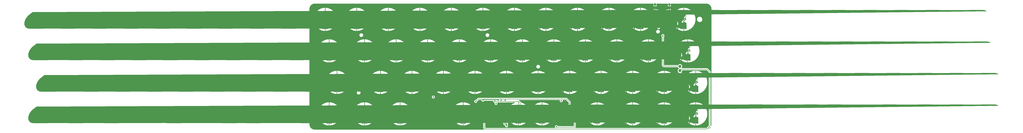
<source format=gbr>
%TF.GenerationSoftware,KiCad,Pcbnew,8.0.3*%
%TF.CreationDate,2024-08-24T23:39:28+02:00*%
%TF.ProjectId,toprevan,746f7072-6576-4616-9e2e-6b696361645f,rev?*%
%TF.SameCoordinates,Original*%
%TF.FileFunction,Copper,L1,Top*%
%TF.FilePolarity,Positive*%
%FSLAX46Y46*%
G04 Gerber Fmt 4.6, Leading zero omitted, Abs format (unit mm)*
G04 Created by KiCad (PCBNEW 8.0.3) date 2024-08-24 23:39:28*
%MOMM*%
%LPD*%
G01*
G04 APERTURE LIST*
G04 Aperture macros list*
%AMFreePoly0*
4,1,70,0.600000,2.214159,0.320477,2.144936,0.052085,2.040578,-0.200780,1.902795,-0.433976,1.733843,-0.643683,1.536492,-0.826466,1.313972,-0.979332,1.069928,-1.099775,0.808360,-1.185824,0.533550,-1.236068,0.250000,0.000000,0.250000,0.095671,0.230970,0.176777,0.176777,0.230970,0.095671,0.250000,0.000000,0.230970,-0.095671,0.176777,-0.176777,0.095671,-0.230970,0.000000,-0.250000,
-1.236068,-0.250000,-1.185824,-0.533550,-1.099775,-0.808360,-0.979332,-1.069928,-0.826466,-1.313972,-0.643683,-1.536492,-0.433976,-1.733843,-0.200780,-1.902795,0.052085,-2.040578,0.320477,-2.144936,0.600000,-2.214159,0.600000,-5.986652,0.115133,-5.934392,-0.363889,-5.842928,-0.833900,-5.712864,-1.291796,-5.545058,-1.734552,-5.340620,-2.159242,-5.100901,-2.563061,-4.827483,-2.943342,-4.522174,
-3.297572,-4.186989,-3.623410,-3.824144,-3.918705,-3.436035,-4.181506,-3.025227,-4.410075,-2.594434,-4.602904,-2.146500,-4.758719,-1.684386,-4.876489,-1.211145,-4.955438,-0.729902,-4.995043,-0.243838,-4.995043,0.243838,-4.955438,0.729902,-4.876489,1.211145,-4.758719,1.684386,-4.602904,2.146500,-4.410075,2.594434,-4.181506,3.025227,-3.918705,3.436035,-3.623410,3.824144,-3.297572,4.186989,
-2.943342,4.522174,-2.563061,4.827483,-2.159242,5.100901,-1.734552,5.340620,-1.291796,5.545058,-0.833900,5.712864,-0.363889,5.842928,0.115133,5.934392,0.600000,5.986652,0.600000,2.214159,0.600000,2.214159,$1*%
%AMFreePoly1*
4,1,27,0.111114,7.166294,0.166294,7.111114,0.196157,7.039018,0.198029,0.200000,0.200000,0.200000,0.200000,-0.200000,0.198139,-0.200000,0.200000,-7.000000,0.196157,-7.039018,0.166294,-7.111114,0.111114,-7.166294,0.039018,-7.196157,-0.039018,-7.196157,-0.111114,-7.166294,-0.166294,-7.111114,-0.196157,-7.039018,-0.198029,-0.200000,-0.200000,-0.200000,-0.200000,0.200000,-0.198139,0.200000,
-0.200000,7.000000,-0.196157,7.039018,-0.166294,7.111114,-0.111114,7.166294,-0.039018,7.196157,0.039018,7.196157,0.111114,7.166294,0.111114,7.166294,$1*%
G04 Aperture macros list end*
%TA.AperFunction,SMDPad,CuDef*%
%ADD10FreePoly0,0.000000*%
%TD*%
%TA.AperFunction,SMDPad,CuDef*%
%ADD11FreePoly0,180.000000*%
%TD*%
%TA.AperFunction,SMDPad,CuDef*%
%ADD12FreePoly1,0.000000*%
%TD*%
%TA.AperFunction,SMDPad,CuDef*%
%ADD13FreePoly1,180.000000*%
%TD*%
%TA.AperFunction,ComponentPad*%
%ADD14R,1.700000X1.700000*%
%TD*%
%TA.AperFunction,ComponentPad*%
%ADD15O,1.700000X1.700000*%
%TD*%
%TA.AperFunction,ComponentPad*%
%ADD16O,1.000000X1.600000*%
%TD*%
%TA.AperFunction,ComponentPad*%
%ADD17O,1.000000X2.100000*%
%TD*%
%TA.AperFunction,ViaPad*%
%ADD18C,0.800000*%
%TD*%
%TA.AperFunction,Conductor*%
%ADD19C,0.500000*%
%TD*%
%TA.AperFunction,Conductor*%
%ADD20C,0.250000*%
%TD*%
G04 APERTURE END LIST*
D10*
%TO.P,SW_EC17,1,1*%
%TO.N,ROW1*%
X112506250Y-50006250D03*
D11*
%TO.P,SW_EC17,2,2*%
%TO.N,COL4*%
X114506250Y-50006250D03*
D12*
%TO.P,SW_EC17,3,3*%
%TO.N,GND*%
X113506250Y-50006250D03*
%TD*%
D10*
%TO.P,SW_EC20,1,1*%
%TO.N,ROW1*%
X169656250Y-50006250D03*
D11*
%TO.P,SW_EC20,2,2*%
%TO.N,COL7*%
X171656250Y-50006250D03*
D12*
%TO.P,SW_EC20,3,3*%
%TO.N,GND*%
X170656250Y-50006250D03*
%TD*%
D10*
%TO.P,SW_EC25,1,1*%
%TO.N,ROW2*%
X38687500Y-69056250D03*
D11*
%TO.P,SW_EC25,2,2*%
%TO.N,COL0*%
X40687500Y-69056250D03*
D12*
%TO.P,SW_EC25,3,3*%
%TO.N,GND*%
X39687500Y-69056250D03*
%TD*%
D11*
%TO.P,SW_EC26,1,1*%
%TO.N,ROW2*%
X66881250Y-69056250D03*
D10*
%TO.P,SW_EC26,2,2*%
%TO.N,COL1*%
X64881250Y-69056250D03*
D13*
%TO.P,SW_EC26,3,3*%
%TO.N,GND*%
X65881250Y-69056250D03*
%TD*%
D11*
%TO.P,SW_EC44,1,1*%
%TO.N,ROW3*%
X219281250Y-88106250D03*
D10*
%TO.P,SW_EC44,2,2*%
%TO.N,COL9*%
X217281250Y-88106250D03*
D13*
%TO.P,SW_EC44,3,3*%
%TO.N,GND*%
X218281250Y-88106250D03*
%TD*%
D10*
%TO.P,SW_EC4,1,1*%
%TO.N,ROW0*%
X88693750Y-30956250D03*
D11*
%TO.P,SW_EC4,2,2*%
%TO.N,COL3*%
X90693750Y-30956250D03*
D12*
%TO.P,SW_EC4,3,3*%
%TO.N,GND*%
X89693750Y-30956250D03*
%TD*%
D10*
%TO.P,SW_EC5,1,1*%
%TO.N,ROW0*%
X107743750Y-30956250D03*
D11*
%TO.P,SW_EC5,2,2*%
%TO.N,COL4*%
X109743750Y-30956250D03*
D12*
%TO.P,SW_EC5,3,3*%
%TO.N,GND*%
X108743750Y-30956250D03*
%TD*%
D10*
%TO.P,SW_EC19,1,1*%
%TO.N,ROW1*%
X150606250Y-50006250D03*
D11*
%TO.P,SW_EC19,2,2*%
%TO.N,COL6*%
X152606250Y-50006250D03*
D12*
%TO.P,SW_EC19,3,3*%
%TO.N,GND*%
X151606250Y-50006250D03*
%TD*%
D11*
%TO.P,SW_EC33,1,1*%
%TO.N,ROW2*%
X200231250Y-69056250D03*
D10*
%TO.P,SW_EC33,2,2*%
%TO.N,COL8*%
X198231250Y-69056250D03*
D13*
%TO.P,SW_EC33,3,3*%
%TO.N,GND*%
X199231250Y-69056250D03*
%TD*%
D10*
%TO.P,SW_EC22,1,1*%
%TO.N,ROW1*%
X207756250Y-50006250D03*
D11*
%TO.P,SW_EC22,2,2*%
%TO.N,COL9*%
X209756250Y-50006250D03*
D12*
%TO.P,SW_EC22,3,3*%
%TO.N,GND*%
X208756250Y-50006250D03*
%TD*%
D10*
%TO.P,SW_EC15,1,1*%
%TO.N,ROW1*%
X74406250Y-50006250D03*
D11*
%TO.P,SW_EC15,2,2*%
%TO.N,COL2*%
X76406250Y-50006250D03*
D12*
%TO.P,SW_EC15,3,3*%
%TO.N,GND*%
X75406250Y-50006250D03*
%TD*%
D10*
%TO.P,SW_EC3,1,1*%
%TO.N,ROW0*%
X69643750Y-30956250D03*
D11*
%TO.P,SW_EC3,2,2*%
%TO.N,COL2*%
X71643750Y-30956250D03*
D12*
%TO.P,SW_EC3,3,3*%
%TO.N,GND*%
X70643750Y-30956250D03*
%TD*%
D11*
%TO.P,SW_EC46,1,1*%
%TO.N,ROW3*%
X257381250Y-88106250D03*
D10*
%TO.P,SW_EC46,2,2*%
%TO.N,COL11*%
X255381250Y-88106250D03*
D13*
%TO.P,SW_EC46,3,3*%
%TO.N,GND*%
X256381250Y-88106250D03*
%TD*%
D10*
%TO.P,SW_EC1,1,1*%
%TO.N,ROW0*%
X31543750Y-30956250D03*
D11*
%TO.P,SW_EC1,2,2*%
%TO.N,COL0*%
X33543750Y-30956250D03*
D12*
%TO.P,SW_EC1,3,3*%
%TO.N,GND*%
X32543750Y-30956250D03*
%TD*%
D14*
%TO.P,SW1,1,A*%
%TO.N,VBAT*%
X183356250Y-86831250D03*
D15*
%TO.P,SW1,2,B*%
%TO.N,BOOT0*%
X183356250Y-89371250D03*
%TD*%
D11*
%TO.P,SW_EC29,1,1*%
%TO.N,ROW2*%
X124031250Y-69056250D03*
D10*
%TO.P,SW_EC29,2,2*%
%TO.N,COL4*%
X122031250Y-69056250D03*
D13*
%TO.P,SW_EC29,3,3*%
%TO.N,GND*%
X123031250Y-69056250D03*
%TD*%
D10*
%TO.P,SW_EC13,1,1*%
%TO.N,ROW1*%
X33925000Y-50006250D03*
D11*
%TO.P,SW_EC13,2,2*%
%TO.N,COL0*%
X35925000Y-50006250D03*
D12*
%TO.P,SW_EC13,3,3*%
%TO.N,GND*%
X34925000Y-50006250D03*
%TD*%
D11*
%TO.P,SW_EC28,1,1*%
%TO.N,ROW2*%
X104981250Y-69056250D03*
D10*
%TO.P,SW_EC28,2,2*%
%TO.N,COL3*%
X102981250Y-69056250D03*
D13*
%TO.P,SW_EC28,3,3*%
%TO.N,GND*%
X103981250Y-69056250D03*
%TD*%
D11*
%TO.P,SW_EC31,1,1*%
%TO.N,ROW2*%
X162131250Y-69056250D03*
D10*
%TO.P,SW_EC31,2,2*%
%TO.N,COL6*%
X160131250Y-69056250D03*
D13*
%TO.P,SW_EC31,3,3*%
%TO.N,GND*%
X161131250Y-69056250D03*
%TD*%
D11*
%TO.P,SW_EC32,1,1*%
%TO.N,ROW2*%
X181181250Y-69056250D03*
D10*
%TO.P,SW_EC32,2,2*%
%TO.N,COL7*%
X179181250Y-69056250D03*
D13*
%TO.P,SW_EC32,3,3*%
%TO.N,GND*%
X180181250Y-69056250D03*
%TD*%
D10*
%TO.P,SW_EC10,1,1*%
%TO.N,ROW0*%
X202993750Y-30956250D03*
D11*
%TO.P,SW_EC10,2,2*%
%TO.N,COL9*%
X204993750Y-30956250D03*
D12*
%TO.P,SW_EC10,3,3*%
%TO.N,GND*%
X203993750Y-30956250D03*
%TD*%
D10*
%TO.P,SW_EC37,1,1*%
%TO.N,ROW3*%
X33925000Y-88106250D03*
D11*
%TO.P,SW_EC37,2,2*%
%TO.N,COL0*%
X35925000Y-88106250D03*
D12*
%TO.P,SW_EC37,3,3*%
%TO.N,GND*%
X34925000Y-88106250D03*
%TD*%
D10*
%TO.P,SW_EC23,1,1*%
%TO.N,ROW1*%
X226806250Y-50006250D03*
D11*
%TO.P,SW_EC23,2,2*%
%TO.N,COL10*%
X228806250Y-50006250D03*
D12*
%TO.P,SW_EC23,3,3*%
%TO.N,GND*%
X227806250Y-50006250D03*
%TD*%
D10*
%TO.P,SW_EC36,1,1*%
%TO.N,ROW2*%
X255381250Y-69056250D03*
D11*
%TO.P,SW_EC36,2,2*%
%TO.N,COL11*%
X257381250Y-69056250D03*
D12*
%TO.P,SW_EC36,3,3*%
%TO.N,GND*%
X256381250Y-69056250D03*
%TD*%
D10*
%TO.P,SW_EC24,1,1*%
%TO.N,ROW1*%
X250618750Y-50006250D03*
D11*
%TO.P,SW_EC24,2,2*%
%TO.N,COL11*%
X252618750Y-50006250D03*
D12*
%TO.P,SW_EC24,3,3*%
%TO.N,GND*%
X251618750Y-50006250D03*
%TD*%
D10*
%TO.P,SW_EC14,1,1*%
%TO.N,ROW1*%
X55356250Y-50006250D03*
D11*
%TO.P,SW_EC14,2,2*%
%TO.N,COL1*%
X57356250Y-50006250D03*
D12*
%TO.P,SW_EC14,3,3*%
%TO.N,GND*%
X56356250Y-50006250D03*
%TD*%
D10*
%TO.P,SW_EC6,1,1*%
%TO.N,ROW0*%
X126793750Y-30956250D03*
D11*
%TO.P,SW_EC6,2,2*%
%TO.N,COL5*%
X128793750Y-30956250D03*
D12*
%TO.P,SW_EC6,3,3*%
%TO.N,GND*%
X127793750Y-30956250D03*
%TD*%
D10*
%TO.P,SW_EC30,1,1*%
%TO.N,ROW2*%
X141081250Y-69056250D03*
D11*
%TO.P,SW_EC30,2,2*%
%TO.N,COL5*%
X143081250Y-69056250D03*
D12*
%TO.P,SW_EC30,3,3*%
%TO.N,GND*%
X142081250Y-69056250D03*
%TD*%
D10*
%TO.P,SW_EC11,1,1*%
%TO.N,ROW0*%
X222043750Y-30956250D03*
D11*
%TO.P,SW_EC11,2,2*%
%TO.N,COL10*%
X224043750Y-30956250D03*
D12*
%TO.P,SW_EC11,3,3*%
%TO.N,GND*%
X223043750Y-30956250D03*
%TD*%
D10*
%TO.P,SW_EC7,1,1*%
%TO.N,ROW0*%
X145843750Y-30956250D03*
D11*
%TO.P,SW_EC7,2,2*%
%TO.N,COL6*%
X147843750Y-30956250D03*
D12*
%TO.P,SW_EC7,3,3*%
%TO.N,GND*%
X146843750Y-30956250D03*
%TD*%
D10*
%TO.P,SW_EC8,1,1*%
%TO.N,ROW0*%
X164893750Y-30956250D03*
D11*
%TO.P,SW_EC8,2,2*%
%TO.N,COL7*%
X166893750Y-30956250D03*
D12*
%TO.P,SW_EC8,3,3*%
%TO.N,GND*%
X165893750Y-30956250D03*
%TD*%
D11*
%TO.P,SW_EC43,1,1*%
%TO.N,ROW3*%
X197850000Y-88106250D03*
D10*
%TO.P,SW_EC43,2,2*%
%TO.N,COL8*%
X195850000Y-88106250D03*
D13*
%TO.P,SW_EC43,3,3*%
%TO.N,GND*%
X196850000Y-88106250D03*
%TD*%
D11*
%TO.P,SW_EC35,1,1*%
%TO.N,ROW2*%
X238331250Y-69056250D03*
D10*
%TO.P,SW_EC35,2,2*%
%TO.N,COL10*%
X236331250Y-69056250D03*
D13*
%TO.P,SW_EC35,3,3*%
%TO.N,GND*%
X237331250Y-69056250D03*
%TD*%
D11*
%TO.P,SW_EC41,1,1*%
%TO.N,ROW3*%
X150225000Y-88106250D03*
D10*
%TO.P,SW_EC41,2,2*%
%TO.N,COL5*%
X148225000Y-88106250D03*
D13*
%TO.P,SW_EC41,3,3*%
%TO.N,GND*%
X149225000Y-88106250D03*
%TD*%
D11*
%TO.P,SW_EC42,1,1*%
%TO.N,ROW3*%
X164512500Y-88106250D03*
D10*
%TO.P,SW_EC42,2,2*%
%TO.N,COL6*%
X162512500Y-88106250D03*
D13*
%TO.P,SW_EC42,3,3*%
%TO.N,GND*%
X163512500Y-88106250D03*
%TD*%
D11*
%TO.P,SW_EC34,1,1*%
%TO.N,ROW2*%
X219281250Y-69056250D03*
D10*
%TO.P,SW_EC34,2,2*%
%TO.N,COL9*%
X217281250Y-69056250D03*
D13*
%TO.P,SW_EC34,3,3*%
%TO.N,GND*%
X218281250Y-69056250D03*
%TD*%
D10*
%TO.P,SW_EC39,1,1*%
%TO.N,ROW3*%
X76787500Y-88106250D03*
D11*
%TO.P,SW_EC39,2,2*%
%TO.N,COL2*%
X78787500Y-88106250D03*
D12*
%TO.P,SW_EC39,3,3*%
%TO.N,GND*%
X77787500Y-88106250D03*
%TD*%
D10*
%TO.P,SW_EC18,1,1*%
%TO.N,ROW1*%
X131556250Y-50006250D03*
D11*
%TO.P,SW_EC18,2,2*%
%TO.N,COL5*%
X133556250Y-50006250D03*
D12*
%TO.P,SW_EC18,3,3*%
%TO.N,GND*%
X132556250Y-50006250D03*
%TD*%
D10*
%TO.P,SW_EC21,1,1*%
%TO.N,ROW1*%
X188706250Y-50006250D03*
D11*
%TO.P,SW_EC21,2,2*%
%TO.N,COL8*%
X190706250Y-50006250D03*
D12*
%TO.P,SW_EC21,3,3*%
%TO.N,GND*%
X189706250Y-50006250D03*
%TD*%
D10*
%TO.P,SW_EC16,1,1*%
%TO.N,ROW1*%
X93456250Y-50006250D03*
D11*
%TO.P,SW_EC16,2,2*%
%TO.N,COL3*%
X95456250Y-50006250D03*
D12*
%TO.P,SW_EC16,3,3*%
%TO.N,GND*%
X94456250Y-50006250D03*
%TD*%
D11*
%TO.P,SW_EC27,1,1*%
%TO.N,ROW2*%
X85931250Y-69056250D03*
D10*
%TO.P,SW_EC27,2,2*%
%TO.N,COL2*%
X83931250Y-69056250D03*
D13*
%TO.P,SW_EC27,3,3*%
%TO.N,GND*%
X84931250Y-69056250D03*
%TD*%
D10*
%TO.P,SW_EC38,1,1*%
%TO.N,ROW3*%
X55356250Y-88106250D03*
D11*
%TO.P,SW_EC38,2,2*%
%TO.N,COL1*%
X57356250Y-88106250D03*
D12*
%TO.P,SW_EC38,3,3*%
%TO.N,GND*%
X56356250Y-88106250D03*
%TD*%
D10*
%TO.P,SW_EC9,1,1*%
%TO.N,ROW0*%
X183943750Y-30956250D03*
D11*
%TO.P,SW_EC9,2,2*%
%TO.N,COL8*%
X185943750Y-30956250D03*
D12*
%TO.P,SW_EC9,3,3*%
%TO.N,GND*%
X184943750Y-30956250D03*
%TD*%
D11*
%TO.P,SW_EC45,1,1*%
%TO.N,ROW3*%
X238331250Y-88106250D03*
D10*
%TO.P,SW_EC45,2,2*%
%TO.N,COL10*%
X236331250Y-88106250D03*
D13*
%TO.P,SW_EC45,3,3*%
%TO.N,GND*%
X237331250Y-88106250D03*
%TD*%
D10*
%TO.P,SW_EC2,1,1*%
%TO.N,ROW0*%
X50593750Y-30956250D03*
D11*
%TO.P,SW_EC2,2,2*%
%TO.N,COL1*%
X52593750Y-30956250D03*
D12*
%TO.P,SW_EC2,3,3*%
%TO.N,GND*%
X51593750Y-30956250D03*
%TD*%
D10*
%TO.P,SW_EC12,1,1*%
%TO.N,ROW0*%
X248237500Y-30956250D03*
D11*
%TO.P,SW_EC12,2,2*%
%TO.N,COL11*%
X250237500Y-30956250D03*
D12*
%TO.P,SW_EC12,3,3*%
%TO.N,GND*%
X249237500Y-30956250D03*
%TD*%
D11*
%TO.P,SW_EC40,1,1*%
%TO.N,ROW3*%
X116887500Y-88106250D03*
D10*
%TO.P,SW_EC40,2,2*%
%TO.N,COL4*%
X114887500Y-88106250D03*
D13*
%TO.P,SW_EC40,3,3*%
%TO.N,GND*%
X115887500Y-88106250D03*
%TD*%
D14*
%TO.P,J4,1,Pin_1*%
%TO.N,GND*%
X246856250Y-64452500D03*
D15*
%TO.P,J4,2,Pin_2*%
%TO.N,ARGB_3V3*%
X246856250Y-61912500D03*
%TO.P,J4,3,Pin_3*%
%TO.N,+5V*%
X246856250Y-59372500D03*
%TD*%
D16*
%TO.P,J3,S1,SHIELD*%
%TO.N,GND*%
X231804750Y-21930750D03*
D17*
X231804750Y-26110750D03*
D16*
X240444750Y-21930750D03*
D17*
X240444750Y-26110750D03*
%TD*%
D18*
%TO.N,GND*%
X208756250Y-84137500D03*
X143988900Y-81460417D03*
X213518750Y-34925000D03*
X176212500Y-77910991D03*
X125136076Y-81727152D03*
X132015779Y-95457416D03*
X136937750Y-40036750D03*
X126888049Y-77899450D03*
X78898750Y-59213750D03*
X125126750Y-87661750D03*
X194087750Y-37623750D03*
X99218750Y-26987500D03*
X123460707Y-92482735D03*
X194470829Y-75919027D03*
X124999750Y-56673750D03*
X117760750Y-56673750D03*
X59848750Y-59213750D03*
X123476752Y-94359981D03*
X89693750Y-92075000D03*
X261143750Y-50006250D03*
X113506250Y-77910991D03*
X206375000Y-77910991D03*
X49561510Y-77888255D03*
X143691140Y-77906913D03*
X231256939Y-30596360D03*
X155936992Y-62677068D03*
X99099351Y-37623750D03*
X100806250Y-81756250D03*
X61118750Y-30956250D03*
X100488750Y-56673750D03*
X137318750Y-30956250D03*
X187325000Y-94456250D03*
X120300750Y-59213750D03*
X158750000Y-80962500D03*
X38258750Y-37623750D03*
X123031250Y-77910991D03*
X125157047Y-84719443D03*
X191295829Y-75919027D03*
X100488750Y-59213750D03*
X178593750Y-84137500D03*
X212144369Y-60368645D03*
X120650000Y-77910991D03*
X46831250Y-88106250D03*
X233379178Y-76076854D03*
X191293750Y-80422750D03*
X150744914Y-80436575D03*
X239712500Y-60325000D03*
X118968576Y-40036750D03*
X208756250Y-73025000D03*
X65881250Y-53975000D03*
X210597750Y-40036750D03*
X231804750Y-23812500D03*
X215106250Y-80295750D03*
X59089321Y-80162806D03*
X179387500Y-81756250D03*
X242093750Y-46037500D03*
X65881250Y-46037500D03*
X155917222Y-56561214D03*
X120681750Y-95789750D03*
X44450000Y-84137500D03*
X210597750Y-37623750D03*
X199231250Y-46037500D03*
X179387500Y-77910991D03*
X25400000Y-88106250D03*
X142081250Y-56356250D03*
X208756250Y-92075000D03*
X148442445Y-77888600D03*
X214661750Y-59086750D03*
X225440436Y-77910991D03*
X137210823Y-92976677D03*
X99218750Y-77910991D03*
X211931250Y-77910991D03*
X196518888Y-60368645D03*
X56356250Y-69056250D03*
X142081250Y-46037500D03*
X42068750Y-34925000D03*
X232079101Y-62422552D03*
X118268750Y-30956250D03*
X106362500Y-77910991D03*
X173386750Y-37623750D03*
X65571922Y-81739530D03*
X158457222Y-59101214D03*
X230204178Y-76076854D03*
X212121750Y-56546750D03*
X140493750Y-81756250D03*
X151606250Y-73025000D03*
X223059186Y-77910991D03*
X156368750Y-26987500D03*
X128868472Y-77879253D03*
X187325000Y-81756250D03*
X101600000Y-77910991D03*
X250825000Y-81756250D03*
X128946837Y-75987294D03*
X176223695Y-75942514D03*
X99218750Y-34925000D03*
X206406750Y-80549750D03*
X193998156Y-62553489D03*
X118268750Y-77910991D03*
X80168750Y-80359065D03*
X235807249Y-79594881D03*
X144811750Y-56419750D03*
X186531250Y-77910991D03*
X153987500Y-81756250D03*
X180181250Y-50006250D03*
X165893750Y-77910991D03*
X135731250Y-88106250D03*
X82550000Y-80359065D03*
X232060750Y-59086750D03*
X113506250Y-80433020D03*
X110699589Y-80433020D03*
X61603280Y-80205970D03*
X239488250Y-41687750D03*
X40798750Y-37623750D03*
X43973750Y-56546750D03*
X239712500Y-56546750D03*
X230409750Y-39782750D03*
X232949750Y-39782750D03*
X46831250Y-50006250D03*
X150823695Y-77888600D03*
X220677936Y-77910991D03*
X126892878Y-75998489D03*
X51593750Y-56546750D03*
X118968576Y-37623750D03*
X191547750Y-40036750D03*
X194468750Y-77910991D03*
X115887500Y-77910991D03*
X96043750Y-92075000D03*
X134616535Y-75981791D03*
X113499670Y-75893233D03*
X138813006Y-79828475D03*
X56689824Y-80146014D03*
X141287500Y-77910991D03*
X150812500Y-76000000D03*
X123031250Y-56673750D03*
X135707578Y-77945669D03*
X170656250Y-77910991D03*
X233394249Y-79594881D03*
X161131250Y-50006250D03*
X59045165Y-75917585D03*
X220630750Y-80295750D03*
X194468750Y-80422750D03*
X175418750Y-30956250D03*
X40798750Y-40036750D03*
X246856250Y-92075000D03*
X84931250Y-77910991D03*
X88121686Y-77910991D03*
X213518750Y-26987500D03*
X77987500Y-37623750D03*
X76231750Y-80422750D03*
X242093750Y-53975000D03*
X235759186Y-77910991D03*
X174915971Y-60368645D03*
X75378901Y-75839565D03*
X25400000Y-46037500D03*
X235743750Y-30162500D03*
X178593750Y-91281250D03*
X214684369Y-60368645D03*
X44450000Y-92075000D03*
X96243750Y-37623750D03*
X117760750Y-59213750D03*
X155860750Y-37623750D03*
X43973750Y-59086750D03*
X43976563Y-81766946D03*
X177450750Y-56546750D03*
X225456750Y-80422750D03*
X123031250Y-59213750D03*
X30162500Y-73025000D03*
X234600750Y-59086750D03*
X191293750Y-77910991D03*
X232915327Y-41663166D03*
X92995626Y-77906913D03*
X80168750Y-30956250D03*
X144811750Y-59594750D03*
X54324010Y-77888255D03*
X113506250Y-69056250D03*
X168275000Y-77910991D03*
X57308750Y-40036750D03*
X189706250Y-69056250D03*
X89693750Y-84137500D03*
X49577824Y-80146014D03*
X240506249Y-79594881D03*
X128587500Y-84137500D03*
X48418750Y-56546750D03*
X82550000Y-77910991D03*
X106362500Y-88106250D03*
X193960750Y-59086750D03*
X141261841Y-79828475D03*
X172056757Y-80168263D03*
X95318266Y-76008587D03*
X193960750Y-56546750D03*
X170656250Y-69056250D03*
X136937750Y-37623750D03*
X71203501Y-80248211D03*
X87298305Y-81745554D03*
X258762500Y-26987500D03*
X191547750Y-37623750D03*
X177455971Y-60368645D03*
X120300750Y-56673750D03*
X177450750Y-59086750D03*
X146477604Y-77883754D03*
X158462443Y-60383109D03*
X57308750Y-37623750D03*
X59848750Y-37623750D03*
X61603280Y-77910990D03*
X234156250Y-46037500D03*
X230686766Y-80793560D03*
X163512500Y-77910991D03*
X175926750Y-40036750D03*
X108743750Y-77910991D03*
X142081250Y-59531250D03*
X258762500Y-34925000D03*
X70710920Y-77906913D03*
X148304250Y-95250000D03*
X176085500Y-95250000D03*
X214751726Y-62378906D03*
X106362500Y-81756250D03*
X84931250Y-50006250D03*
X44450000Y-50006250D03*
X174910750Y-59086750D03*
X211971414Y-75964904D03*
X215106250Y-77910991D03*
X42068750Y-26987500D03*
X30162500Y-65087500D03*
X110701782Y-75888732D03*
X203993750Y-77910991D03*
X47180260Y-77888255D03*
X240444750Y-23812500D03*
X42352866Y-77900892D03*
X243046249Y-79594881D03*
X95250000Y-81756250D03*
X155514122Y-83092359D03*
X230202936Y-77910991D03*
X233377936Y-77910991D03*
X123031250Y-50006250D03*
X54276824Y-80146014D03*
X81438750Y-56673750D03*
X103981250Y-46037500D03*
X158457222Y-56561214D03*
X138906250Y-77910991D03*
X121443750Y-80422750D03*
X81438750Y-59213750D03*
X68790501Y-80248211D03*
X155586195Y-77888600D03*
X155860750Y-40036750D03*
X68262500Y-84137500D03*
X95265436Y-77910991D03*
X80168750Y-77910991D03*
X136889542Y-75981791D03*
X92868750Y-95789750D03*
X246856250Y-73025000D03*
X127793750Y-91217750D03*
X173386750Y-40036750D03*
X78659615Y-80359065D03*
X61575438Y-75923528D03*
X175959410Y-91308626D03*
X194468750Y-30956250D03*
X80699167Y-40036750D03*
X184816750Y-95250000D03*
X161131250Y-77910991D03*
X142100027Y-84650000D03*
X215146414Y-75964904D03*
X59848750Y-40036750D03*
X115993576Y-37623750D03*
X97948750Y-59213750D03*
X180975000Y-95250000D03*
X51990824Y-80146014D03*
X94456250Y-73025000D03*
X208756250Y-65087500D03*
X155917222Y-59101214D03*
X51942760Y-77888255D03*
X25400000Y-53975000D03*
X158750000Y-77910991D03*
X41433750Y-56546750D03*
X174910750Y-56546750D03*
X110699589Y-77910645D03*
X232074097Y-60368645D03*
X103981250Y-53975000D03*
X204123726Y-80412010D03*
X123094750Y-40036750D03*
X196500750Y-59086750D03*
X193978888Y-60368645D03*
X96343750Y-95789750D03*
X181768750Y-77910991D03*
X240710416Y-31234374D03*
X75406250Y-69056250D03*
X196881750Y-80422750D03*
X232060750Y-56546750D03*
X155922443Y-60383109D03*
X153193750Y-76000000D03*
X223043750Y-80295750D03*
X72754961Y-77909893D03*
X246856250Y-65881250D03*
X199231250Y-77910991D03*
X155545148Y-80326393D03*
X59848750Y-56673750D03*
X44908995Y-80123969D03*
X65881250Y-88106250D03*
X218281250Y-50006250D03*
X80699167Y-37623750D03*
X156368750Y-34925000D03*
X242902936Y-77910991D03*
X134397750Y-40036750D03*
X201612500Y-77910991D03*
X97948750Y-56673750D03*
X62388750Y-56673750D03*
X230182731Y-79594881D03*
X246856250Y-84137500D03*
X66706750Y-80295750D03*
X213137750Y-37623750D03*
X211965968Y-80314427D03*
X213137750Y-40036750D03*
X63567170Y-77906913D03*
X72781802Y-75856359D03*
X49212500Y-69056250D03*
X240521686Y-77910991D03*
X123040750Y-37623750D03*
X212669250Y-81756250D03*
X77987500Y-40036750D03*
X123729750Y-95789750D03*
X245332249Y-79594881D03*
X168275000Y-76000000D03*
X196500750Y-56546750D03*
X208756250Y-77910991D03*
X96243750Y-40036750D03*
X238140436Y-77910991D03*
X68329670Y-77906913D03*
X44900435Y-77899450D03*
X75406250Y-77910991D03*
X119085160Y-80433020D03*
X90502936Y-77910991D03*
X230378380Y-41621577D03*
X151606250Y-65087500D03*
X218109592Y-77906913D03*
X175926750Y-37623750D03*
X153204945Y-77888600D03*
X188912500Y-77910991D03*
X194087750Y-40036750D03*
X147351750Y-56546750D03*
X212154802Y-62378906D03*
X172243750Y-81756250D03*
X125380750Y-40036750D03*
X153320750Y-40036750D03*
X227806250Y-88106250D03*
X134397750Y-37623750D03*
X234600750Y-56546750D03*
X212121750Y-59086750D03*
X92989701Y-76008587D03*
X38258750Y-40036750D03*
X241300000Y-29368750D03*
X77787500Y-77910991D03*
X172243750Y-81756250D03*
X98298000Y-89947750D03*
X165893750Y-76000000D03*
X184150000Y-77910991D03*
X247665436Y-77910991D03*
X201707750Y-80422750D03*
X78898750Y-56673750D03*
X146504650Y-81389813D03*
X234614097Y-60368645D03*
X115993576Y-40036750D03*
X103981250Y-77910991D03*
X72852573Y-80269505D03*
X233975432Y-32724568D03*
X125412500Y-77910991D03*
X174930520Y-62662604D03*
X94456250Y-65087500D03*
X68262500Y-92075000D03*
X47164824Y-80146014D03*
X230409750Y-37242750D03*
X41433750Y-59086750D03*
X199231250Y-53975000D03*
X214661750Y-56546750D03*
X65948420Y-77906913D03*
X196850000Y-77910991D03*
X227806250Y-69056250D03*
X239503951Y-43656250D03*
X227821686Y-77910991D03*
X101123750Y-91598750D03*
X62388750Y-59213750D03*
X59073007Y-77905047D03*
X199294750Y-80422750D03*
X173037500Y-77910991D03*
X146474314Y-76065659D03*
X56705260Y-77888255D03*
X99099351Y-40036750D03*
X245284186Y-77910991D03*
%TO.N,ROW0*%
X126837694Y-30930313D03*
X107679906Y-30954609D03*
X88583031Y-31008123D03*
X183938865Y-30966536D03*
X221975902Y-30956249D03*
X69649268Y-30956249D03*
X31588616Y-30976022D03*
X164808968Y-30956250D03*
X145797394Y-30956249D03*
X202910974Y-30957890D03*
X248123423Y-30923308D03*
X50559884Y-30956249D03*
%TO.N,COL0*%
X36026707Y-50029304D03*
X33571330Y-30941440D03*
X35976475Y-88087317D03*
X40799053Y-69123773D03*
%TO.N,COL1*%
X52660754Y-30982186D03*
X57466603Y-88095963D03*
X57449712Y-50017777D03*
X64823209Y-69040599D03*
%TO.N,COL2*%
X83909432Y-69038958D03*
X78859548Y-88088958D03*
X76505195Y-50006250D03*
X71646391Y-30956249D03*
%TO.N,COL3*%
X90735774Y-30930313D03*
X95585935Y-50029304D03*
X97885826Y-77932972D03*
X102881182Y-69049245D03*
%TO.N,COL4*%
X114882974Y-88070026D03*
X121918692Y-69101118D03*
X109806712Y-30971900D03*
X114620725Y-50021899D03*
%TO.N,COL5*%
X128834817Y-30982186D03*
X133662880Y-50006249D03*
X143108946Y-69014663D03*
X148217512Y-88049014D03*
%TO.N,ROW1*%
X188686073Y-49988959D03*
X150566382Y-50021900D03*
X169550580Y-49965904D03*
X112493918Y-50004608D03*
X207643854Y-50000486D03*
X74378388Y-49988959D03*
X131536073Y-49988958D03*
X226739964Y-49988959D03*
X250629874Y-49967545D03*
X93459128Y-50012013D03*
X33899900Y-50012013D03*
X55322905Y-50000486D03*
%TO.N,COL6*%
X160092143Y-69054610D03*
X152693189Y-50039191D03*
X147924201Y-30956249D03*
X162404227Y-88088959D03*
%TO.N,COL7*%
X179040036Y-69038958D03*
X171677387Y-49983195D03*
X166832028Y-30930313D03*
X175135000Y-80168750D03*
%TO.N,COL8*%
X195828623Y-88073308D03*
X176356249Y-85705486D03*
X185987861Y-30992473D03*
X176904088Y-90487500D03*
X190812880Y-50006250D03*
X198195423Y-69073541D03*
%TO.N,COL9*%
X217306383Y-88083595D03*
X217261073Y-69038959D03*
X204985907Y-30923308D03*
X209770661Y-50017777D03*
%TO.N,COL10*%
X224115677Y-30956249D03*
X236292020Y-69038959D03*
X236241909Y-88088958D03*
X228866771Y-50006250D03*
%TO.N,COL11*%
X176904088Y-87703830D03*
X257469229Y-69048565D03*
X175732698Y-88916416D03*
X255280942Y-88081274D03*
X250250230Y-30940599D03*
X252756681Y-49984836D03*
%TO.N,ROW2*%
X86036239Y-69056249D03*
X219387880Y-69056250D03*
X124045499Y-69118409D03*
X162218950Y-69071901D03*
X181166843Y-69056249D03*
X140982139Y-68997372D03*
X200322230Y-69090832D03*
X66950016Y-69057890D03*
X255342422Y-69031274D03*
X238418827Y-69056250D03*
X105007989Y-69066536D03*
X38672246Y-69106482D03*
%TO.N,ROW3*%
X238368716Y-88106249D03*
X76732741Y-88071667D03*
X257407749Y-88098565D03*
X150344319Y-88066305D03*
X134882550Y-80325227D03*
X33849668Y-88070026D03*
X117009781Y-88087317D03*
X55339796Y-88078672D03*
X197955430Y-88090599D03*
X164531034Y-88106250D03*
X219433190Y-88100886D03*
%TO.N,VBAT*%
X132071975Y-91966482D03*
X140283777Y-83538954D03*
X183356250Y-84931250D03*
X95250000Y-84931250D03*
X139748557Y-91690518D03*
X135723750Y-81763464D03*
X131730750Y-84105750D03*
X172243750Y-84931250D03*
X234038883Y-35956233D03*
%TO.N,+5V*%
X236537500Y-40798750D03*
%TO.N,APLEX_OUT_PIN_0*%
X123451464Y-80588964D03*
X180181250Y-85725000D03*
%TO.N,BOOT0*%
X172209222Y-95846722D03*
%TO.N,APLEX_EN_PIN_1*%
X137073750Y-79810491D03*
X127803750Y-79810491D03*
%TO.N,AMUX_SEL_2*%
X140493750Y-85725000D03*
X142081250Y-93273096D03*
%TO.N,AMUX_SEL_1*%
X142081250Y-94297694D03*
X140506298Y-86737051D03*
%TO.N,AMUX_SEL_0*%
X140484508Y-87736316D03*
X142081250Y-95297197D03*
%TO.N,ARGB_3V3*%
X128587500Y-89183000D03*
%TD*%
D19*
%TO.N,GND*%
X246856250Y-64452500D02*
X246856250Y-65881250D01*
D20*
%TO.N,COL8*%
X177800000Y-89591588D02*
X176904088Y-90487500D01*
X177800000Y-87149237D02*
X177800000Y-89591588D01*
X176356249Y-85705486D02*
X177800000Y-87149237D01*
%TO.N,COL11*%
X176904088Y-87745026D02*
X175732698Y-88916416D01*
X176904088Y-87703830D02*
X176904088Y-87745026D01*
%TO.N,ROW3*%
X150225000Y-85725000D02*
X150225000Y-81356716D01*
X149444534Y-80576250D02*
X135133573Y-80576250D01*
X150225000Y-81356716D02*
X149444534Y-80576250D01*
X135133573Y-80576250D02*
X134882550Y-80325227D01*
%TO.N,+5V*%
X237085654Y-59218750D02*
X246702500Y-59218750D01*
X236537500Y-58670596D02*
X237085654Y-59218750D01*
X246702500Y-59218750D02*
X246856250Y-59372500D01*
X236537500Y-40798750D02*
X236537500Y-58670596D01*
%TO.N,APLEX_OUT_PIN_0*%
X180181250Y-85725000D02*
X180181250Y-80962500D01*
X178304741Y-79085991D02*
X124954437Y-79085991D01*
X124954437Y-79085991D02*
X123451464Y-80588964D01*
X180181250Y-80962500D02*
X178304741Y-79085991D01*
%TO.N,BOOT0*%
X172549637Y-96187137D02*
X182817336Y-96187137D01*
X183356250Y-95648223D02*
X183356250Y-89371250D01*
X172209222Y-95846722D02*
X172549637Y-96187137D01*
X182817336Y-96187137D02*
X183356250Y-95648223D01*
%TO.N,APLEX_EN_PIN_1*%
X136799250Y-79535991D02*
X137073750Y-79810491D01*
X128078250Y-79535991D02*
X136799250Y-79535991D01*
X127803750Y-79810491D02*
X128078250Y-79535991D01*
%TO.N,AMUX_SEL_2*%
X141697890Y-86904338D02*
X141697890Y-92889736D01*
X141697890Y-92889736D02*
X142081250Y-93273096D01*
X140519552Y-85725000D02*
X140493750Y-85725000D01*
X141691845Y-86898293D02*
X141692345Y-86897793D01*
X141691845Y-86898293D02*
X141697890Y-86904338D01*
X141692345Y-86897793D02*
X140519552Y-85725000D01*
%TO.N,AMUX_SEL_1*%
X140510548Y-86737051D02*
X141209508Y-87436011D01*
X141209508Y-93425952D02*
X142081250Y-94297694D01*
X140506298Y-86737051D02*
X140510548Y-86737051D01*
X141209508Y-87436011D02*
X141209508Y-93425952D01*
%TO.N,AMUX_SEL_0*%
X140759508Y-88011316D02*
X140759508Y-94001258D01*
X142055448Y-95297197D02*
X142081250Y-95297197D01*
X140759508Y-94001258D02*
X142055448Y-95297197D01*
X140484508Y-87736316D02*
X140759508Y-88011316D01*
%TO.N,ARGB_3V3*%
X128587500Y-89183000D02*
X128587500Y-96545502D01*
X263284222Y-61118750D02*
X264953750Y-62788278D01*
X264953750Y-62788278D02*
X264953750Y-95408750D01*
X128587500Y-96545502D02*
X129256688Y-97214690D01*
X246856250Y-61912500D02*
X247650000Y-61118750D01*
X264953750Y-95408750D02*
X263147810Y-97214690D01*
X263147810Y-97214690D02*
X129256688Y-97214690D01*
X247650000Y-61118750D02*
X263284222Y-61118750D01*
%TD*%
%TA.AperFunction,Conductor*%
%TO.N,GND*%
G36*
X230747789Y-21450935D02*
G01*
X230793544Y-21503739D01*
X230804750Y-21555250D01*
X230804750Y-21680750D01*
X231504750Y-21680750D01*
X231504750Y-22180750D01*
X230804750Y-22180750D01*
X230804750Y-22329245D01*
X230843177Y-22522431D01*
X230843180Y-22522443D01*
X230918557Y-22704421D01*
X230918564Y-22704434D01*
X231027998Y-22868212D01*
X231028001Y-22868216D01*
X231167283Y-23007498D01*
X231167287Y-23007501D01*
X231331065Y-23116935D01*
X231331078Y-23116942D01*
X231513058Y-23192319D01*
X231554750Y-23200612D01*
X231554750Y-22397738D01*
X231564690Y-22414955D01*
X231620545Y-22470810D01*
X231688954Y-22510306D01*
X231765254Y-22530750D01*
X231844246Y-22530750D01*
X231920546Y-22510306D01*
X231988955Y-22470810D01*
X232044810Y-22414955D01*
X232054750Y-22397738D01*
X232054750Y-23200612D01*
X232096440Y-23192319D01*
X232096442Y-23192319D01*
X232278421Y-23116942D01*
X232278434Y-23116935D01*
X232442212Y-23007501D01*
X232442216Y-23007498D01*
X232581498Y-22868216D01*
X232581501Y-22868212D01*
X232690935Y-22704434D01*
X232690942Y-22704421D01*
X232766319Y-22522443D01*
X232766322Y-22522431D01*
X232804749Y-22329245D01*
X232804750Y-22329242D01*
X232804750Y-22180750D01*
X232104750Y-22180750D01*
X232104750Y-21680750D01*
X232804750Y-21680750D01*
X232804750Y-21555250D01*
X232824435Y-21488211D01*
X232877239Y-21442456D01*
X232928750Y-21431250D01*
X239320750Y-21431250D01*
X239387789Y-21450935D01*
X239433544Y-21503739D01*
X239444750Y-21555250D01*
X239444750Y-21680750D01*
X240144750Y-21680750D01*
X240144750Y-22180750D01*
X239444750Y-22180750D01*
X239444750Y-22329245D01*
X239483177Y-22522431D01*
X239483180Y-22522443D01*
X239558557Y-22704421D01*
X239558564Y-22704434D01*
X239667998Y-22868212D01*
X239668001Y-22868216D01*
X239807283Y-23007498D01*
X239807287Y-23007501D01*
X239971065Y-23116935D01*
X239971078Y-23116942D01*
X240153058Y-23192319D01*
X240194750Y-23200612D01*
X240194750Y-22397738D01*
X240204690Y-22414955D01*
X240260545Y-22470810D01*
X240328954Y-22510306D01*
X240405254Y-22530750D01*
X240484246Y-22530750D01*
X240560546Y-22510306D01*
X240628955Y-22470810D01*
X240684810Y-22414955D01*
X240694750Y-22397738D01*
X240694750Y-23200612D01*
X240736440Y-23192319D01*
X240736442Y-23192319D01*
X240918421Y-23116942D01*
X240918434Y-23116935D01*
X241082212Y-23007501D01*
X241082216Y-23007498D01*
X241221498Y-22868216D01*
X241221501Y-22868212D01*
X241330935Y-22704434D01*
X241330942Y-22704421D01*
X241406319Y-22522443D01*
X241406322Y-22522431D01*
X241444749Y-22329245D01*
X241444750Y-22329242D01*
X241444750Y-22180750D01*
X240744750Y-22180750D01*
X240744750Y-21680750D01*
X241444750Y-21680750D01*
X241444750Y-21555250D01*
X241464435Y-21488211D01*
X241517239Y-21442456D01*
X241568750Y-21431250D01*
X262730365Y-21431250D01*
X262732104Y-21431262D01*
X262737043Y-21431331D01*
X262903335Y-21433664D01*
X262915458Y-21434431D01*
X263256587Y-21472872D01*
X263270270Y-21475196D01*
X263604116Y-21551399D01*
X263617452Y-21555241D01*
X263940654Y-21668337D01*
X263953483Y-21673652D01*
X264240922Y-21812076D01*
X264261988Y-21822222D01*
X264274146Y-21828941D01*
X264564083Y-22011122D01*
X264575400Y-22019153D01*
X264778036Y-22180750D01*
X264843111Y-22232646D01*
X264853479Y-22241912D01*
X265095587Y-22484020D01*
X265104853Y-22494388D01*
X265318327Y-22762075D01*
X265318342Y-22762093D01*
X265326379Y-22773420D01*
X265508554Y-23063347D01*
X265515277Y-23075511D01*
X265663844Y-23384008D01*
X265669165Y-23396854D01*
X265782254Y-23720034D01*
X265786104Y-23733396D01*
X265862300Y-24067216D01*
X265864629Y-24080925D01*
X265903067Y-24422029D01*
X265903835Y-24434174D01*
X265906238Y-24605394D01*
X265906250Y-24607134D01*
X265906250Y-94455365D01*
X265906238Y-94457105D01*
X265903835Y-94628325D01*
X265903067Y-94640470D01*
X265864629Y-94981574D01*
X265862300Y-94995283D01*
X265824141Y-95162461D01*
X265790031Y-95223439D01*
X265728370Y-95256296D01*
X265658733Y-95250600D01*
X265603229Y-95208160D01*
X265579482Y-95142450D01*
X265579250Y-95134867D01*
X265579250Y-62726671D01*
X265579249Y-62726667D01*
X265559517Y-62627466D01*
X265555213Y-62605826D01*
X265532206Y-62550282D01*
X265508062Y-62491992D01*
X265458101Y-62417222D01*
X265439608Y-62389545D01*
X265439605Y-62389542D01*
X265439603Y-62389539D01*
X265349387Y-62299323D01*
X265349356Y-62299294D01*
X263774420Y-60724358D01*
X263774400Y-60724336D01*
X263682955Y-60632891D01*
X263631731Y-60598665D01*
X263580509Y-60564439D01*
X263580508Y-60564438D01*
X263580505Y-60564436D01*
X263580502Y-60564435D01*
X263500014Y-60531097D01*
X263466675Y-60517287D01*
X263456649Y-60515293D01*
X263406251Y-60505268D01*
X263345832Y-60493250D01*
X263345829Y-60493250D01*
X263345828Y-60493250D01*
X247944758Y-60493250D01*
X247877719Y-60473565D01*
X247831964Y-60420761D01*
X247822020Y-60351603D01*
X247851045Y-60288047D01*
X247857077Y-60281569D01*
X247894745Y-60243901D01*
X248030285Y-60050330D01*
X248130153Y-59836163D01*
X248191313Y-59607908D01*
X248211909Y-59372500D01*
X248191313Y-59137092D01*
X248130153Y-58908837D01*
X248030285Y-58694671D01*
X247938344Y-58563364D01*
X247894744Y-58501097D01*
X247727652Y-58334006D01*
X247727645Y-58334001D01*
X247534084Y-58198467D01*
X247534080Y-58198465D01*
X247534078Y-58198464D01*
X247319913Y-58098597D01*
X247319909Y-58098596D01*
X247319905Y-58098594D01*
X247091663Y-58037438D01*
X247091653Y-58037436D01*
X246856251Y-58016841D01*
X246856249Y-58016841D01*
X246620846Y-58037436D01*
X246620836Y-58037438D01*
X246392594Y-58098594D01*
X246392585Y-58098598D01*
X246178421Y-58198464D01*
X246178419Y-58198465D01*
X245984847Y-58334005D01*
X245817755Y-58501098D01*
X245790254Y-58540374D01*
X245735677Y-58583999D01*
X245688680Y-58593250D01*
X237396106Y-58593250D01*
X237329067Y-58573565D01*
X237308425Y-58556931D01*
X237199319Y-58447825D01*
X237165834Y-58386502D01*
X237163000Y-58360144D01*
X237163000Y-49880288D01*
X240493250Y-49880288D01*
X240493250Y-50132211D01*
X240532660Y-50381035D01*
X240610510Y-50620633D01*
X240724882Y-50845098D01*
X240872951Y-51048899D01*
X240872955Y-51048904D01*
X241051095Y-51227044D01*
X241051100Y-51227048D01*
X241228867Y-51356202D01*
X241254905Y-51375120D01*
X241397934Y-51447997D01*
X241479366Y-51489489D01*
X241479368Y-51489489D01*
X241479371Y-51489491D01*
X241718965Y-51567340D01*
X241967788Y-51606750D01*
X241967789Y-51606750D01*
X242219711Y-51606750D01*
X242219712Y-51606750D01*
X242468535Y-51567340D01*
X242708129Y-51489491D01*
X242932595Y-51375120D01*
X243136406Y-51227043D01*
X243314543Y-51048906D01*
X243462620Y-50845095D01*
X243576991Y-50620629D01*
X243654840Y-50381035D01*
X243694250Y-50132212D01*
X243694250Y-50079610D01*
X244614229Y-50079610D01*
X244638411Y-50592401D01*
X244638412Y-50592406D01*
X244700087Y-51102062D01*
X244700088Y-51102068D01*
X244798919Y-51605817D01*
X244798922Y-51605829D01*
X244876665Y-51890008D01*
X244934387Y-52101002D01*
X245105754Y-52584928D01*
X245105756Y-52584934D01*
X245105757Y-52584935D01*
X245105760Y-52584943D01*
X245312099Y-53054995D01*
X245552317Y-53508690D01*
X245552327Y-53508708D01*
X245825124Y-53943584D01*
X245825134Y-53943599D01*
X246129050Y-54357329D01*
X246129055Y-54357335D01*
X246462450Y-54747691D01*
X246462470Y-54747713D01*
X246823557Y-55112601D01*
X246823563Y-55112606D01*
X247210420Y-55450084D01*
X247449911Y-55629898D01*
X247620953Y-55758320D01*
X247620953Y-55758321D01*
X247873865Y-55920687D01*
X248052963Y-56035666D01*
X248052969Y-56035669D01*
X248052975Y-56035673D01*
X248318224Y-56179691D01*
X248504123Y-56280626D01*
X248972011Y-56491885D01*
X249454115Y-56668311D01*
X249947846Y-56808953D01*
X250450551Y-56913059D01*
X250450568Y-56913061D01*
X250450572Y-56913062D01*
X250959527Y-56980067D01*
X250959544Y-56980068D01*
X251156788Y-56991440D01*
X251472050Y-57009619D01*
X251985358Y-57001555D01*
X252496697Y-56955919D01*
X253003321Y-56872956D01*
X253502508Y-56753112D01*
X253991577Y-56597030D01*
X254467902Y-56405549D01*
X254722895Y-56280629D01*
X254928904Y-56179707D01*
X254928915Y-56179700D01*
X254928923Y-56179697D01*
X255372166Y-55920687D01*
X255795249Y-55629910D01*
X256195899Y-55308928D01*
X256571966Y-54959466D01*
X256921428Y-54583399D01*
X257242410Y-54182749D01*
X257533187Y-53759666D01*
X257792197Y-53316423D01*
X257792200Y-53316415D01*
X257792207Y-53316404D01*
X257920269Y-53054995D01*
X258018049Y-52855402D01*
X258209530Y-52379077D01*
X258365612Y-51890008D01*
X258485456Y-51390821D01*
X258568419Y-50884197D01*
X258614055Y-50372858D01*
X258623655Y-50006250D01*
X258604843Y-49493223D01*
X258548509Y-48982952D01*
X258454954Y-48478177D01*
X258324682Y-47981610D01*
X258158392Y-47495917D01*
X257956978Y-47023707D01*
X257721520Y-46567516D01*
X257721508Y-46567496D01*
X257453285Y-46129796D01*
X257453284Y-46129794D01*
X257153722Y-45712908D01*
X257153714Y-45712899D01*
X257153711Y-45712894D01*
X257010487Y-45541601D01*
X256824418Y-45319064D01*
X256824414Y-45319060D01*
X256824409Y-45319054D01*
X256467147Y-44950388D01*
X256083844Y-44608878D01*
X256083841Y-44608876D01*
X256083842Y-44608876D01*
X255732348Y-44339165D01*
X255676560Y-44296357D01*
X255247480Y-44014505D01*
X254798910Y-43764834D01*
X254798904Y-43764831D01*
X254798893Y-43764825D01*
X254333261Y-43548686D01*
X254333258Y-43548684D01*
X253853038Y-43367225D01*
X253853037Y-43367224D01*
X253853030Y-43367222D01*
X253360803Y-43221418D01*
X253360800Y-43221417D01*
X253360799Y-43221417D01*
X252859212Y-43112053D01*
X252859203Y-43112051D01*
X252350967Y-43039719D01*
X251838781Y-43004801D01*
X251838758Y-43004801D01*
X251530760Y-43006413D01*
X251325415Y-43007489D01*
X251325406Y-43007489D01*
X250813612Y-43047769D01*
X250306152Y-43125422D01*
X250306149Y-43125423D01*
X249805757Y-43240028D01*
X249805723Y-43240037D01*
X249315091Y-43390976D01*
X249315080Y-43390979D01*
X249315070Y-43390983D01*
X248910589Y-43548684D01*
X248836767Y-43577466D01*
X248373401Y-43798479D01*
X247927480Y-44052828D01*
X247927475Y-44052832D01*
X247501373Y-44339160D01*
X247501366Y-44339165D01*
X247097394Y-44655918D01*
X247097371Y-44655938D01*
X246717672Y-45001438D01*
X246364288Y-45373827D01*
X246039139Y-45771084D01*
X246039134Y-45771090D01*
X246039134Y-45771091D01*
X245787033Y-46129794D01*
X245743934Y-46191117D01*
X245480301Y-46631616D01*
X245249647Y-47090221D01*
X245249634Y-47090251D01*
X245053181Y-47564530D01*
X244891982Y-48051950D01*
X244766920Y-48549839D01*
X244678654Y-49055580D01*
X244627668Y-49566398D01*
X244614229Y-50079610D01*
X243694250Y-50079610D01*
X243694250Y-49880288D01*
X243654840Y-49631465D01*
X243576991Y-49391871D01*
X243576989Y-49391868D01*
X243576989Y-49391866D01*
X243535497Y-49310434D01*
X243462620Y-49167405D01*
X243381371Y-49055575D01*
X243314548Y-48963600D01*
X243314544Y-48963595D01*
X243136404Y-48785455D01*
X243136399Y-48785451D01*
X242932598Y-48637382D01*
X242932597Y-48637381D01*
X242932595Y-48637380D01*
X242862497Y-48601663D01*
X242708133Y-48523010D01*
X242468535Y-48445160D01*
X242219712Y-48405750D01*
X241967788Y-48405750D01*
X241843376Y-48425455D01*
X241718964Y-48445160D01*
X241479366Y-48523010D01*
X241254901Y-48637382D01*
X241051100Y-48785451D01*
X241051095Y-48785455D01*
X240872955Y-48963595D01*
X240872951Y-48963600D01*
X240724882Y-49167401D01*
X240610510Y-49391866D01*
X240532660Y-49631464D01*
X240493250Y-49880288D01*
X237163000Y-49880288D01*
X237163000Y-41497437D01*
X237182685Y-41430398D01*
X237194850Y-41414465D01*
X237213391Y-41393872D01*
X237270033Y-41330966D01*
X237364679Y-41167034D01*
X237423174Y-40987006D01*
X237442960Y-40798750D01*
X237423174Y-40610494D01*
X237364679Y-40430466D01*
X237270033Y-40266534D01*
X237143371Y-40125862D01*
X237143370Y-40125861D01*
X236990234Y-40014601D01*
X236990229Y-40014598D01*
X236817307Y-39937607D01*
X236817302Y-39937605D01*
X236671501Y-39906615D01*
X236632146Y-39898250D01*
X236442854Y-39898250D01*
X236410397Y-39905148D01*
X236257697Y-39937605D01*
X236257692Y-39937607D01*
X236084770Y-40014598D01*
X236084765Y-40014601D01*
X235931629Y-40125861D01*
X235804966Y-40266535D01*
X235710321Y-40430465D01*
X235710318Y-40430472D01*
X235689704Y-40493917D01*
X235651826Y-40610494D01*
X235632040Y-40798750D01*
X235651826Y-40987006D01*
X235651827Y-40987009D01*
X235710318Y-41167027D01*
X235710321Y-41167034D01*
X235804967Y-41330966D01*
X235848272Y-41379060D01*
X235880150Y-41414465D01*
X235910380Y-41477456D01*
X235912000Y-41497437D01*
X235912000Y-58732207D01*
X235936035Y-58853040D01*
X235936040Y-58853057D01*
X235983185Y-58966876D01*
X235983190Y-58966885D01*
X236017414Y-59018103D01*
X236017415Y-59018105D01*
X236051641Y-59069329D01*
X236143086Y-59160774D01*
X236143108Y-59160794D01*
X236596670Y-59614356D01*
X236596699Y-59614387D01*
X236686918Y-59704606D01*
X236686921Y-59704608D01*
X236763844Y-59756006D01*
X236789364Y-59773059D01*
X236789366Y-59773060D01*
X236789369Y-59773062D01*
X236856050Y-59800681D01*
X236856052Y-59800683D01*
X236896294Y-59817351D01*
X236903202Y-59820213D01*
X236963625Y-59832231D01*
X237024047Y-59844250D01*
X237024048Y-59844250D01*
X245507122Y-59844250D01*
X245574161Y-59863935D01*
X245619502Y-59915843D01*
X245638167Y-59955868D01*
X245682215Y-60050330D01*
X245682217Y-60050334D01*
X245817751Y-60243895D01*
X245817756Y-60243902D01*
X245984847Y-60410993D01*
X245984853Y-60410998D01*
X246170408Y-60540925D01*
X246214033Y-60595502D01*
X246221227Y-60665000D01*
X246189704Y-60727355D01*
X246170408Y-60744075D01*
X245984847Y-60874005D01*
X245817755Y-61041097D01*
X245682215Y-61234669D01*
X245682214Y-61234671D01*
X245582348Y-61448835D01*
X245582344Y-61448844D01*
X245521188Y-61677086D01*
X245521186Y-61677096D01*
X245500591Y-61912499D01*
X245500591Y-61912500D01*
X245521186Y-62147903D01*
X245521188Y-62147913D01*
X245582344Y-62376155D01*
X245582346Y-62376159D01*
X245582347Y-62376163D01*
X245663539Y-62550280D01*
X245682215Y-62590330D01*
X245682217Y-62590334D01*
X245777679Y-62726667D01*
X245817751Y-62783896D01*
X245817756Y-62783902D01*
X245940068Y-62906214D01*
X245973553Y-62967537D01*
X245968569Y-63037229D01*
X245926697Y-63093162D01*
X245895721Y-63110077D01*
X245764162Y-63159146D01*
X245764156Y-63159149D01*
X245649062Y-63245309D01*
X245649059Y-63245312D01*
X245562899Y-63360406D01*
X245562895Y-63360413D01*
X245512653Y-63495120D01*
X245512651Y-63495127D01*
X245506250Y-63554655D01*
X245506250Y-64202500D01*
X246423238Y-64202500D01*
X246390325Y-64259507D01*
X246356250Y-64386674D01*
X246356250Y-64518326D01*
X246390325Y-64645493D01*
X246423238Y-64702500D01*
X245506250Y-64702500D01*
X245506250Y-65350344D01*
X245512651Y-65409872D01*
X245512653Y-65409879D01*
X245562895Y-65544586D01*
X245562899Y-65544593D01*
X245649059Y-65659687D01*
X245649062Y-65659690D01*
X245764156Y-65745850D01*
X245764163Y-65745854D01*
X245898870Y-65796096D01*
X245898877Y-65796098D01*
X245958405Y-65802499D01*
X245958422Y-65802500D01*
X246606250Y-65802500D01*
X246606250Y-64885512D01*
X246663257Y-64918425D01*
X246790424Y-64952500D01*
X246922076Y-64952500D01*
X247049243Y-64918425D01*
X247106250Y-64885512D01*
X247106250Y-65802500D01*
X247754078Y-65802500D01*
X247754094Y-65802499D01*
X247813622Y-65796098D01*
X247813629Y-65796096D01*
X247948336Y-65745854D01*
X247948343Y-65745850D01*
X248063437Y-65659690D01*
X248063440Y-65659687D01*
X248149600Y-65544593D01*
X248149604Y-65544586D01*
X248199846Y-65409879D01*
X248199848Y-65409872D01*
X248206249Y-65350344D01*
X248206250Y-65350327D01*
X248206250Y-64702500D01*
X247289262Y-64702500D01*
X247322175Y-64645493D01*
X247356250Y-64518326D01*
X247356250Y-64386674D01*
X247322175Y-64259507D01*
X247289262Y-64202500D01*
X248206250Y-64202500D01*
X248206250Y-63554672D01*
X248206249Y-63554655D01*
X248199848Y-63495127D01*
X248199846Y-63495120D01*
X248149604Y-63360413D01*
X248149600Y-63360406D01*
X248063440Y-63245312D01*
X248063437Y-63245309D01*
X247948343Y-63159149D01*
X247948338Y-63159146D01*
X247816778Y-63110077D01*
X247760845Y-63068205D01*
X247736428Y-63002741D01*
X247751280Y-62934468D01*
X247772425Y-62906220D01*
X247894745Y-62783901D01*
X248030285Y-62590330D01*
X248130153Y-62376163D01*
X248191313Y-62147908D01*
X248211909Y-61912500D01*
X248208983Y-61879057D01*
X248222749Y-61810558D01*
X248271364Y-61760375D01*
X248332511Y-61744250D01*
X262973770Y-61744250D01*
X263040809Y-61763935D01*
X263061451Y-61780569D01*
X264291931Y-63011049D01*
X264325416Y-63072372D01*
X264328250Y-63098730D01*
X264328250Y-95098298D01*
X264308565Y-95165337D01*
X264291931Y-95185979D01*
X262925039Y-96552871D01*
X262863716Y-96586356D01*
X262837358Y-96589190D01*
X183599235Y-96589190D01*
X183532196Y-96569505D01*
X183486441Y-96516701D01*
X183476497Y-96447543D01*
X183505522Y-96383987D01*
X183511554Y-96377509D01*
X183691366Y-96197697D01*
X183842107Y-96046957D01*
X183870353Y-96004685D01*
X183910561Y-95944509D01*
X183957713Y-95830675D01*
X183981750Y-95709829D01*
X183981750Y-90646476D01*
X184001435Y-90579437D01*
X184034624Y-90544904D01*
X184227651Y-90409745D01*
X184394745Y-90242651D01*
X184530285Y-90049080D01*
X184630153Y-89834913D01*
X184691313Y-89606658D01*
X184711909Y-89371250D01*
X184691313Y-89135842D01*
X184630153Y-88907587D01*
X184530285Y-88693421D01*
X184529574Y-88692406D01*
X184394746Y-88499850D01*
X184367752Y-88472856D01*
X184272817Y-88377921D01*
X184239334Y-88316601D01*
X184244318Y-88246909D01*
X184286189Y-88190975D01*
X184317165Y-88174060D01*
X184448581Y-88125046D01*
X184563796Y-88038796D01*
X184607595Y-87980288D01*
X185724500Y-87980288D01*
X185724500Y-88232212D01*
X185740425Y-88332755D01*
X185763910Y-88481035D01*
X185841760Y-88720633D01*
X185913813Y-88862044D01*
X185941517Y-88916416D01*
X185956132Y-88945098D01*
X186104201Y-89148899D01*
X186104205Y-89148904D01*
X186282345Y-89327044D01*
X186282350Y-89327048D01*
X186343198Y-89371256D01*
X186486155Y-89475120D01*
X186629184Y-89547997D01*
X186710616Y-89589489D01*
X186710618Y-89589489D01*
X186710621Y-89589491D01*
X186950215Y-89667340D01*
X187199038Y-89706750D01*
X187199039Y-89706750D01*
X187450961Y-89706750D01*
X187450962Y-89706750D01*
X187699785Y-89667340D01*
X187939379Y-89589491D01*
X188163845Y-89475120D01*
X188367656Y-89327043D01*
X188545793Y-89148906D01*
X188693870Y-88945095D01*
X188808241Y-88720629D01*
X188886090Y-88481035D01*
X188925500Y-88232212D01*
X188925500Y-88106259D01*
X189845095Y-88106259D01*
X189849117Y-88215931D01*
X189863907Y-88619277D01*
X189863907Y-88619284D01*
X189863908Y-88619289D01*
X189863909Y-88619300D01*
X189920239Y-89129542D01*
X189979380Y-89448630D01*
X190012669Y-89628243D01*
X190013799Y-89634337D01*
X190056294Y-89796317D01*
X190144068Y-90130890D01*
X190286864Y-90547964D01*
X190310362Y-90616594D01*
X190384334Y-90790018D01*
X190511772Y-91088793D01*
X190511776Y-91088801D01*
X190511777Y-91088803D01*
X190747222Y-91544970D01*
X190747241Y-91545003D01*
X191015464Y-91982703D01*
X191015465Y-91982705D01*
X191315027Y-92399591D01*
X191315041Y-92399608D01*
X191644331Y-92793435D01*
X191644335Y-92793439D01*
X191644341Y-92793446D01*
X192001603Y-93162112D01*
X192384906Y-93503622D01*
X192792190Y-93816143D01*
X193221270Y-94097995D01*
X193669840Y-94347666D01*
X193669849Y-94347670D01*
X193669856Y-94347674D01*
X194135488Y-94563813D01*
X194135491Y-94563815D01*
X194306213Y-94628325D01*
X194615720Y-94745278D01*
X195107951Y-94891083D01*
X195609538Y-95000447D01*
X196117788Y-95072781D01*
X196629971Y-95107699D01*
X197143335Y-95105011D01*
X197655124Y-95064732D01*
X198162588Y-94987079D01*
X198663003Y-94872469D01*
X199153680Y-94721517D01*
X199631983Y-94535034D01*
X200095345Y-94314022D01*
X200541275Y-94059668D01*
X200967380Y-93773337D01*
X201371370Y-93456569D01*
X201751075Y-93111063D01*
X202104457Y-92738677D01*
X202429616Y-92341409D01*
X202724808Y-91921395D01*
X202988445Y-91480889D01*
X203219113Y-91022257D01*
X203415571Y-90547964D01*
X203576766Y-90060556D01*
X203701831Y-89562652D01*
X203790095Y-89056925D01*
X203841082Y-88546092D01*
X203854521Y-88032896D01*
X203852040Y-87980288D01*
X207155750Y-87980288D01*
X207155750Y-88232212D01*
X207171675Y-88332755D01*
X207195160Y-88481035D01*
X207273010Y-88720633D01*
X207345063Y-88862044D01*
X207372767Y-88916416D01*
X207387382Y-88945098D01*
X207535451Y-89148899D01*
X207535455Y-89148904D01*
X207713595Y-89327044D01*
X207713600Y-89327048D01*
X207774448Y-89371256D01*
X207917405Y-89475120D01*
X208060434Y-89547997D01*
X208141866Y-89589489D01*
X208141868Y-89589489D01*
X208141871Y-89589491D01*
X208381465Y-89667340D01*
X208630288Y-89706750D01*
X208630289Y-89706750D01*
X208882211Y-89706750D01*
X208882212Y-89706750D01*
X209131035Y-89667340D01*
X209370629Y-89589491D01*
X209595095Y-89475120D01*
X209798906Y-89327043D01*
X209977043Y-89148906D01*
X210125120Y-88945095D01*
X210239491Y-88720629D01*
X210317340Y-88481035D01*
X210356750Y-88232212D01*
X210356750Y-88106259D01*
X211276345Y-88106259D01*
X211280367Y-88215931D01*
X211295157Y-88619277D01*
X211295157Y-88619284D01*
X211295158Y-88619289D01*
X211295159Y-88619300D01*
X211351489Y-89129542D01*
X211410630Y-89448630D01*
X211443919Y-89628243D01*
X211445049Y-89634337D01*
X211487544Y-89796317D01*
X211575318Y-90130890D01*
X211718114Y-90547964D01*
X211741612Y-90616594D01*
X211815584Y-90790018D01*
X211943022Y-91088793D01*
X211943026Y-91088801D01*
X211943027Y-91088803D01*
X212178472Y-91544970D01*
X212178491Y-91545003D01*
X212446714Y-91982703D01*
X212446715Y-91982705D01*
X212746277Y-92399591D01*
X212746291Y-92399608D01*
X213075581Y-92793435D01*
X213075585Y-92793439D01*
X213075591Y-92793446D01*
X213432853Y-93162112D01*
X213816156Y-93503622D01*
X214223440Y-93816143D01*
X214652520Y-94097995D01*
X215101090Y-94347666D01*
X215101099Y-94347670D01*
X215101106Y-94347674D01*
X215566738Y-94563813D01*
X215566741Y-94563815D01*
X215737463Y-94628325D01*
X216046970Y-94745278D01*
X216539201Y-94891083D01*
X217040788Y-95000447D01*
X217549038Y-95072781D01*
X218061221Y-95107699D01*
X218574585Y-95105011D01*
X219086374Y-95064732D01*
X219593838Y-94987079D01*
X220094253Y-94872469D01*
X220584930Y-94721517D01*
X221063233Y-94535034D01*
X221526595Y-94314022D01*
X221972525Y-94059668D01*
X222398630Y-93773337D01*
X222802620Y-93456569D01*
X223182325Y-93111063D01*
X223535707Y-92738677D01*
X223860866Y-92341409D01*
X224156058Y-91921395D01*
X224419695Y-91480889D01*
X224650363Y-91022257D01*
X224846821Y-90547964D01*
X225008016Y-90060556D01*
X225133081Y-89562652D01*
X225221345Y-89056925D01*
X225272332Y-88546092D01*
X225283850Y-88106259D01*
X230326345Y-88106259D01*
X230330367Y-88215931D01*
X230345157Y-88619277D01*
X230345157Y-88619284D01*
X230345158Y-88619289D01*
X230345159Y-88619300D01*
X230401489Y-89129542D01*
X230460630Y-89448630D01*
X230493919Y-89628243D01*
X230495049Y-89634337D01*
X230537544Y-89796317D01*
X230625318Y-90130890D01*
X230768114Y-90547964D01*
X230791612Y-90616594D01*
X230865584Y-90790018D01*
X230993022Y-91088793D01*
X230993026Y-91088801D01*
X230993027Y-91088803D01*
X231228472Y-91544970D01*
X231228491Y-91545003D01*
X231496714Y-91982703D01*
X231496715Y-91982705D01*
X231796277Y-92399591D01*
X231796291Y-92399608D01*
X232125581Y-92793435D01*
X232125585Y-92793439D01*
X232125591Y-92793446D01*
X232482853Y-93162112D01*
X232866156Y-93503622D01*
X233273440Y-93816143D01*
X233702520Y-94097995D01*
X234151090Y-94347666D01*
X234151099Y-94347670D01*
X234151106Y-94347674D01*
X234616738Y-94563813D01*
X234616741Y-94563815D01*
X234787463Y-94628325D01*
X235096970Y-94745278D01*
X235589201Y-94891083D01*
X236090788Y-95000447D01*
X236599038Y-95072781D01*
X237111221Y-95107699D01*
X237624585Y-95105011D01*
X238136374Y-95064732D01*
X238643838Y-94987079D01*
X239144253Y-94872469D01*
X239634930Y-94721517D01*
X240113233Y-94535034D01*
X240576595Y-94314022D01*
X241022525Y-94059668D01*
X241448630Y-93773337D01*
X241852620Y-93456569D01*
X242232325Y-93111063D01*
X242585707Y-92738677D01*
X242910866Y-92341409D01*
X243206058Y-91921395D01*
X243469695Y-91480889D01*
X243700363Y-91022257D01*
X243896821Y-90547964D01*
X244058016Y-90060556D01*
X244183081Y-89562652D01*
X244271345Y-89056925D01*
X244322332Y-88546092D01*
X244335771Y-88032896D01*
X244333290Y-87980288D01*
X245255750Y-87980288D01*
X245255750Y-88232212D01*
X245271675Y-88332755D01*
X245295160Y-88481035D01*
X245373010Y-88720633D01*
X245445063Y-88862044D01*
X245472767Y-88916416D01*
X245487382Y-88945098D01*
X245635451Y-89148899D01*
X245635455Y-89148904D01*
X245813595Y-89327044D01*
X245813600Y-89327048D01*
X245874448Y-89371256D01*
X246017405Y-89475120D01*
X246160434Y-89547997D01*
X246241866Y-89589489D01*
X246241868Y-89589489D01*
X246241871Y-89589491D01*
X246481465Y-89667340D01*
X246730288Y-89706750D01*
X246730289Y-89706750D01*
X246982211Y-89706750D01*
X246982212Y-89706750D01*
X247231035Y-89667340D01*
X247470629Y-89589491D01*
X247695095Y-89475120D01*
X247898906Y-89327043D01*
X248077043Y-89148906D01*
X248225120Y-88945095D01*
X248339491Y-88720629D01*
X248417340Y-88481035D01*
X248456750Y-88232212D01*
X248456750Y-88106259D01*
X249376345Y-88106259D01*
X249380367Y-88215931D01*
X249395157Y-88619277D01*
X249395157Y-88619284D01*
X249395158Y-88619289D01*
X249395159Y-88619300D01*
X249451489Y-89129542D01*
X249510630Y-89448630D01*
X249543919Y-89628243D01*
X249545049Y-89634337D01*
X249587544Y-89796317D01*
X249675318Y-90130890D01*
X249818114Y-90547964D01*
X249841612Y-90616594D01*
X249915584Y-90790018D01*
X250043022Y-91088793D01*
X250043026Y-91088801D01*
X250043027Y-91088803D01*
X250278472Y-91544970D01*
X250278491Y-91545003D01*
X250546714Y-91982703D01*
X250546715Y-91982705D01*
X250846277Y-92399591D01*
X250846291Y-92399608D01*
X251175581Y-92793435D01*
X251175585Y-92793439D01*
X251175591Y-92793446D01*
X251532853Y-93162112D01*
X251916156Y-93503622D01*
X252323440Y-93816143D01*
X252752520Y-94097995D01*
X253201090Y-94347666D01*
X253201099Y-94347670D01*
X253201106Y-94347674D01*
X253666738Y-94563813D01*
X253666741Y-94563815D01*
X253837463Y-94628325D01*
X254146970Y-94745278D01*
X254639201Y-94891083D01*
X255140788Y-95000447D01*
X255649038Y-95072781D01*
X256161221Y-95107699D01*
X256674585Y-95105011D01*
X257186374Y-95064732D01*
X257693838Y-94987079D01*
X258194253Y-94872469D01*
X258684930Y-94721517D01*
X259163233Y-94535034D01*
X259626595Y-94314022D01*
X260072525Y-94059668D01*
X260498630Y-93773337D01*
X260902620Y-93456569D01*
X261282325Y-93111063D01*
X261635707Y-92738677D01*
X261960866Y-92341409D01*
X262256058Y-91921395D01*
X262519695Y-91480889D01*
X262750363Y-91022257D01*
X262946821Y-90547964D01*
X263108016Y-90060556D01*
X263233081Y-89562652D01*
X263321345Y-89056925D01*
X263372332Y-88546092D01*
X263385771Y-88032896D01*
X263361588Y-87520095D01*
X263299913Y-87010441D01*
X263254935Y-86781185D01*
X263201080Y-86506682D01*
X263201077Y-86506670D01*
X263163350Y-86368765D01*
X263065613Y-86011498D01*
X262894246Y-85527572D01*
X262687897Y-85057497D01*
X262447676Y-84603798D01*
X262422062Y-84562966D01*
X262174875Y-84168915D01*
X262174865Y-84168900D01*
X261870949Y-83755170D01*
X261870944Y-83755164D01*
X261537549Y-83364808D01*
X261537529Y-83364786D01*
X261176442Y-82999898D01*
X260842838Y-82708876D01*
X260789580Y-82662416D01*
X260543906Y-82477959D01*
X260379046Y-82354179D01*
X260379046Y-82354178D01*
X259947040Y-82076836D01*
X259947024Y-82076826D01*
X259495885Y-81831878D01*
X259495869Y-81831870D01*
X259153900Y-81677466D01*
X259027989Y-81620615D01*
X259027984Y-81620613D01*
X259027982Y-81620612D01*
X258545889Y-81444190D01*
X258052160Y-81303548D01*
X257850818Y-81261852D01*
X257549449Y-81199441D01*
X257549441Y-81199440D01*
X257549427Y-81199437D01*
X257040472Y-81132432D01*
X257040455Y-81132431D01*
X256527961Y-81102881D01*
X256527952Y-81102881D01*
X256527950Y-81102881D01*
X256151524Y-81108794D01*
X256014638Y-81110945D01*
X255503313Y-81156580D01*
X255503302Y-81156581D01*
X254996693Y-81239541D01*
X254996687Y-81239542D01*
X254903759Y-81261852D01*
X254497492Y-81359388D01*
X254497486Y-81359389D01*
X254497478Y-81359392D01*
X254008436Y-81515465D01*
X254008417Y-81515472D01*
X253532100Y-81706950D01*
X253532078Y-81706960D01*
X253071095Y-81932792D01*
X253071066Y-81932808D01*
X252627839Y-82191809D01*
X252627835Y-82191812D01*
X252391592Y-82354178D01*
X252330214Y-82396362D01*
X252204744Y-82482595D01*
X252204735Y-82482601D01*
X251804112Y-82803562D01*
X251804096Y-82803576D01*
X251428036Y-83153031D01*
X251428031Y-83153036D01*
X251078576Y-83529096D01*
X251078562Y-83529112D01*
X250757601Y-83929735D01*
X250757595Y-83929744D01*
X250466812Y-84352835D01*
X250466809Y-84352839D01*
X250207808Y-84796066D01*
X250207792Y-84796095D01*
X249981960Y-85257078D01*
X249981950Y-85257100D01*
X249790472Y-85733417D01*
X249790465Y-85733436D01*
X249647983Y-86179892D01*
X249634388Y-86222492D01*
X249628314Y-86247793D01*
X249514542Y-86721687D01*
X249514541Y-86721693D01*
X249431581Y-87228302D01*
X249431580Y-87228313D01*
X249385944Y-87739643D01*
X249379643Y-87980288D01*
X249376389Y-88104593D01*
X249376345Y-88106259D01*
X248456750Y-88106259D01*
X248456750Y-87980288D01*
X248417340Y-87731465D01*
X248339491Y-87491871D01*
X248339489Y-87491868D01*
X248339489Y-87491866D01*
X248276392Y-87368032D01*
X248225120Y-87267405D01*
X248143871Y-87155575D01*
X248077048Y-87063600D01*
X248077044Y-87063595D01*
X247898904Y-86885455D01*
X247898899Y-86885451D01*
X247695098Y-86737382D01*
X247695097Y-86737381D01*
X247695095Y-86737380D01*
X247624997Y-86701663D01*
X247470633Y-86623010D01*
X247231035Y-86545160D01*
X247067030Y-86519184D01*
X246982212Y-86505750D01*
X246730288Y-86505750D01*
X246645470Y-86519184D01*
X246481464Y-86545160D01*
X246241866Y-86623010D01*
X246017401Y-86737382D01*
X245813600Y-86885451D01*
X245813595Y-86885455D01*
X245635455Y-87063595D01*
X245635451Y-87063600D01*
X245487382Y-87267401D01*
X245373010Y-87491866D01*
X245295160Y-87731464D01*
X245284018Y-87801812D01*
X245255750Y-87980288D01*
X244333290Y-87980288D01*
X244311588Y-87520095D01*
X244249913Y-87010441D01*
X244204935Y-86781185D01*
X244151080Y-86506682D01*
X244151077Y-86506670D01*
X244113350Y-86368765D01*
X244015613Y-86011498D01*
X243844246Y-85527572D01*
X243637897Y-85057497D01*
X243397676Y-84603798D01*
X243372062Y-84562966D01*
X243124875Y-84168915D01*
X243124865Y-84168900D01*
X242820949Y-83755170D01*
X242820944Y-83755164D01*
X242487549Y-83364808D01*
X242487529Y-83364786D01*
X242126442Y-82999898D01*
X241792838Y-82708876D01*
X241739580Y-82662416D01*
X241493906Y-82477959D01*
X241329046Y-82354179D01*
X241329046Y-82354178D01*
X240897040Y-82076836D01*
X240897024Y-82076826D01*
X240445885Y-81831878D01*
X240445869Y-81831870D01*
X240103900Y-81677466D01*
X239977989Y-81620615D01*
X239977984Y-81620613D01*
X239977982Y-81620612D01*
X239495889Y-81444190D01*
X239002160Y-81303548D01*
X238800818Y-81261852D01*
X238499449Y-81199441D01*
X238499441Y-81199440D01*
X238499427Y-81199437D01*
X237990472Y-81132432D01*
X237990455Y-81132431D01*
X237477961Y-81102881D01*
X237477952Y-81102881D01*
X237477950Y-81102881D01*
X237101524Y-81108794D01*
X236964638Y-81110945D01*
X236453313Y-81156580D01*
X236453302Y-81156581D01*
X235946693Y-81239541D01*
X235946687Y-81239542D01*
X235853759Y-81261852D01*
X235447492Y-81359388D01*
X235447486Y-81359389D01*
X235447478Y-81359392D01*
X234958436Y-81515465D01*
X234958417Y-81515472D01*
X234482100Y-81706950D01*
X234482078Y-81706960D01*
X234021095Y-81932792D01*
X234021066Y-81932808D01*
X233577839Y-82191809D01*
X233577835Y-82191812D01*
X233341592Y-82354178D01*
X233280214Y-82396362D01*
X233154744Y-82482595D01*
X233154735Y-82482601D01*
X232754112Y-82803562D01*
X232754096Y-82803576D01*
X232378036Y-83153031D01*
X232378031Y-83153036D01*
X232028576Y-83529096D01*
X232028562Y-83529112D01*
X231707601Y-83929735D01*
X231707595Y-83929744D01*
X231416812Y-84352835D01*
X231416809Y-84352839D01*
X231157808Y-84796066D01*
X231157792Y-84796095D01*
X230931960Y-85257078D01*
X230931950Y-85257100D01*
X230740472Y-85733417D01*
X230740465Y-85733436D01*
X230597983Y-86179892D01*
X230584388Y-86222492D01*
X230578314Y-86247793D01*
X230464542Y-86721687D01*
X230464541Y-86721693D01*
X230381581Y-87228302D01*
X230381580Y-87228313D01*
X230335944Y-87739643D01*
X230329643Y-87980288D01*
X230326389Y-88104593D01*
X230326345Y-88106259D01*
X225283850Y-88106259D01*
X225285771Y-88032896D01*
X225261588Y-87520095D01*
X225199913Y-87010441D01*
X225154935Y-86781185D01*
X225101080Y-86506682D01*
X225101077Y-86506670D01*
X225063350Y-86368765D01*
X224965613Y-86011498D01*
X224794246Y-85527572D01*
X224587897Y-85057497D01*
X224347676Y-84603798D01*
X224322062Y-84562966D01*
X224074875Y-84168915D01*
X224074865Y-84168900D01*
X223770949Y-83755170D01*
X223770944Y-83755164D01*
X223437549Y-83364808D01*
X223437529Y-83364786D01*
X223076442Y-82999898D01*
X222742838Y-82708876D01*
X222689580Y-82662416D01*
X222443906Y-82477959D01*
X222279046Y-82354179D01*
X222279046Y-82354178D01*
X221847040Y-82076836D01*
X221847024Y-82076826D01*
X221395885Y-81831878D01*
X221395869Y-81831870D01*
X221053900Y-81677466D01*
X220927989Y-81620615D01*
X220927984Y-81620613D01*
X220927982Y-81620612D01*
X220445889Y-81444190D01*
X219952160Y-81303548D01*
X219750818Y-81261852D01*
X219449449Y-81199441D01*
X219449441Y-81199440D01*
X219449427Y-81199437D01*
X218940472Y-81132432D01*
X218940455Y-81132431D01*
X218427961Y-81102881D01*
X218427952Y-81102881D01*
X218427950Y-81102881D01*
X218051524Y-81108794D01*
X217914638Y-81110945D01*
X217403313Y-81156580D01*
X217403302Y-81156581D01*
X216896693Y-81239541D01*
X216896687Y-81239542D01*
X216803759Y-81261852D01*
X216397492Y-81359388D01*
X216397486Y-81359389D01*
X216397478Y-81359392D01*
X215908436Y-81515465D01*
X215908417Y-81515472D01*
X215432100Y-81706950D01*
X215432078Y-81706960D01*
X214971095Y-81932792D01*
X214971066Y-81932808D01*
X214527839Y-82191809D01*
X214527835Y-82191812D01*
X214291592Y-82354178D01*
X214230214Y-82396362D01*
X214104744Y-82482595D01*
X214104735Y-82482601D01*
X213704112Y-82803562D01*
X213704096Y-82803576D01*
X213328036Y-83153031D01*
X213328031Y-83153036D01*
X212978576Y-83529096D01*
X212978562Y-83529112D01*
X212657601Y-83929735D01*
X212657595Y-83929744D01*
X212366812Y-84352835D01*
X212366809Y-84352839D01*
X212107808Y-84796066D01*
X212107792Y-84796095D01*
X211881960Y-85257078D01*
X211881950Y-85257100D01*
X211690472Y-85733417D01*
X211690465Y-85733436D01*
X211547983Y-86179892D01*
X211534388Y-86222492D01*
X211528314Y-86247793D01*
X211414542Y-86721687D01*
X211414541Y-86721693D01*
X211331581Y-87228302D01*
X211331580Y-87228313D01*
X211285944Y-87739643D01*
X211279643Y-87980288D01*
X211276389Y-88104593D01*
X211276345Y-88106259D01*
X210356750Y-88106259D01*
X210356750Y-87980288D01*
X210317340Y-87731465D01*
X210239491Y-87491871D01*
X210239489Y-87491868D01*
X210239489Y-87491866D01*
X210176392Y-87368032D01*
X210125120Y-87267405D01*
X210043871Y-87155575D01*
X209977048Y-87063600D01*
X209977044Y-87063595D01*
X209798904Y-86885455D01*
X209798899Y-86885451D01*
X209595098Y-86737382D01*
X209595097Y-86737381D01*
X209595095Y-86737380D01*
X209524997Y-86701663D01*
X209370633Y-86623010D01*
X209131035Y-86545160D01*
X208967030Y-86519184D01*
X208882212Y-86505750D01*
X208630288Y-86505750D01*
X208545470Y-86519184D01*
X208381464Y-86545160D01*
X208141866Y-86623010D01*
X207917401Y-86737382D01*
X207713600Y-86885451D01*
X207713595Y-86885455D01*
X207535455Y-87063595D01*
X207535451Y-87063600D01*
X207387382Y-87267401D01*
X207273010Y-87491866D01*
X207195160Y-87731464D01*
X207184018Y-87801812D01*
X207155750Y-87980288D01*
X203852040Y-87980288D01*
X203830338Y-87520095D01*
X203768663Y-87010441D01*
X203723685Y-86781185D01*
X203669830Y-86506682D01*
X203669827Y-86506670D01*
X203632100Y-86368765D01*
X203534363Y-86011498D01*
X203362996Y-85527572D01*
X203156647Y-85057497D01*
X202916426Y-84603798D01*
X202890812Y-84562966D01*
X202643625Y-84168915D01*
X202643615Y-84168900D01*
X202339699Y-83755170D01*
X202339694Y-83755164D01*
X202006299Y-83364808D01*
X202006279Y-83364786D01*
X201645192Y-82999898D01*
X201311588Y-82708876D01*
X201258330Y-82662416D01*
X201012656Y-82477959D01*
X200847796Y-82354179D01*
X200847796Y-82354178D01*
X200415790Y-82076836D01*
X200415774Y-82076826D01*
X199964635Y-81831878D01*
X199964619Y-81831870D01*
X199622650Y-81677466D01*
X199496739Y-81620615D01*
X199496734Y-81620613D01*
X199496732Y-81620612D01*
X199014639Y-81444190D01*
X198520910Y-81303548D01*
X198319568Y-81261852D01*
X198018199Y-81199441D01*
X198018191Y-81199440D01*
X198018177Y-81199437D01*
X197509222Y-81132432D01*
X197509205Y-81132431D01*
X196996711Y-81102881D01*
X196996702Y-81102881D01*
X196996700Y-81102881D01*
X196620274Y-81108794D01*
X196483388Y-81110945D01*
X195972063Y-81156580D01*
X195972052Y-81156581D01*
X195465443Y-81239541D01*
X195465437Y-81239542D01*
X195372509Y-81261852D01*
X194966242Y-81359388D01*
X194966236Y-81359389D01*
X194966228Y-81359392D01*
X194477186Y-81515465D01*
X194477167Y-81515472D01*
X194000850Y-81706950D01*
X194000828Y-81706960D01*
X193539845Y-81932792D01*
X193539816Y-81932808D01*
X193096589Y-82191809D01*
X193096585Y-82191812D01*
X192860342Y-82354178D01*
X192798964Y-82396362D01*
X192673494Y-82482595D01*
X192673485Y-82482601D01*
X192272862Y-82803562D01*
X192272846Y-82803576D01*
X191896786Y-83153031D01*
X191896781Y-83153036D01*
X191547326Y-83529096D01*
X191547312Y-83529112D01*
X191226351Y-83929735D01*
X191226345Y-83929744D01*
X190935562Y-84352835D01*
X190935559Y-84352839D01*
X190676558Y-84796066D01*
X190676542Y-84796095D01*
X190450710Y-85257078D01*
X190450700Y-85257100D01*
X190259222Y-85733417D01*
X190259215Y-85733436D01*
X190116733Y-86179892D01*
X190103138Y-86222492D01*
X190097064Y-86247793D01*
X189983292Y-86721687D01*
X189983291Y-86721693D01*
X189900331Y-87228302D01*
X189900330Y-87228313D01*
X189854694Y-87739643D01*
X189848393Y-87980288D01*
X189845139Y-88104593D01*
X189845095Y-88106259D01*
X188925500Y-88106259D01*
X188925500Y-87980288D01*
X188886090Y-87731465D01*
X188808241Y-87491871D01*
X188808239Y-87491868D01*
X188808239Y-87491866D01*
X188745142Y-87368032D01*
X188693870Y-87267405D01*
X188612621Y-87155575D01*
X188545798Y-87063600D01*
X188545794Y-87063595D01*
X188367654Y-86885455D01*
X188367649Y-86885451D01*
X188163848Y-86737382D01*
X188163847Y-86737381D01*
X188163845Y-86737380D01*
X188093747Y-86701663D01*
X187939383Y-86623010D01*
X187699785Y-86545160D01*
X187535780Y-86519184D01*
X187450962Y-86505750D01*
X187199038Y-86505750D01*
X187114220Y-86519184D01*
X186950214Y-86545160D01*
X186710616Y-86623010D01*
X186486151Y-86737382D01*
X186282350Y-86885451D01*
X186282345Y-86885455D01*
X186104205Y-87063595D01*
X186104201Y-87063600D01*
X185956132Y-87267401D01*
X185841760Y-87491866D01*
X185763910Y-87731464D01*
X185752768Y-87801812D01*
X185724500Y-87980288D01*
X184607595Y-87980288D01*
X184650046Y-87923581D01*
X184700341Y-87788733D01*
X184706750Y-87729123D01*
X184706749Y-85933378D01*
X184700341Y-85873767D01*
X184650046Y-85738919D01*
X184650045Y-85738918D01*
X184650043Y-85738914D01*
X184563797Y-85623705D01*
X184563794Y-85623702D01*
X184448585Y-85537456D01*
X184448578Y-85537452D01*
X184313733Y-85487158D01*
X184278403Y-85483360D01*
X184213852Y-85456621D01*
X184174005Y-85399228D01*
X184171512Y-85329403D01*
X184181190Y-85305643D01*
X184180788Y-85305464D01*
X184183424Y-85299542D01*
X184183429Y-85299534D01*
X184241924Y-85119506D01*
X184261710Y-84931250D01*
X184241924Y-84742994D01*
X184183429Y-84562966D01*
X184088783Y-84399034D01*
X183962121Y-84258362D01*
X183962120Y-84258361D01*
X183808984Y-84147101D01*
X183808979Y-84147098D01*
X183636057Y-84070107D01*
X183636052Y-84070105D01*
X183490251Y-84039115D01*
X183450896Y-84030750D01*
X183261604Y-84030750D01*
X183229147Y-84037648D01*
X183076447Y-84070105D01*
X183076442Y-84070107D01*
X182903520Y-84147098D01*
X182903515Y-84147101D01*
X182750379Y-84258361D01*
X182623716Y-84399035D01*
X182529071Y-84562965D01*
X182529068Y-84562972D01*
X182474273Y-84731616D01*
X182470576Y-84742994D01*
X182450790Y-84931250D01*
X182470576Y-85119506D01*
X182470577Y-85119509D01*
X182529068Y-85299527D01*
X182531712Y-85305464D01*
X182530187Y-85306142D01*
X182544698Y-85365986D01*
X182521838Y-85432010D01*
X182466911Y-85475194D01*
X182434094Y-85483361D01*
X182398766Y-85487159D01*
X182263921Y-85537452D01*
X182263914Y-85537456D01*
X182148705Y-85623702D01*
X182148702Y-85623705D01*
X182062456Y-85738914D01*
X182062452Y-85738921D01*
X182012158Y-85873767D01*
X182007913Y-85913256D01*
X182005751Y-85933373D01*
X182005750Y-85933385D01*
X182005750Y-87729120D01*
X182005751Y-87729126D01*
X182012158Y-87788733D01*
X182062452Y-87923578D01*
X182062456Y-87923585D01*
X182148702Y-88038794D01*
X182148705Y-88038797D01*
X182263914Y-88125043D01*
X182263921Y-88125047D01*
X182395331Y-88174060D01*
X182451265Y-88215931D01*
X182475682Y-88281395D01*
X182460830Y-88349668D01*
X182439680Y-88377923D01*
X182317753Y-88499850D01*
X182182215Y-88693419D01*
X182182214Y-88693421D01*
X182082348Y-88907585D01*
X182082344Y-88907594D01*
X182021188Y-89135836D01*
X182021186Y-89135846D01*
X182000591Y-89371249D01*
X182000591Y-89371250D01*
X182021186Y-89606653D01*
X182021188Y-89606663D01*
X182082344Y-89834905D01*
X182082346Y-89834909D01*
X182082347Y-89834913D01*
X182138477Y-89955284D01*
X182182215Y-90049080D01*
X182182217Y-90049084D01*
X182231329Y-90119222D01*
X182317755Y-90242651D01*
X182484849Y-90409745D01*
X182677874Y-90544903D01*
X182721498Y-90599478D01*
X182730750Y-90646476D01*
X182730750Y-95337770D01*
X182711065Y-95404809D01*
X182694435Y-95425446D01*
X182594563Y-95525319D01*
X182533243Y-95558803D01*
X182506884Y-95561637D01*
X173153526Y-95561637D01*
X173086487Y-95541952D01*
X173040732Y-95489148D01*
X173037679Y-95481309D01*
X173036402Y-95478442D01*
X173036401Y-95478438D01*
X172941755Y-95314506D01*
X172815093Y-95173834D01*
X172803398Y-95165337D01*
X172661956Y-95062573D01*
X172661951Y-95062570D01*
X172489029Y-94985579D01*
X172489024Y-94985577D01*
X172343223Y-94954587D01*
X172303868Y-94946222D01*
X172114576Y-94946222D01*
X172082119Y-94953120D01*
X171929419Y-94985577D01*
X171929414Y-94985579D01*
X171756492Y-95062570D01*
X171756487Y-95062573D01*
X171603351Y-95173833D01*
X171476688Y-95314507D01*
X171382043Y-95478437D01*
X171382040Y-95478444D01*
X171344662Y-95593483D01*
X171323548Y-95658466D01*
X171303762Y-95846722D01*
X171323548Y-96034978D01*
X171323549Y-96034981D01*
X171382040Y-96214999D01*
X171382043Y-96215006D01*
X171476689Y-96378938D01*
X171479218Y-96381747D01*
X171479644Y-96382220D01*
X171509872Y-96445213D01*
X171501245Y-96514548D01*
X171456503Y-96568212D01*
X171389850Y-96589168D01*
X171387492Y-96589190D01*
X129567140Y-96589190D01*
X129500101Y-96569505D01*
X129479459Y-96552871D01*
X129249319Y-96322731D01*
X129215834Y-96261408D01*
X129213000Y-96235050D01*
X129213000Y-91966482D01*
X131166515Y-91966482D01*
X131186301Y-92154738D01*
X131186302Y-92154741D01*
X131244793Y-92334759D01*
X131244796Y-92334766D01*
X131339442Y-92498698D01*
X131430842Y-92600208D01*
X131466104Y-92639370D01*
X131619240Y-92750630D01*
X131619245Y-92750633D01*
X131792167Y-92827624D01*
X131792172Y-92827626D01*
X131977329Y-92866982D01*
X131977330Y-92866982D01*
X132166619Y-92866982D01*
X132166621Y-92866982D01*
X132351778Y-92827626D01*
X132524705Y-92750633D01*
X132677846Y-92639370D01*
X132804508Y-92498698D01*
X132899154Y-92334766D01*
X132957649Y-92154738D01*
X132977435Y-91966482D01*
X132957649Y-91778226D01*
X132899154Y-91598198D01*
X132804508Y-91434266D01*
X132677846Y-91293594D01*
X132647640Y-91271648D01*
X132524709Y-91182333D01*
X132524704Y-91182330D01*
X132351782Y-91105339D01*
X132351777Y-91105337D01*
X132205976Y-91074347D01*
X132166621Y-91065982D01*
X131977329Y-91065982D01*
X131944872Y-91072880D01*
X131792172Y-91105337D01*
X131792167Y-91105339D01*
X131619245Y-91182330D01*
X131619240Y-91182333D01*
X131466104Y-91293593D01*
X131339441Y-91434267D01*
X131244796Y-91598197D01*
X131244793Y-91598204D01*
X131214799Y-91690518D01*
X131186301Y-91778226D01*
X131166515Y-91966482D01*
X129213000Y-91966482D01*
X129213000Y-89881687D01*
X129232685Y-89814648D01*
X129244850Y-89798715D01*
X129265593Y-89775677D01*
X129320033Y-89715216D01*
X129414679Y-89551284D01*
X129473174Y-89371256D01*
X129492960Y-89183000D01*
X129473174Y-88994744D01*
X129414679Y-88814716D01*
X129320033Y-88650784D01*
X129193371Y-88510112D01*
X129179247Y-88499850D01*
X129040234Y-88398851D01*
X129040229Y-88398848D01*
X128867307Y-88321857D01*
X128867302Y-88321855D01*
X128721501Y-88290865D01*
X128682146Y-88282500D01*
X128492854Y-88282500D01*
X128460397Y-88289398D01*
X128307697Y-88321855D01*
X128307692Y-88321857D01*
X128134770Y-88398848D01*
X128134765Y-88398851D01*
X127981629Y-88510111D01*
X127854966Y-88650785D01*
X127760321Y-88814715D01*
X127760318Y-88814722D01*
X127705253Y-88984197D01*
X127701826Y-88994744D01*
X127682040Y-89183000D01*
X127701826Y-89371256D01*
X127701827Y-89371259D01*
X127760318Y-89551277D01*
X127760321Y-89551284D01*
X127854967Y-89715216D01*
X127898272Y-89763310D01*
X127930150Y-89798715D01*
X127960380Y-89861706D01*
X127962000Y-89881687D01*
X127962000Y-96607108D01*
X127986037Y-96727954D01*
X127986038Y-96727957D01*
X127986038Y-96727959D01*
X127991624Y-96741441D01*
X127991625Y-96741450D01*
X127991627Y-96741450D01*
X128012407Y-96791618D01*
X128033187Y-96841787D01*
X128067414Y-96893009D01*
X128067415Y-96893011D01*
X128101641Y-96944235D01*
X128193086Y-97035680D01*
X128193108Y-97035700D01*
X128576977Y-97419569D01*
X128610462Y-97480892D01*
X128605478Y-97550584D01*
X128563606Y-97606517D01*
X128498142Y-97630934D01*
X128489296Y-97631250D01*
X26194632Y-97631250D01*
X26192894Y-97631238D01*
X26021672Y-97628838D01*
X26009526Y-97628070D01*
X25668421Y-97589636D01*
X25654712Y-97587307D01*
X25320895Y-97511115D01*
X25307534Y-97507266D01*
X24984344Y-97394178D01*
X24971496Y-97388856D01*
X24663007Y-97240295D01*
X24650837Y-97233569D01*
X24360916Y-97051400D01*
X24349575Y-97043353D01*
X24339978Y-97035700D01*
X24081874Y-96829868D01*
X24071506Y-96820602D01*
X23829397Y-96578493D01*
X23820131Y-96568125D01*
X23722112Y-96445213D01*
X23606643Y-96300421D01*
X23598599Y-96289083D01*
X23552053Y-96215006D01*
X23416429Y-95999161D01*
X23409704Y-95986992D01*
X23389246Y-95944510D01*
X23261140Y-95678497D01*
X23255821Y-95665655D01*
X23206715Y-95525318D01*
X23142733Y-95342465D01*
X23138884Y-95329104D01*
X23062692Y-94995287D01*
X23060363Y-94981578D01*
X23050166Y-94891079D01*
X23021928Y-94640459D01*
X23021161Y-94628339D01*
X23018762Y-94457105D01*
X23018750Y-94455368D01*
X23018750Y-88179610D01*
X27920479Y-88179610D01*
X27944661Y-88692401D01*
X27944662Y-88692406D01*
X28006337Y-89202062D01*
X28006338Y-89202068D01*
X28105169Y-89705817D01*
X28105172Y-89705829D01*
X28240636Y-90200999D01*
X28240637Y-90201002D01*
X28412004Y-90684928D01*
X28412006Y-90684934D01*
X28412007Y-90684935D01*
X28412010Y-90684943D01*
X28618349Y-91154995D01*
X28618353Y-91155003D01*
X28680113Y-91271648D01*
X28858567Y-91608690D01*
X28858577Y-91608708D01*
X29131374Y-92043584D01*
X29131384Y-92043599D01*
X29435300Y-92457329D01*
X29435305Y-92457335D01*
X29768700Y-92847691D01*
X29768720Y-92847713D01*
X30129807Y-93212601D01*
X30129813Y-93212606D01*
X30516670Y-93550084D01*
X30756161Y-93729898D01*
X30927203Y-93858320D01*
X30927203Y-93858321D01*
X31180115Y-94020687D01*
X31359213Y-94135666D01*
X31359219Y-94135669D01*
X31359225Y-94135673D01*
X31657355Y-94297544D01*
X31810373Y-94380626D01*
X32278261Y-94591885D01*
X32760365Y-94768311D01*
X33254096Y-94908953D01*
X33756801Y-95013059D01*
X33756818Y-95013061D01*
X33756822Y-95013062D01*
X34265777Y-95080067D01*
X34265794Y-95080068D01*
X34463038Y-95091440D01*
X34778300Y-95109619D01*
X35291608Y-95101555D01*
X35802947Y-95055919D01*
X36309571Y-94972956D01*
X36808758Y-94853112D01*
X37297827Y-94697030D01*
X37774152Y-94505549D01*
X38029145Y-94380629D01*
X38235154Y-94279707D01*
X38235165Y-94279700D01*
X38235173Y-94279697D01*
X38678416Y-94020687D01*
X39101499Y-93729910D01*
X39502149Y-93408928D01*
X39878216Y-93059466D01*
X40227678Y-92683399D01*
X40548660Y-92282749D01*
X40839437Y-91859666D01*
X41098447Y-91416423D01*
X41098450Y-91416415D01*
X41098457Y-91416404D01*
X41226519Y-91154995D01*
X41324299Y-90955402D01*
X41515780Y-90479077D01*
X41671862Y-89990008D01*
X41791706Y-89490821D01*
X41874669Y-88984197D01*
X41920305Y-88472858D01*
X41929905Y-88106250D01*
X41925286Y-87980288D01*
X42849500Y-87980288D01*
X42849500Y-88232212D01*
X42865425Y-88332755D01*
X42888910Y-88481035D01*
X42966760Y-88720633D01*
X43038813Y-88862044D01*
X43066517Y-88916416D01*
X43081132Y-88945098D01*
X43229201Y-89148899D01*
X43229205Y-89148904D01*
X43407345Y-89327044D01*
X43407350Y-89327048D01*
X43468198Y-89371256D01*
X43611155Y-89475120D01*
X43754184Y-89547997D01*
X43835616Y-89589489D01*
X43835618Y-89589489D01*
X43835621Y-89589491D01*
X44075215Y-89667340D01*
X44324038Y-89706750D01*
X44324039Y-89706750D01*
X44575961Y-89706750D01*
X44575962Y-89706750D01*
X44824785Y-89667340D01*
X45064379Y-89589491D01*
X45288845Y-89475120D01*
X45492656Y-89327043D01*
X45670793Y-89148906D01*
X45818870Y-88945095D01*
X45933241Y-88720629D01*
X46011090Y-88481035D01*
X46050500Y-88232212D01*
X46050500Y-88179610D01*
X49351729Y-88179610D01*
X49375911Y-88692401D01*
X49375912Y-88692406D01*
X49437587Y-89202062D01*
X49437588Y-89202068D01*
X49536419Y-89705817D01*
X49536422Y-89705829D01*
X49671886Y-90200999D01*
X49671887Y-90201002D01*
X49843254Y-90684928D01*
X49843256Y-90684934D01*
X49843257Y-90684935D01*
X49843260Y-90684943D01*
X50049599Y-91154995D01*
X50049603Y-91155003D01*
X50111363Y-91271648D01*
X50289817Y-91608690D01*
X50289827Y-91608708D01*
X50562624Y-92043584D01*
X50562634Y-92043599D01*
X50866550Y-92457329D01*
X50866555Y-92457335D01*
X51199950Y-92847691D01*
X51199970Y-92847713D01*
X51561057Y-93212601D01*
X51561063Y-93212606D01*
X51947920Y-93550084D01*
X52187411Y-93729898D01*
X52358453Y-93858320D01*
X52358453Y-93858321D01*
X52611365Y-94020687D01*
X52790463Y-94135666D01*
X52790469Y-94135669D01*
X52790475Y-94135673D01*
X53088605Y-94297544D01*
X53241623Y-94380626D01*
X53709511Y-94591885D01*
X54191615Y-94768311D01*
X54685346Y-94908953D01*
X55188051Y-95013059D01*
X55188068Y-95013061D01*
X55188072Y-95013062D01*
X55697027Y-95080067D01*
X55697044Y-95080068D01*
X55894288Y-95091440D01*
X56209550Y-95109619D01*
X56722858Y-95101555D01*
X57234197Y-95055919D01*
X57740821Y-94972956D01*
X58240008Y-94853112D01*
X58729077Y-94697030D01*
X59205402Y-94505549D01*
X59460395Y-94380629D01*
X59666404Y-94279707D01*
X59666415Y-94279700D01*
X59666423Y-94279697D01*
X60109666Y-94020687D01*
X60532749Y-93729910D01*
X60933399Y-93408928D01*
X61309466Y-93059466D01*
X61658928Y-92683399D01*
X61979910Y-92282749D01*
X62270687Y-91859666D01*
X62529697Y-91416423D01*
X62529700Y-91416415D01*
X62529707Y-91416404D01*
X62657769Y-91154995D01*
X62755549Y-90955402D01*
X62947030Y-90479077D01*
X63103112Y-89990008D01*
X63222956Y-89490821D01*
X63305919Y-88984197D01*
X63351555Y-88472858D01*
X63361155Y-88106250D01*
X63356536Y-87980288D01*
X66662000Y-87980288D01*
X66662000Y-88232212D01*
X66677925Y-88332755D01*
X66701410Y-88481035D01*
X66779260Y-88720633D01*
X66851313Y-88862044D01*
X66879017Y-88916416D01*
X66893632Y-88945098D01*
X67041701Y-89148899D01*
X67041705Y-89148904D01*
X67219845Y-89327044D01*
X67219850Y-89327048D01*
X67280698Y-89371256D01*
X67423655Y-89475120D01*
X67566684Y-89547997D01*
X67648116Y-89589489D01*
X67648118Y-89589489D01*
X67648121Y-89589491D01*
X67887715Y-89667340D01*
X68136538Y-89706750D01*
X68136539Y-89706750D01*
X68388461Y-89706750D01*
X68388462Y-89706750D01*
X68637285Y-89667340D01*
X68876879Y-89589491D01*
X69101345Y-89475120D01*
X69305156Y-89327043D01*
X69483293Y-89148906D01*
X69631370Y-88945095D01*
X69745741Y-88720629D01*
X69823590Y-88481035D01*
X69863000Y-88232212D01*
X69863000Y-88179610D01*
X70782979Y-88179610D01*
X70807161Y-88692401D01*
X70807162Y-88692406D01*
X70868837Y-89202062D01*
X70868838Y-89202068D01*
X70967669Y-89705817D01*
X70967672Y-89705829D01*
X71103136Y-90200999D01*
X71103137Y-90201002D01*
X71274504Y-90684928D01*
X71274506Y-90684934D01*
X71274507Y-90684935D01*
X71274510Y-90684943D01*
X71480849Y-91154995D01*
X71480853Y-91155003D01*
X71542613Y-91271648D01*
X71721067Y-91608690D01*
X71721077Y-91608708D01*
X71993874Y-92043584D01*
X71993884Y-92043599D01*
X72297800Y-92457329D01*
X72297805Y-92457335D01*
X72631200Y-92847691D01*
X72631220Y-92847713D01*
X72992307Y-93212601D01*
X72992313Y-93212606D01*
X73379170Y-93550084D01*
X73618661Y-93729898D01*
X73789703Y-93858320D01*
X73789703Y-93858321D01*
X74042615Y-94020687D01*
X74221713Y-94135666D01*
X74221719Y-94135669D01*
X74221725Y-94135673D01*
X74519855Y-94297544D01*
X74672873Y-94380626D01*
X75140761Y-94591885D01*
X75622865Y-94768311D01*
X76116596Y-94908953D01*
X76619301Y-95013059D01*
X76619318Y-95013061D01*
X76619322Y-95013062D01*
X77128277Y-95080067D01*
X77128294Y-95080068D01*
X77325538Y-95091440D01*
X77640800Y-95109619D01*
X78154108Y-95101555D01*
X78665447Y-95055919D01*
X79172071Y-94972956D01*
X79671258Y-94853112D01*
X80160327Y-94697030D01*
X80636652Y-94505549D01*
X80891645Y-94380629D01*
X81097654Y-94279707D01*
X81097665Y-94279700D01*
X81097673Y-94279697D01*
X81540916Y-94020687D01*
X81963999Y-93729910D01*
X82364649Y-93408928D01*
X82740716Y-93059466D01*
X83090178Y-92683399D01*
X83411160Y-92282749D01*
X83701937Y-91859666D01*
X83960947Y-91416423D01*
X83960950Y-91416415D01*
X83960957Y-91416404D01*
X84089019Y-91154995D01*
X84186799Y-90955402D01*
X84378280Y-90479077D01*
X84534362Y-89990008D01*
X84654206Y-89490821D01*
X84737169Y-88984197D01*
X84782805Y-88472858D01*
X84792405Y-88106250D01*
X84787786Y-87980288D01*
X88093250Y-87980288D01*
X88093250Y-88232212D01*
X88109175Y-88332755D01*
X88132660Y-88481035D01*
X88210510Y-88720633D01*
X88282563Y-88862044D01*
X88310267Y-88916416D01*
X88324882Y-88945098D01*
X88472951Y-89148899D01*
X88472955Y-89148904D01*
X88651095Y-89327044D01*
X88651100Y-89327048D01*
X88711948Y-89371256D01*
X88854905Y-89475120D01*
X88997934Y-89547997D01*
X89079366Y-89589489D01*
X89079368Y-89589489D01*
X89079371Y-89589491D01*
X89318965Y-89667340D01*
X89567788Y-89706750D01*
X89567789Y-89706750D01*
X89819711Y-89706750D01*
X89819712Y-89706750D01*
X90068535Y-89667340D01*
X90308129Y-89589491D01*
X90532595Y-89475120D01*
X90736406Y-89327043D01*
X90914543Y-89148906D01*
X91062620Y-88945095D01*
X91176991Y-88720629D01*
X91254840Y-88481035D01*
X91294250Y-88232212D01*
X91294250Y-88106259D01*
X108882595Y-88106259D01*
X108886617Y-88215931D01*
X108901407Y-88619277D01*
X108901407Y-88619284D01*
X108901408Y-88619289D01*
X108901409Y-88619300D01*
X108957739Y-89129542D01*
X109016880Y-89448630D01*
X109050169Y-89628243D01*
X109051299Y-89634337D01*
X109093794Y-89796317D01*
X109181568Y-90130890D01*
X109324364Y-90547964D01*
X109347862Y-90616594D01*
X109421834Y-90790018D01*
X109549272Y-91088793D01*
X109549276Y-91088801D01*
X109549277Y-91088803D01*
X109784722Y-91544970D01*
X109784741Y-91545003D01*
X110052964Y-91982703D01*
X110052965Y-91982705D01*
X110352527Y-92399591D01*
X110352541Y-92399608D01*
X110681831Y-92793435D01*
X110681835Y-92793439D01*
X110681841Y-92793446D01*
X111039103Y-93162112D01*
X111422406Y-93503622D01*
X111829690Y-93816143D01*
X112258770Y-94097995D01*
X112707340Y-94347666D01*
X112707349Y-94347670D01*
X112707356Y-94347674D01*
X113172988Y-94563813D01*
X113172991Y-94563815D01*
X113343713Y-94628325D01*
X113653220Y-94745278D01*
X114145451Y-94891083D01*
X114647038Y-95000447D01*
X115155288Y-95072781D01*
X115667471Y-95107699D01*
X116180835Y-95105011D01*
X116692624Y-95064732D01*
X117200088Y-94987079D01*
X117700503Y-94872469D01*
X118191180Y-94721517D01*
X118669483Y-94535034D01*
X119132845Y-94314022D01*
X119578775Y-94059668D01*
X120004880Y-93773337D01*
X120408870Y-93456569D01*
X120788575Y-93111063D01*
X121141957Y-92738677D01*
X121467116Y-92341409D01*
X121762308Y-91921395D01*
X122025945Y-91480889D01*
X122256613Y-91022257D01*
X122453071Y-90547964D01*
X122614266Y-90060556D01*
X122739331Y-89562652D01*
X122827595Y-89056925D01*
X122878582Y-88546092D01*
X122892021Y-88032896D01*
X122867838Y-87520095D01*
X122806163Y-87010441D01*
X122761185Y-86781185D01*
X122707330Y-86506682D01*
X122707327Y-86506670D01*
X122669600Y-86368765D01*
X122571863Y-86011498D01*
X122400496Y-85527572D01*
X122194147Y-85057497D01*
X121953926Y-84603798D01*
X121928312Y-84562966D01*
X121681125Y-84168915D01*
X121681115Y-84168900D01*
X121634727Y-84105750D01*
X130825290Y-84105750D01*
X130845076Y-84294006D01*
X130845077Y-84294009D01*
X130903568Y-84474027D01*
X130903571Y-84474034D01*
X130998217Y-84637966D01*
X131092785Y-84742994D01*
X131124879Y-84778638D01*
X131278015Y-84889898D01*
X131278020Y-84889901D01*
X131450942Y-84966892D01*
X131450947Y-84966894D01*
X131636104Y-85006250D01*
X131636105Y-85006250D01*
X131825394Y-85006250D01*
X131825396Y-85006250D01*
X132010553Y-84966894D01*
X132183480Y-84889901D01*
X132336621Y-84778638D01*
X132463283Y-84637966D01*
X132557929Y-84474034D01*
X132616424Y-84294006D01*
X132636210Y-84105750D01*
X132616424Y-83917494D01*
X132557929Y-83737466D01*
X132463283Y-83573534D01*
X132432147Y-83538954D01*
X139378317Y-83538954D01*
X139398103Y-83727210D01*
X139398104Y-83727213D01*
X139456595Y-83907231D01*
X139456598Y-83907238D01*
X139551244Y-84071170D01*
X139619610Y-84147098D01*
X139677906Y-84211842D01*
X139831042Y-84323102D01*
X139831047Y-84323105D01*
X140003969Y-84400096D01*
X140003974Y-84400098D01*
X140189131Y-84439454D01*
X140189132Y-84439454D01*
X140378421Y-84439454D01*
X140378423Y-84439454D01*
X140563580Y-84400098D01*
X140736507Y-84323105D01*
X140889648Y-84211842D01*
X141016310Y-84071170D01*
X141110956Y-83907238D01*
X141169451Y-83727210D01*
X141189237Y-83538954D01*
X141169451Y-83350698D01*
X141110956Y-83170670D01*
X141016310Y-83006738D01*
X140889648Y-82866066D01*
X140803638Y-82803576D01*
X140736511Y-82754805D01*
X140736506Y-82754802D01*
X140563584Y-82677811D01*
X140563579Y-82677809D01*
X140417778Y-82646819D01*
X140378423Y-82638454D01*
X140189131Y-82638454D01*
X140156674Y-82645352D01*
X140003974Y-82677809D01*
X140003969Y-82677811D01*
X139831047Y-82754802D01*
X139831042Y-82754805D01*
X139677906Y-82866065D01*
X139551243Y-83006739D01*
X139456598Y-83170669D01*
X139456595Y-83170676D01*
X139407557Y-83321601D01*
X139398103Y-83350698D01*
X139378317Y-83538954D01*
X132432147Y-83538954D01*
X132336621Y-83432862D01*
X132317616Y-83419054D01*
X132183484Y-83321601D01*
X132183479Y-83321598D01*
X132010557Y-83244607D01*
X132010552Y-83244605D01*
X131864751Y-83213615D01*
X131825396Y-83205250D01*
X131636104Y-83205250D01*
X131603647Y-83212148D01*
X131450947Y-83244605D01*
X131450942Y-83244607D01*
X131278020Y-83321598D01*
X131278015Y-83321601D01*
X131124879Y-83432861D01*
X130998216Y-83573535D01*
X130903571Y-83737465D01*
X130903568Y-83737472D01*
X130848408Y-83907238D01*
X130845076Y-83917494D01*
X130825290Y-84105750D01*
X121634727Y-84105750D01*
X121377199Y-83755170D01*
X121377194Y-83755164D01*
X121043799Y-83364808D01*
X121043779Y-83364786D01*
X120682692Y-82999898D01*
X120349088Y-82708876D01*
X120295830Y-82662416D01*
X120050156Y-82477959D01*
X119885296Y-82354179D01*
X119885296Y-82354178D01*
X119453290Y-82076836D01*
X119453274Y-82076826D01*
X119002135Y-81831878D01*
X119002119Y-81831870D01*
X118660150Y-81677466D01*
X118534239Y-81620615D01*
X118534234Y-81620613D01*
X118534232Y-81620612D01*
X118052139Y-81444190D01*
X117558410Y-81303548D01*
X117357068Y-81261852D01*
X117055699Y-81199441D01*
X117055691Y-81199440D01*
X117055677Y-81199437D01*
X116546722Y-81132432D01*
X116546705Y-81132431D01*
X116034211Y-81102881D01*
X116034202Y-81102881D01*
X116034200Y-81102881D01*
X115657774Y-81108794D01*
X115520888Y-81110945D01*
X115009563Y-81156580D01*
X115009552Y-81156581D01*
X114502943Y-81239541D01*
X114502937Y-81239542D01*
X114410009Y-81261852D01*
X114003742Y-81359388D01*
X114003736Y-81359389D01*
X114003728Y-81359392D01*
X113514686Y-81515465D01*
X113514667Y-81515472D01*
X113038350Y-81706950D01*
X113038328Y-81706960D01*
X112577345Y-81932792D01*
X112577316Y-81932808D01*
X112134089Y-82191809D01*
X112134085Y-82191812D01*
X111897842Y-82354178D01*
X111836464Y-82396362D01*
X111710994Y-82482595D01*
X111710985Y-82482601D01*
X111310362Y-82803562D01*
X111310346Y-82803576D01*
X110934286Y-83153031D01*
X110934281Y-83153036D01*
X110584826Y-83529096D01*
X110584812Y-83529112D01*
X110263851Y-83929735D01*
X110263845Y-83929744D01*
X109973062Y-84352835D01*
X109973059Y-84352839D01*
X109714058Y-84796066D01*
X109714042Y-84796095D01*
X109488210Y-85257078D01*
X109488200Y-85257100D01*
X109296722Y-85733417D01*
X109296715Y-85733436D01*
X109154233Y-86179892D01*
X109140638Y-86222492D01*
X109134564Y-86247793D01*
X109020792Y-86721687D01*
X109020791Y-86721693D01*
X108937831Y-87228302D01*
X108937830Y-87228313D01*
X108892194Y-87739643D01*
X108885893Y-87980288D01*
X108882639Y-88104593D01*
X108882595Y-88106259D01*
X91294250Y-88106259D01*
X91294250Y-87980288D01*
X91254840Y-87731465D01*
X91176991Y-87491871D01*
X91176989Y-87491868D01*
X91176989Y-87491866D01*
X91113892Y-87368032D01*
X91062620Y-87267405D01*
X90981371Y-87155575D01*
X90914548Y-87063600D01*
X90914544Y-87063595D01*
X90736404Y-86885455D01*
X90736399Y-86885451D01*
X90532598Y-86737382D01*
X90532597Y-86737381D01*
X90532595Y-86737380D01*
X90462497Y-86701663D01*
X90308133Y-86623010D01*
X90068535Y-86545160D01*
X89904530Y-86519184D01*
X89819712Y-86505750D01*
X89567788Y-86505750D01*
X89482970Y-86519184D01*
X89318964Y-86545160D01*
X89079366Y-86623010D01*
X88854901Y-86737382D01*
X88651100Y-86885451D01*
X88651095Y-86885455D01*
X88472955Y-87063595D01*
X88472951Y-87063600D01*
X88324882Y-87267401D01*
X88210510Y-87491866D01*
X88132660Y-87731464D01*
X88121518Y-87801812D01*
X88093250Y-87980288D01*
X84787786Y-87980288D01*
X84773593Y-87593223D01*
X84717259Y-87082952D01*
X84623704Y-86578177D01*
X84493432Y-86081610D01*
X84327142Y-85595917D01*
X84125728Y-85123707D01*
X84026394Y-84931250D01*
X94344540Y-84931250D01*
X94364326Y-85119506D01*
X94364327Y-85119509D01*
X94422818Y-85299527D01*
X94422821Y-85299534D01*
X94517467Y-85463466D01*
X94584088Y-85537456D01*
X94644129Y-85604138D01*
X94797265Y-85715398D01*
X94797270Y-85715401D01*
X94970192Y-85792392D01*
X94970197Y-85792394D01*
X95155354Y-85831750D01*
X95155355Y-85831750D01*
X95344644Y-85831750D01*
X95344646Y-85831750D01*
X95529803Y-85792394D01*
X95702730Y-85715401D01*
X95855871Y-85604138D01*
X95982533Y-85463466D01*
X96077179Y-85299534D01*
X96135674Y-85119506D01*
X96155460Y-84931250D01*
X96135674Y-84742994D01*
X96077179Y-84562966D01*
X95982533Y-84399034D01*
X95855871Y-84258362D01*
X95855870Y-84258361D01*
X95702734Y-84147101D01*
X95702729Y-84147098D01*
X95529807Y-84070107D01*
X95529802Y-84070105D01*
X95384001Y-84039115D01*
X95344646Y-84030750D01*
X95155354Y-84030750D01*
X95122897Y-84037648D01*
X94970197Y-84070105D01*
X94970192Y-84070107D01*
X94797270Y-84147098D01*
X94797265Y-84147101D01*
X94644129Y-84258361D01*
X94517466Y-84399035D01*
X94422821Y-84562965D01*
X94422818Y-84562972D01*
X94368023Y-84731616D01*
X94364326Y-84742994D01*
X94344540Y-84931250D01*
X84026394Y-84931250D01*
X83956620Y-84796066D01*
X83890277Y-84667529D01*
X83890258Y-84667496D01*
X83622035Y-84229796D01*
X83622034Y-84229794D01*
X83322472Y-83812908D01*
X83322464Y-83812899D01*
X83322461Y-83812894D01*
X83179237Y-83641601D01*
X82993168Y-83419064D01*
X82993164Y-83419060D01*
X82993159Y-83419054D01*
X82635897Y-83050388D01*
X82252594Y-82708878D01*
X82252591Y-82708876D01*
X82252592Y-82708876D01*
X81957697Y-82482595D01*
X81845310Y-82396357D01*
X81416230Y-82114505D01*
X80967660Y-81864834D01*
X80967654Y-81864831D01*
X80967643Y-81864825D01*
X80502011Y-81648686D01*
X80502008Y-81648684D01*
X80021788Y-81467225D01*
X80021787Y-81467224D01*
X80021780Y-81467222D01*
X79529553Y-81321418D01*
X79529550Y-81321417D01*
X79529549Y-81321417D01*
X79093635Y-81226372D01*
X79027953Y-81212051D01*
X78519717Y-81139719D01*
X78007531Y-81104801D01*
X78007508Y-81104801D01*
X77699510Y-81106413D01*
X77494165Y-81107489D01*
X77494156Y-81107489D01*
X76982362Y-81147769D01*
X76474902Y-81225422D01*
X76474899Y-81225423D01*
X75974507Y-81340028D01*
X75974473Y-81340037D01*
X75483841Y-81490976D01*
X75483830Y-81490979D01*
X75483820Y-81490983D01*
X75267805Y-81575204D01*
X75005517Y-81677466D01*
X74542151Y-81898479D01*
X74096230Y-82152828D01*
X74096225Y-82152832D01*
X73670123Y-82439160D01*
X73670116Y-82439165D01*
X73266144Y-82755918D01*
X73266121Y-82755938D01*
X72886422Y-83101438D01*
X72533038Y-83473827D01*
X72207889Y-83871084D01*
X72207884Y-83871090D01*
X72207884Y-83871091D01*
X71935705Y-84258362D01*
X71912684Y-84291117D01*
X71649051Y-84731616D01*
X71418397Y-85190221D01*
X71418390Y-85190236D01*
X71418387Y-85190243D01*
X71417334Y-85192785D01*
X71221931Y-85664530D01*
X71060732Y-86151950D01*
X70935670Y-86649839D01*
X70847404Y-87155580D01*
X70796418Y-87666398D01*
X70789683Y-87923581D01*
X70787266Y-88015916D01*
X70782979Y-88179610D01*
X69863000Y-88179610D01*
X69863000Y-87980288D01*
X69823590Y-87731465D01*
X69745741Y-87491871D01*
X69745739Y-87491868D01*
X69745739Y-87491866D01*
X69682642Y-87368032D01*
X69631370Y-87267405D01*
X69550121Y-87155575D01*
X69483298Y-87063600D01*
X69483294Y-87063595D01*
X69305154Y-86885455D01*
X69305149Y-86885451D01*
X69101348Y-86737382D01*
X69101347Y-86737381D01*
X69101345Y-86737380D01*
X69031247Y-86701663D01*
X68876883Y-86623010D01*
X68637285Y-86545160D01*
X68473280Y-86519184D01*
X68388462Y-86505750D01*
X68136538Y-86505750D01*
X68051720Y-86519184D01*
X67887714Y-86545160D01*
X67648116Y-86623010D01*
X67423651Y-86737382D01*
X67219850Y-86885451D01*
X67219845Y-86885455D01*
X67041705Y-87063595D01*
X67041701Y-87063600D01*
X66893632Y-87267401D01*
X66779260Y-87491866D01*
X66701410Y-87731464D01*
X66690268Y-87801812D01*
X66662000Y-87980288D01*
X63356536Y-87980288D01*
X63342343Y-87593223D01*
X63286009Y-87082952D01*
X63192454Y-86578177D01*
X63062182Y-86081610D01*
X62895892Y-85595917D01*
X62694478Y-85123707D01*
X62525370Y-84796066D01*
X62459027Y-84667529D01*
X62459008Y-84667496D01*
X62190785Y-84229796D01*
X62190784Y-84229794D01*
X61891222Y-83812908D01*
X61891214Y-83812899D01*
X61891211Y-83812894D01*
X61747987Y-83641601D01*
X61561918Y-83419064D01*
X61561914Y-83419060D01*
X61561909Y-83419054D01*
X61204647Y-83050388D01*
X60821344Y-82708878D01*
X60821341Y-82708876D01*
X60821342Y-82708876D01*
X60526447Y-82482595D01*
X60414060Y-82396357D01*
X59984980Y-82114505D01*
X59536410Y-81864834D01*
X59536404Y-81864831D01*
X59536393Y-81864825D01*
X59070761Y-81648686D01*
X59070758Y-81648684D01*
X58590538Y-81467225D01*
X58590537Y-81467224D01*
X58590530Y-81467222D01*
X58098303Y-81321418D01*
X58098300Y-81321417D01*
X58098299Y-81321417D01*
X57662385Y-81226372D01*
X57596703Y-81212051D01*
X57088467Y-81139719D01*
X56576281Y-81104801D01*
X56576258Y-81104801D01*
X56268260Y-81106413D01*
X56062915Y-81107489D01*
X56062906Y-81107489D01*
X55551112Y-81147769D01*
X55043652Y-81225422D01*
X55043649Y-81225423D01*
X54543257Y-81340028D01*
X54543223Y-81340037D01*
X54052591Y-81490976D01*
X54052580Y-81490979D01*
X54052570Y-81490983D01*
X53836555Y-81575204D01*
X53574267Y-81677466D01*
X53110901Y-81898479D01*
X52664980Y-82152828D01*
X52664975Y-82152832D01*
X52238873Y-82439160D01*
X52238866Y-82439165D01*
X51834894Y-82755918D01*
X51834871Y-82755938D01*
X51455172Y-83101438D01*
X51101788Y-83473827D01*
X50776639Y-83871084D01*
X50776634Y-83871090D01*
X50776634Y-83871091D01*
X50504455Y-84258362D01*
X50481434Y-84291117D01*
X50217801Y-84731616D01*
X49987147Y-85190221D01*
X49987140Y-85190236D01*
X49987137Y-85190243D01*
X49986084Y-85192785D01*
X49790681Y-85664530D01*
X49629482Y-86151950D01*
X49504420Y-86649839D01*
X49416154Y-87155580D01*
X49365168Y-87666398D01*
X49358433Y-87923581D01*
X49356016Y-88015916D01*
X49351729Y-88179610D01*
X46050500Y-88179610D01*
X46050500Y-87980288D01*
X46011090Y-87731465D01*
X45933241Y-87491871D01*
X45933239Y-87491868D01*
X45933239Y-87491866D01*
X45870142Y-87368032D01*
X45818870Y-87267405D01*
X45737621Y-87155575D01*
X45670798Y-87063600D01*
X45670794Y-87063595D01*
X45492654Y-86885455D01*
X45492649Y-86885451D01*
X45288848Y-86737382D01*
X45288847Y-86737381D01*
X45288845Y-86737380D01*
X45218747Y-86701663D01*
X45064383Y-86623010D01*
X44824785Y-86545160D01*
X44660780Y-86519184D01*
X44575962Y-86505750D01*
X44324038Y-86505750D01*
X44239220Y-86519184D01*
X44075214Y-86545160D01*
X43835616Y-86623010D01*
X43611151Y-86737382D01*
X43407350Y-86885451D01*
X43407345Y-86885455D01*
X43229205Y-87063595D01*
X43229201Y-87063600D01*
X43081132Y-87267401D01*
X42966760Y-87491866D01*
X42888910Y-87731464D01*
X42877768Y-87801812D01*
X42849500Y-87980288D01*
X41925286Y-87980288D01*
X41911093Y-87593223D01*
X41854759Y-87082952D01*
X41761204Y-86578177D01*
X41630932Y-86081610D01*
X41464642Y-85595917D01*
X41263228Y-85123707D01*
X41094120Y-84796066D01*
X41027777Y-84667529D01*
X41027758Y-84667496D01*
X40759535Y-84229796D01*
X40759534Y-84229794D01*
X40459972Y-83812908D01*
X40459964Y-83812899D01*
X40459961Y-83812894D01*
X40316737Y-83641601D01*
X40130668Y-83419064D01*
X40130664Y-83419060D01*
X40130659Y-83419054D01*
X39773397Y-83050388D01*
X39390094Y-82708878D01*
X39390091Y-82708876D01*
X39390092Y-82708876D01*
X39095197Y-82482595D01*
X38982810Y-82396357D01*
X38553730Y-82114505D01*
X38105160Y-81864834D01*
X38105154Y-81864831D01*
X38105143Y-81864825D01*
X37639511Y-81648686D01*
X37639508Y-81648684D01*
X37159288Y-81467225D01*
X37159287Y-81467224D01*
X37159280Y-81467222D01*
X36667053Y-81321418D01*
X36667050Y-81321417D01*
X36667049Y-81321417D01*
X36231135Y-81226372D01*
X36165453Y-81212051D01*
X35657217Y-81139719D01*
X35145031Y-81104801D01*
X35145008Y-81104801D01*
X34837010Y-81106413D01*
X34631665Y-81107489D01*
X34631656Y-81107489D01*
X34119862Y-81147769D01*
X33612402Y-81225422D01*
X33612399Y-81225423D01*
X33112007Y-81340028D01*
X33111973Y-81340037D01*
X32621341Y-81490976D01*
X32621330Y-81490979D01*
X32621320Y-81490983D01*
X32405305Y-81575204D01*
X32143017Y-81677466D01*
X31679651Y-81898479D01*
X31233730Y-82152828D01*
X31233725Y-82152832D01*
X30807623Y-82439160D01*
X30807616Y-82439165D01*
X30403644Y-82755918D01*
X30403621Y-82755938D01*
X30023922Y-83101438D01*
X29670538Y-83473827D01*
X29345389Y-83871084D01*
X29345384Y-83871090D01*
X29345384Y-83871091D01*
X29073205Y-84258362D01*
X29050184Y-84291117D01*
X28786551Y-84731616D01*
X28555897Y-85190221D01*
X28555890Y-85190236D01*
X28555887Y-85190243D01*
X28554834Y-85192785D01*
X28359431Y-85664530D01*
X28198232Y-86151950D01*
X28073170Y-86649839D01*
X27984904Y-87155580D01*
X27933918Y-87666398D01*
X27927183Y-87923581D01*
X27924766Y-88015916D01*
X27920479Y-88179610D01*
X23018750Y-88179610D01*
X23018750Y-80588964D01*
X122546004Y-80588964D01*
X122565790Y-80777220D01*
X122565791Y-80777223D01*
X122624282Y-80957241D01*
X122624285Y-80957248D01*
X122718931Y-81121180D01*
X122808570Y-81220734D01*
X122845593Y-81261852D01*
X122998729Y-81373112D01*
X122998734Y-81373115D01*
X123171656Y-81450106D01*
X123171661Y-81450108D01*
X123356818Y-81489464D01*
X123356819Y-81489464D01*
X123546108Y-81489464D01*
X123546110Y-81489464D01*
X123731267Y-81450108D01*
X123904194Y-81373115D01*
X124057335Y-81261852D01*
X124183997Y-81121180D01*
X124278643Y-80957248D01*
X124337138Y-80777220D01*
X124354785Y-80609309D01*
X124381369Y-80544696D01*
X124390416Y-80534601D01*
X125177208Y-79747810D01*
X125238531Y-79714325D01*
X125264889Y-79711491D01*
X126776235Y-79711491D01*
X126843274Y-79731176D01*
X126889029Y-79783980D01*
X126899554Y-79822525D01*
X126918076Y-79998747D01*
X126918077Y-79998750D01*
X126976568Y-80178768D01*
X126976571Y-80178775D01*
X127071217Y-80342707D01*
X127197879Y-80483379D01*
X127351015Y-80594639D01*
X127351020Y-80594642D01*
X127523942Y-80671633D01*
X127523947Y-80671635D01*
X127709104Y-80710991D01*
X127709105Y-80710991D01*
X127898394Y-80710991D01*
X127898396Y-80710991D01*
X128083553Y-80671635D01*
X128256480Y-80594642D01*
X128409621Y-80483379D01*
X128536283Y-80342707D01*
X128605112Y-80223490D01*
X128655678Y-80175276D01*
X128712499Y-80161491D01*
X133856583Y-80161491D01*
X133923622Y-80181176D01*
X133969377Y-80233980D01*
X133979904Y-80298451D01*
X133977090Y-80325227D01*
X133996876Y-80513483D01*
X133996877Y-80513486D01*
X134055368Y-80693504D01*
X134055371Y-80693511D01*
X134150017Y-80857443D01*
X134240544Y-80957983D01*
X134276679Y-80998115D01*
X134429815Y-81109375D01*
X134429820Y-81109378D01*
X134602742Y-81186369D01*
X134602747Y-81186371D01*
X134787904Y-81225727D01*
X134787917Y-81225727D01*
X134794048Y-81226372D01*
X134858663Y-81252956D01*
X134898648Y-81310253D01*
X134901308Y-81380073D01*
X134898258Y-81388894D01*
X134898579Y-81388999D01*
X134838077Y-81575204D01*
X134838076Y-81575208D01*
X134818290Y-81763464D01*
X134838076Y-81951720D01*
X134838077Y-81951723D01*
X134896568Y-82131741D01*
X134896571Y-82131748D01*
X134991217Y-82295680D01*
X135043889Y-82354178D01*
X135117879Y-82436352D01*
X135271015Y-82547612D01*
X135271020Y-82547615D01*
X135443942Y-82624606D01*
X135443947Y-82624608D01*
X135629104Y-82663964D01*
X135629105Y-82663964D01*
X135818394Y-82663964D01*
X135818396Y-82663964D01*
X136003553Y-82624608D01*
X136176480Y-82547615D01*
X136329621Y-82436352D01*
X136456283Y-82295680D01*
X136550929Y-82131748D01*
X136609424Y-81951720D01*
X136629210Y-81763464D01*
X136609424Y-81575208D01*
X136550929Y-81395180D01*
X136546638Y-81387749D01*
X136530166Y-81319850D01*
X136553019Y-81253823D01*
X136607940Y-81210632D01*
X136654026Y-81201750D01*
X147038794Y-81201750D01*
X147105833Y-81221435D01*
X147151588Y-81274239D01*
X147161532Y-81343397D01*
X147132507Y-81406953D01*
X147076494Y-81443880D01*
X146852186Y-81515465D01*
X146852167Y-81515472D01*
X146375850Y-81706950D01*
X146375828Y-81706960D01*
X145914845Y-81932792D01*
X145914816Y-81932808D01*
X145471589Y-82191809D01*
X145471585Y-82191812D01*
X145235342Y-82354178D01*
X145173964Y-82396362D01*
X145048494Y-82482595D01*
X145048485Y-82482601D01*
X144647862Y-82803562D01*
X144647846Y-82803576D01*
X144271786Y-83153031D01*
X144271781Y-83153036D01*
X143922326Y-83529096D01*
X143922312Y-83529112D01*
X143601351Y-83929735D01*
X143601345Y-83929744D01*
X143310562Y-84352835D01*
X143310559Y-84352839D01*
X143051558Y-84796066D01*
X143051542Y-84796095D01*
X142825710Y-85257078D01*
X142825700Y-85257100D01*
X142634222Y-85733417D01*
X142634215Y-85733436D01*
X142491733Y-86179892D01*
X142478138Y-86222492D01*
X142472064Y-86247793D01*
X142416498Y-86479241D01*
X142381707Y-86539833D01*
X142319681Y-86571997D01*
X142250112Y-86565521D01*
X142195088Y-86522461D01*
X142192821Y-86519184D01*
X142183746Y-86505602D01*
X142180751Y-86501952D01*
X142178906Y-86499917D01*
X142178206Y-86499064D01*
X142158383Y-86479241D01*
X142091078Y-86411936D01*
X141429680Y-85750538D01*
X141396195Y-85689215D01*
X141394040Y-85675817D01*
X141392854Y-85664536D01*
X141379424Y-85536744D01*
X141320929Y-85356716D01*
X141226283Y-85192784D01*
X141099621Y-85052112D01*
X141099620Y-85052111D01*
X140946484Y-84940851D01*
X140946479Y-84940848D01*
X140773557Y-84863857D01*
X140773552Y-84863855D01*
X140627751Y-84832865D01*
X140588396Y-84824500D01*
X140399104Y-84824500D01*
X140366647Y-84831398D01*
X140213947Y-84863855D01*
X140213942Y-84863857D01*
X140041020Y-84940848D01*
X140041015Y-84940851D01*
X139887879Y-85052111D01*
X139761216Y-85192785D01*
X139666571Y-85356715D01*
X139666568Y-85356722D01*
X139611056Y-85527572D01*
X139608076Y-85536744D01*
X139588290Y-85725000D01*
X139608076Y-85913256D01*
X139608077Y-85913259D01*
X139666571Y-86093285D01*
X139716573Y-86179892D01*
X139733046Y-86247793D01*
X139716574Y-86303890D01*
X139679119Y-86368765D01*
X139679118Y-86368768D01*
X139635844Y-86501952D01*
X139620624Y-86548795D01*
X139600838Y-86737051D01*
X139620624Y-86925307D01*
X139620625Y-86925310D01*
X139679119Y-87105336D01*
X139708261Y-87155812D01*
X139724734Y-87223713D01*
X139708262Y-87279811D01*
X139657327Y-87368034D01*
X139609389Y-87515574D01*
X139598834Y-87548060D01*
X139579048Y-87736316D01*
X139598834Y-87924572D01*
X139598835Y-87924575D01*
X139657326Y-88104593D01*
X139657329Y-88104600D01*
X139751975Y-88268532D01*
X139850472Y-88377924D01*
X139878637Y-88409204D01*
X140031773Y-88520464D01*
X140031774Y-88520464D01*
X140031778Y-88520467D01*
X140060444Y-88533230D01*
X140113681Y-88578480D01*
X140134002Y-88645329D01*
X140134008Y-88646509D01*
X140134008Y-90698703D01*
X140114323Y-90765742D01*
X140061519Y-90811497D01*
X139992361Y-90821441D01*
X139984228Y-90819993D01*
X139843203Y-90790018D01*
X139653911Y-90790018D01*
X139621454Y-90796916D01*
X139468754Y-90829373D01*
X139468749Y-90829375D01*
X139295827Y-90906366D01*
X139295822Y-90906369D01*
X139142686Y-91017629D01*
X139016023Y-91158303D01*
X138921378Y-91322233D01*
X138921375Y-91322240D01*
X138862884Y-91502258D01*
X138862883Y-91502262D01*
X138843097Y-91690518D01*
X138862883Y-91878774D01*
X138862884Y-91878777D01*
X138921375Y-92058795D01*
X138921378Y-92058802D01*
X139016024Y-92222734D01*
X139122880Y-92341409D01*
X139142686Y-92363406D01*
X139295822Y-92474666D01*
X139295827Y-92474669D01*
X139468749Y-92551660D01*
X139468754Y-92551662D01*
X139653911Y-92591018D01*
X139653912Y-92591018D01*
X139843201Y-92591018D01*
X139843203Y-92591018D01*
X139984229Y-92561042D01*
X140053894Y-92566358D01*
X140109628Y-92608495D01*
X140133733Y-92674075D01*
X140134008Y-92682332D01*
X140134008Y-94062868D01*
X140158043Y-94183702D01*
X140158046Y-94183712D01*
X140205195Y-94297541D01*
X140205200Y-94297550D01*
X140273649Y-94399990D01*
X140273652Y-94399994D01*
X140365094Y-94491436D01*
X140365116Y-94491456D01*
X140764743Y-94891083D01*
X141145319Y-95271658D01*
X141178804Y-95332981D01*
X141180958Y-95346372D01*
X141195576Y-95485453D01*
X141195577Y-95485456D01*
X141254068Y-95665474D01*
X141254071Y-95665481D01*
X141348717Y-95829413D01*
X141407419Y-95894608D01*
X141475379Y-95970085D01*
X141628515Y-96081345D01*
X141628520Y-96081348D01*
X141801442Y-96158339D01*
X141801447Y-96158341D01*
X141986604Y-96197697D01*
X141986605Y-96197697D01*
X142175894Y-96197697D01*
X142175896Y-96197697D01*
X142361053Y-96158341D01*
X142533980Y-96081348D01*
X142687121Y-95970085D01*
X142813783Y-95829413D01*
X142908429Y-95665481D01*
X142966924Y-95485453D01*
X142986710Y-95297197D01*
X142966924Y-95108941D01*
X142908429Y-94928913D01*
X142868320Y-94859442D01*
X142851848Y-94791545D01*
X142868319Y-94735449D01*
X142908429Y-94665978D01*
X142966924Y-94485950D01*
X142986710Y-94297694D01*
X142966924Y-94109438D01*
X142908429Y-93929410D01*
X142861076Y-93847392D01*
X142844604Y-93779495D01*
X142861076Y-93723397D01*
X142908429Y-93641380D01*
X142966924Y-93461352D01*
X142986710Y-93273096D01*
X142966924Y-93084840D01*
X142908429Y-92904812D01*
X142813783Y-92740880D01*
X142687121Y-92600208D01*
X142674472Y-92591018D01*
X142533984Y-92488947D01*
X142533982Y-92488946D01*
X142396953Y-92427935D01*
X142343717Y-92382684D01*
X142323396Y-92315835D01*
X142323390Y-92314656D01*
X142323390Y-90304349D01*
X142343075Y-90237310D01*
X142395879Y-90191555D01*
X142465037Y-90181611D01*
X142528593Y-90210636D01*
X142564703Y-90264181D01*
X142661866Y-90547969D01*
X142685362Y-90616594D01*
X142759334Y-90790018D01*
X142886772Y-91088793D01*
X142886776Y-91088801D01*
X142886777Y-91088803D01*
X143122222Y-91544970D01*
X143122241Y-91545003D01*
X143390464Y-91982703D01*
X143390465Y-91982705D01*
X143690027Y-92399591D01*
X143690041Y-92399608D01*
X144019331Y-92793435D01*
X144019335Y-92793439D01*
X144019341Y-92793446D01*
X144376603Y-93162112D01*
X144759906Y-93503622D01*
X145167190Y-93816143D01*
X145596270Y-94097995D01*
X146044840Y-94347666D01*
X146044849Y-94347670D01*
X146044856Y-94347674D01*
X146510488Y-94563813D01*
X146510491Y-94563815D01*
X146681213Y-94628325D01*
X146990720Y-94745278D01*
X147482951Y-94891083D01*
X147984538Y-95000447D01*
X148492788Y-95072781D01*
X149004971Y-95107699D01*
X149518335Y-95105011D01*
X150030124Y-95064732D01*
X150537588Y-94987079D01*
X151038003Y-94872469D01*
X151528680Y-94721517D01*
X152006983Y-94535034D01*
X152470345Y-94314022D01*
X152916275Y-94059668D01*
X153342380Y-93773337D01*
X153746370Y-93456569D01*
X154126075Y-93111063D01*
X154479457Y-92738677D01*
X154804616Y-92341409D01*
X155099808Y-91921395D01*
X155363445Y-91480889D01*
X155594113Y-91022257D01*
X155790571Y-90547964D01*
X155951766Y-90060556D01*
X156076831Y-89562652D01*
X156165095Y-89056925D01*
X156216082Y-88546092D01*
X156227600Y-88106259D01*
X156507595Y-88106259D01*
X156511617Y-88215931D01*
X156526407Y-88619277D01*
X156526407Y-88619284D01*
X156526408Y-88619289D01*
X156526409Y-88619300D01*
X156582739Y-89129542D01*
X156641880Y-89448630D01*
X156675169Y-89628243D01*
X156676299Y-89634337D01*
X156718794Y-89796317D01*
X156806568Y-90130890D01*
X156949364Y-90547964D01*
X156972862Y-90616594D01*
X157046834Y-90790018D01*
X157174272Y-91088793D01*
X157174276Y-91088801D01*
X157174277Y-91088803D01*
X157409722Y-91544970D01*
X157409741Y-91545003D01*
X157677964Y-91982703D01*
X157677965Y-91982705D01*
X157977527Y-92399591D01*
X157977541Y-92399608D01*
X158306831Y-92793435D01*
X158306835Y-92793439D01*
X158306841Y-92793446D01*
X158664103Y-93162112D01*
X159047406Y-93503622D01*
X159454690Y-93816143D01*
X159883770Y-94097995D01*
X160332340Y-94347666D01*
X160332349Y-94347670D01*
X160332356Y-94347674D01*
X160797988Y-94563813D01*
X160797991Y-94563815D01*
X160968713Y-94628325D01*
X161278220Y-94745278D01*
X161770451Y-94891083D01*
X162272038Y-95000447D01*
X162780288Y-95072781D01*
X163292471Y-95107699D01*
X163805835Y-95105011D01*
X164317624Y-95064732D01*
X164825088Y-94987079D01*
X165325503Y-94872469D01*
X165816180Y-94721517D01*
X166294483Y-94535034D01*
X166757845Y-94314022D01*
X167203775Y-94059668D01*
X167629880Y-93773337D01*
X168033870Y-93456569D01*
X168413575Y-93111063D01*
X168766957Y-92738677D01*
X169092116Y-92341409D01*
X169387308Y-91921395D01*
X169650945Y-91480889D01*
X169881613Y-91022257D01*
X170078071Y-90547964D01*
X170239266Y-90060556D01*
X170364331Y-89562652D01*
X170452595Y-89056925D01*
X170466619Y-88916416D01*
X174827238Y-88916416D01*
X174847024Y-89104672D01*
X174847025Y-89104675D01*
X174905516Y-89284693D01*
X174905519Y-89284700D01*
X175000165Y-89448632D01*
X175102837Y-89562660D01*
X175126827Y-89589304D01*
X175279963Y-89700564D01*
X175279968Y-89700567D01*
X175452890Y-89777558D01*
X175452895Y-89777560D01*
X175638052Y-89816916D01*
X175638053Y-89816916D01*
X175827342Y-89816916D01*
X175827344Y-89816916D01*
X176012501Y-89777560D01*
X176016054Y-89775977D01*
X176018296Y-89775677D01*
X176018685Y-89775551D01*
X176018708Y-89775621D01*
X176085303Y-89766691D01*
X176148581Y-89796317D01*
X176185796Y-89855451D01*
X176185134Y-89925317D01*
X176173880Y-89951255D01*
X176076911Y-90119210D01*
X176076906Y-90119222D01*
X176029806Y-90264183D01*
X176018414Y-90299244D01*
X175998628Y-90487500D01*
X176018414Y-90675756D01*
X176018415Y-90675759D01*
X176076906Y-90855777D01*
X176076909Y-90855784D01*
X176171555Y-91019716D01*
X176248649Y-91105337D01*
X176298217Y-91160388D01*
X176451353Y-91271648D01*
X176451358Y-91271651D01*
X176624280Y-91348642D01*
X176624285Y-91348644D01*
X176809442Y-91388000D01*
X176809443Y-91388000D01*
X176998732Y-91388000D01*
X176998734Y-91388000D01*
X177183891Y-91348644D01*
X177356818Y-91271651D01*
X177509959Y-91160388D01*
X177636621Y-91019716D01*
X177731267Y-90855784D01*
X177789762Y-90675756D01*
X177807409Y-90507845D01*
X177833993Y-90443232D01*
X177843040Y-90433136D01*
X178198729Y-90077448D01*
X178198733Y-90077446D01*
X178285858Y-89990321D01*
X178354311Y-89887874D01*
X178354312Y-89887873D01*
X178384657Y-89814612D01*
X178401463Y-89774040D01*
X178425500Y-89653194D01*
X178425500Y-87087631D01*
X178424569Y-87082952D01*
X178401463Y-86966786D01*
X178394573Y-86950153D01*
X178384282Y-86925307D01*
X178354314Y-86852957D01*
X178354307Y-86852944D01*
X178285858Y-86750504D01*
X178285855Y-86750500D01*
X178195637Y-86660282D01*
X178195606Y-86660253D01*
X177295209Y-85759856D01*
X177261724Y-85698533D01*
X177259572Y-85685157D01*
X177241923Y-85517230D01*
X177183428Y-85337202D01*
X177088782Y-85173270D01*
X176962120Y-85032598D01*
X176953468Y-85026312D01*
X176808983Y-84921337D01*
X176808978Y-84921334D01*
X176636056Y-84844343D01*
X176636051Y-84844341D01*
X176490250Y-84813351D01*
X176450895Y-84804986D01*
X176261603Y-84804986D01*
X176229146Y-84811884D01*
X176076446Y-84844341D01*
X176076441Y-84844343D01*
X175903519Y-84921334D01*
X175903514Y-84921337D01*
X175750378Y-85032597D01*
X175623715Y-85173271D01*
X175529070Y-85337201D01*
X175529067Y-85337208D01*
X175470576Y-85517226D01*
X175470575Y-85517230D01*
X175450789Y-85705486D01*
X175470575Y-85893742D01*
X175470576Y-85893745D01*
X175529067Y-86073763D01*
X175529070Y-86073770D01*
X175623716Y-86237702D01*
X175741726Y-86368765D01*
X175750378Y-86378374D01*
X175903514Y-86489634D01*
X175903519Y-86489637D01*
X176076441Y-86566628D01*
X176076446Y-86566630D01*
X176261603Y-86605986D01*
X176320797Y-86605986D01*
X176387836Y-86625671D01*
X176408478Y-86642305D01*
X176486035Y-86719862D01*
X176519520Y-86781185D01*
X176514536Y-86850877D01*
X176472664Y-86906810D01*
X176456804Y-86916118D01*
X176456984Y-86916430D01*
X176451360Y-86919676D01*
X176298217Y-87030941D01*
X176171554Y-87171615D01*
X176076909Y-87335545D01*
X176076906Y-87335552D01*
X176018415Y-87515570D01*
X176018414Y-87515574D01*
X176010253Y-87593223D01*
X175998628Y-87703832D01*
X175998628Y-87710327D01*
X175996678Y-87710327D01*
X175985767Y-87769923D01*
X175962709Y-87801812D01*
X175784927Y-87979597D01*
X175723604Y-88013082D01*
X175697245Y-88015916D01*
X175638052Y-88015916D01*
X175605595Y-88022814D01*
X175452895Y-88055271D01*
X175452890Y-88055273D01*
X175279968Y-88132264D01*
X175279963Y-88132267D01*
X175126827Y-88243527D01*
X175000164Y-88384201D01*
X174905519Y-88548131D01*
X174905516Y-88548138D01*
X174847025Y-88728156D01*
X174847024Y-88728160D01*
X174827238Y-88916416D01*
X170466619Y-88916416D01*
X170503582Y-88546092D01*
X170517021Y-88032896D01*
X170492838Y-87520095D01*
X170431163Y-87010441D01*
X170386185Y-86781185D01*
X170332330Y-86506682D01*
X170332327Y-86506670D01*
X170294600Y-86368765D01*
X170196863Y-86011498D01*
X170025496Y-85527572D01*
X169819147Y-85057497D01*
X169752303Y-84931250D01*
X171338290Y-84931250D01*
X171358076Y-85119506D01*
X171358077Y-85119509D01*
X171416568Y-85299527D01*
X171416571Y-85299534D01*
X171511217Y-85463466D01*
X171577838Y-85537456D01*
X171637879Y-85604138D01*
X171791015Y-85715398D01*
X171791020Y-85715401D01*
X171963942Y-85792392D01*
X171963947Y-85792394D01*
X172149104Y-85831750D01*
X172149105Y-85831750D01*
X172338394Y-85831750D01*
X172338396Y-85831750D01*
X172523553Y-85792394D01*
X172696480Y-85715401D01*
X172849621Y-85604138D01*
X172976283Y-85463466D01*
X173070929Y-85299534D01*
X173129424Y-85119506D01*
X173149210Y-84931250D01*
X173129424Y-84742994D01*
X173070929Y-84562966D01*
X172976283Y-84399034D01*
X172849621Y-84258362D01*
X172849620Y-84258361D01*
X172696484Y-84147101D01*
X172696479Y-84147098D01*
X172523557Y-84070107D01*
X172523552Y-84070105D01*
X172377751Y-84039115D01*
X172338396Y-84030750D01*
X172149104Y-84030750D01*
X172116647Y-84037648D01*
X171963947Y-84070105D01*
X171963942Y-84070107D01*
X171791020Y-84147098D01*
X171791015Y-84147101D01*
X171637879Y-84258361D01*
X171511216Y-84399035D01*
X171416571Y-84562965D01*
X171416568Y-84562972D01*
X171361773Y-84731616D01*
X171358076Y-84742994D01*
X171338290Y-84931250D01*
X169752303Y-84931250D01*
X169578926Y-84603798D01*
X169553312Y-84562966D01*
X169306125Y-84168915D01*
X169306115Y-84168900D01*
X169002199Y-83755170D01*
X169002194Y-83755164D01*
X168668799Y-83364808D01*
X168668779Y-83364786D01*
X168307692Y-82999898D01*
X167974088Y-82708876D01*
X167920830Y-82662416D01*
X167675156Y-82477959D01*
X167510296Y-82354179D01*
X167510296Y-82354178D01*
X167078290Y-82076836D01*
X167078274Y-82076826D01*
X166627135Y-81831878D01*
X166627119Y-81831870D01*
X166285150Y-81677466D01*
X166159239Y-81620615D01*
X166159234Y-81620613D01*
X166159232Y-81620612D01*
X165677139Y-81444190D01*
X165183410Y-81303548D01*
X164982068Y-81261852D01*
X164680699Y-81199441D01*
X164680691Y-81199440D01*
X164680677Y-81199437D01*
X164171722Y-81132432D01*
X164171705Y-81132431D01*
X163659211Y-81102881D01*
X163659202Y-81102881D01*
X163659200Y-81102881D01*
X163282774Y-81108794D01*
X163145888Y-81110945D01*
X162634563Y-81156580D01*
X162634552Y-81156581D01*
X162127943Y-81239541D01*
X162127937Y-81239542D01*
X162035009Y-81261852D01*
X161628742Y-81359388D01*
X161628736Y-81359389D01*
X161628728Y-81359392D01*
X161139686Y-81515465D01*
X161139667Y-81515472D01*
X160663350Y-81706950D01*
X160663328Y-81706960D01*
X160202345Y-81932792D01*
X160202316Y-81932808D01*
X159759089Y-82191809D01*
X159759085Y-82191812D01*
X159522842Y-82354178D01*
X159461464Y-82396362D01*
X159335994Y-82482595D01*
X159335985Y-82482601D01*
X158935362Y-82803562D01*
X158935346Y-82803576D01*
X158559286Y-83153031D01*
X158559281Y-83153036D01*
X158209826Y-83529096D01*
X158209812Y-83529112D01*
X157888851Y-83929735D01*
X157888845Y-83929744D01*
X157598062Y-84352835D01*
X157598059Y-84352839D01*
X157339058Y-84796066D01*
X157339042Y-84796095D01*
X157113210Y-85257078D01*
X157113200Y-85257100D01*
X156921722Y-85733417D01*
X156921715Y-85733436D01*
X156779233Y-86179892D01*
X156765638Y-86222492D01*
X156759564Y-86247793D01*
X156645792Y-86721687D01*
X156645791Y-86721693D01*
X156562831Y-87228302D01*
X156562830Y-87228313D01*
X156517194Y-87739643D01*
X156510893Y-87980288D01*
X156507639Y-88104593D01*
X156507595Y-88106259D01*
X156227600Y-88106259D01*
X156229521Y-88032896D01*
X156205338Y-87520095D01*
X156143663Y-87010441D01*
X156098685Y-86781185D01*
X156044830Y-86506682D01*
X156044827Y-86506670D01*
X156007100Y-86368765D01*
X155909363Y-86011498D01*
X155737996Y-85527572D01*
X155531647Y-85057497D01*
X155291426Y-84603798D01*
X155265812Y-84562966D01*
X155018625Y-84168915D01*
X155018615Y-84168900D01*
X154714699Y-83755170D01*
X154714694Y-83755164D01*
X154381299Y-83364808D01*
X154381279Y-83364786D01*
X154020192Y-82999898D01*
X153686588Y-82708876D01*
X153633330Y-82662416D01*
X153387656Y-82477959D01*
X153222796Y-82354179D01*
X153222796Y-82354178D01*
X152790790Y-82076836D01*
X152790774Y-82076826D01*
X152339635Y-81831878D01*
X152339619Y-81831870D01*
X151997650Y-81677466D01*
X151871739Y-81620615D01*
X151871734Y-81620613D01*
X151871732Y-81620612D01*
X151389639Y-81444190D01*
X151217586Y-81395180D01*
X150922415Y-81311098D01*
X150863335Y-81273803D01*
X150834771Y-81216035D01*
X150826463Y-81174265D01*
X150826460Y-81174257D01*
X150824592Y-81169747D01*
X150824571Y-81169698D01*
X150797690Y-81104801D01*
X150779312Y-81060431D01*
X150710858Y-80957983D01*
X150710855Y-80957979D01*
X149937462Y-80184588D01*
X149937459Y-80184584D01*
X149937459Y-80184585D01*
X149930392Y-80177518D01*
X149930392Y-80177517D01*
X149843267Y-80090392D01*
X149843266Y-80090391D01*
X149843265Y-80090390D01*
X149792043Y-80056165D01*
X149740821Y-80021939D01*
X149740820Y-80021938D01*
X149740817Y-80021936D01*
X149740814Y-80021935D01*
X149660326Y-79988597D01*
X149626987Y-79974787D01*
X149616961Y-79972793D01*
X149566563Y-79962768D01*
X149538108Y-79957108D01*
X149476197Y-79924723D01*
X149441623Y-79864008D01*
X149445362Y-79794238D01*
X149486228Y-79737566D01*
X149551246Y-79711985D01*
X149562299Y-79711491D01*
X174166059Y-79711491D01*
X174233098Y-79731176D01*
X174278853Y-79783980D01*
X174288797Y-79853138D01*
X174283990Y-79873809D01*
X174255086Y-79962768D01*
X174249326Y-79980494D01*
X174229540Y-80168750D01*
X174249326Y-80357006D01*
X174249327Y-80357009D01*
X174307818Y-80537027D01*
X174307821Y-80537034D01*
X174402467Y-80700966D01*
X174529129Y-80841638D01*
X174682265Y-80952898D01*
X174682270Y-80952901D01*
X174855192Y-81029892D01*
X174855197Y-81029894D01*
X175040354Y-81069250D01*
X175040355Y-81069250D01*
X175229644Y-81069250D01*
X175229646Y-81069250D01*
X175414803Y-81029894D01*
X175587730Y-80952901D01*
X175740871Y-80841638D01*
X175867533Y-80700966D01*
X175962179Y-80537034D01*
X176020674Y-80357006D01*
X176040460Y-80168750D01*
X176020674Y-79980494D01*
X175986010Y-79873809D01*
X175984015Y-79803968D01*
X176020095Y-79744135D01*
X176082796Y-79713307D01*
X176103941Y-79711491D01*
X177994289Y-79711491D01*
X178061328Y-79731176D01*
X178081970Y-79747810D01*
X179519431Y-81185271D01*
X179552916Y-81246594D01*
X179555750Y-81272952D01*
X179555750Y-85026312D01*
X179536065Y-85093351D01*
X179523900Y-85109284D01*
X179448716Y-85192784D01*
X179354071Y-85356715D01*
X179354068Y-85356722D01*
X179298556Y-85527572D01*
X179295576Y-85536744D01*
X179275790Y-85725000D01*
X179295576Y-85913256D01*
X179295577Y-85913259D01*
X179354068Y-86093277D01*
X179354071Y-86093284D01*
X179448717Y-86257216D01*
X179575379Y-86397888D01*
X179728515Y-86509148D01*
X179728520Y-86509151D01*
X179901442Y-86586142D01*
X179901447Y-86586144D01*
X180086604Y-86625500D01*
X180086605Y-86625500D01*
X180275894Y-86625500D01*
X180275896Y-86625500D01*
X180461053Y-86586144D01*
X180633980Y-86509151D01*
X180787121Y-86397888D01*
X180913783Y-86257216D01*
X181008429Y-86093284D01*
X181066924Y-85913256D01*
X181086710Y-85725000D01*
X181066924Y-85536744D01*
X181008429Y-85356716D01*
X180913783Y-85192784D01*
X180911475Y-85190221D01*
X180838600Y-85109284D01*
X180808370Y-85046292D01*
X180806750Y-85026312D01*
X180806750Y-80900895D01*
X180806750Y-80900894D01*
X180801109Y-80872536D01*
X180782713Y-80780048D01*
X180744270Y-80687239D01*
X180735562Y-80666216D01*
X180667107Y-80563765D01*
X180667104Y-80563762D01*
X178797669Y-78694329D01*
X178797666Y-78694325D01*
X178797666Y-78694326D01*
X178790599Y-78687259D01*
X178790599Y-78687258D01*
X178703474Y-78600133D01*
X178703473Y-78600132D01*
X178703472Y-78600131D01*
X178652250Y-78565906D01*
X178601028Y-78531680D01*
X178601027Y-78531679D01*
X178601024Y-78531677D01*
X178601021Y-78531676D01*
X178520533Y-78498338D01*
X178487194Y-78484528D01*
X178477168Y-78482534D01*
X178426770Y-78472509D01*
X178366351Y-78460491D01*
X178366348Y-78460491D01*
X178366347Y-78460491D01*
X125016044Y-78460491D01*
X124892830Y-78460491D01*
X124892826Y-78460491D01*
X124832408Y-78472509D01*
X124771985Y-78484528D01*
X124771980Y-78484529D01*
X124738644Y-78498338D01*
X124724834Y-78504058D01*
X124702606Y-78513265D01*
X124658150Y-78531679D01*
X124647994Y-78538466D01*
X124647886Y-78538538D01*
X124555705Y-78600131D01*
X124512142Y-78643694D01*
X124468579Y-78687258D01*
X124468576Y-78687261D01*
X123503693Y-79652145D01*
X123442370Y-79685630D01*
X123416012Y-79688464D01*
X123356818Y-79688464D01*
X123324361Y-79695362D01*
X123171661Y-79727819D01*
X123171656Y-79727821D01*
X122998734Y-79804812D01*
X122998729Y-79804815D01*
X122845593Y-79916075D01*
X122718930Y-80056749D01*
X122624285Y-80220679D01*
X122624282Y-80220686D01*
X122565791Y-80400704D01*
X122565790Y-80400708D01*
X122546004Y-80588964D01*
X23018750Y-80588964D01*
X23018750Y-77932972D01*
X96980366Y-77932972D01*
X97000152Y-78121228D01*
X97000153Y-78121231D01*
X97058644Y-78301249D01*
X97058647Y-78301256D01*
X97153293Y-78465188D01*
X97213162Y-78531679D01*
X97279955Y-78605860D01*
X97433091Y-78717120D01*
X97433096Y-78717123D01*
X97606018Y-78794114D01*
X97606023Y-78794116D01*
X97791180Y-78833472D01*
X97791181Y-78833472D01*
X97980470Y-78833472D01*
X97980472Y-78833472D01*
X98165629Y-78794116D01*
X98338556Y-78717123D01*
X98491697Y-78605860D01*
X98618359Y-78465188D01*
X98713005Y-78301256D01*
X98771500Y-78121228D01*
X98791286Y-77932972D01*
X98771500Y-77744716D01*
X98713005Y-77564688D01*
X98618359Y-77400756D01*
X98491697Y-77260084D01*
X98491696Y-77260083D01*
X98338560Y-77148823D01*
X98338555Y-77148820D01*
X98165633Y-77071829D01*
X98165628Y-77071827D01*
X98019827Y-77040837D01*
X97980472Y-77032472D01*
X97791180Y-77032472D01*
X97758723Y-77039370D01*
X97606023Y-77071827D01*
X97606018Y-77071829D01*
X97433096Y-77148820D01*
X97433091Y-77148823D01*
X97279955Y-77260083D01*
X97153292Y-77400757D01*
X97058647Y-77564687D01*
X97058644Y-77564694D01*
X97000153Y-77744712D01*
X97000152Y-77744716D01*
X96980366Y-77932972D01*
X23018750Y-77932972D01*
X23018750Y-68930288D01*
X28562000Y-68930288D01*
X28562000Y-69182211D01*
X28601410Y-69431035D01*
X28679260Y-69670633D01*
X28793632Y-69895098D01*
X28941701Y-70098899D01*
X28941705Y-70098904D01*
X29119845Y-70277044D01*
X29119850Y-70277048D01*
X29297617Y-70406202D01*
X29323655Y-70425120D01*
X29466684Y-70497997D01*
X29548116Y-70539489D01*
X29548118Y-70539489D01*
X29548121Y-70539491D01*
X29787715Y-70617340D01*
X30036538Y-70656750D01*
X30036539Y-70656750D01*
X30288461Y-70656750D01*
X30288462Y-70656750D01*
X30537285Y-70617340D01*
X30776879Y-70539491D01*
X31001345Y-70425120D01*
X31205156Y-70277043D01*
X31383293Y-70098906D01*
X31531370Y-69895095D01*
X31645741Y-69670629D01*
X31723590Y-69431035D01*
X31763000Y-69182212D01*
X31763000Y-69129610D01*
X32682979Y-69129610D01*
X32707161Y-69642401D01*
X32707162Y-69642406D01*
X32768837Y-70152062D01*
X32768838Y-70152068D01*
X32867669Y-70655817D01*
X32867672Y-70655829D01*
X32983957Y-71080892D01*
X33003137Y-71151002D01*
X33174504Y-71634928D01*
X33174506Y-71634934D01*
X33174507Y-71634935D01*
X33174510Y-71634943D01*
X33380849Y-72104995D01*
X33621067Y-72558690D01*
X33621077Y-72558708D01*
X33893874Y-72993584D01*
X33893884Y-72993599D01*
X34197800Y-73407329D01*
X34197805Y-73407335D01*
X34531200Y-73797691D01*
X34531220Y-73797713D01*
X34892307Y-74162601D01*
X34892313Y-74162606D01*
X35279170Y-74500084D01*
X35473473Y-74645970D01*
X35689703Y-74808320D01*
X35689703Y-74808321D01*
X35890561Y-74937269D01*
X36121713Y-75085666D01*
X36121719Y-75085669D01*
X36121725Y-75085673D01*
X36235221Y-75147296D01*
X36572873Y-75330626D01*
X37040761Y-75541885D01*
X37522865Y-75718311D01*
X38016596Y-75858953D01*
X38519301Y-75963059D01*
X38519318Y-75963061D01*
X38519322Y-75963062D01*
X39028277Y-76030067D01*
X39028294Y-76030068D01*
X39225538Y-76041440D01*
X39540800Y-76059619D01*
X40054108Y-76051555D01*
X40565447Y-76005919D01*
X41072071Y-75922956D01*
X41571258Y-75803112D01*
X42060327Y-75647030D01*
X42536652Y-75455549D01*
X42791645Y-75330629D01*
X42947571Y-75254242D01*
X51629766Y-75254242D01*
X51650098Y-75467166D01*
X51710358Y-75672394D01*
X51722156Y-75695278D01*
X51808371Y-75862513D01*
X51940586Y-76030637D01*
X51940594Y-76030645D01*
X52102238Y-76170709D01*
X52287470Y-76277653D01*
X52287471Y-76277653D01*
X52287474Y-76277655D01*
X52489602Y-76347613D01*
X52701317Y-76378053D01*
X52914967Y-76367875D01*
X53122830Y-76317448D01*
X53317394Y-76228594D01*
X53491625Y-76104525D01*
X53639228Y-75949723D01*
X53754866Y-75769786D01*
X53834362Y-75571215D01*
X53874842Y-75361188D01*
X53877383Y-75254242D01*
X53874842Y-75147296D01*
X53834362Y-74937269D01*
X53754866Y-74738698D01*
X53639228Y-74558761D01*
X53491625Y-74403959D01*
X53317394Y-74279890D01*
X53317392Y-74279889D01*
X53317393Y-74279889D01*
X53209967Y-74230830D01*
X53122830Y-74191036D01*
X52914967Y-74140609D01*
X52701317Y-74130431D01*
X52701316Y-74130431D01*
X52701315Y-74130431D01*
X52701314Y-74130431D01*
X52489600Y-74160871D01*
X52287470Y-74230830D01*
X52102239Y-74337774D01*
X52102238Y-74337774D01*
X51940594Y-74477838D01*
X51940586Y-74477846D01*
X51808371Y-74645970D01*
X51710357Y-74836092D01*
X51659390Y-75009671D01*
X51650098Y-75041318D01*
X51629766Y-75254242D01*
X42947571Y-75254242D01*
X42997654Y-75229707D01*
X42997665Y-75229700D01*
X42997673Y-75229697D01*
X43440916Y-74970687D01*
X43863999Y-74679910D01*
X44264649Y-74358928D01*
X44640716Y-74009466D01*
X44990178Y-73633399D01*
X45311160Y-73232749D01*
X45601937Y-72809666D01*
X45860947Y-72366423D01*
X45860950Y-72366415D01*
X45860957Y-72366404D01*
X46021451Y-72038793D01*
X46086799Y-71905402D01*
X46278280Y-71429077D01*
X46434362Y-70940008D01*
X46554206Y-70440821D01*
X46637169Y-69934197D01*
X46682805Y-69422858D01*
X46692405Y-69056250D01*
X58876345Y-69056250D01*
X58895157Y-69569277D01*
X58895157Y-69569284D01*
X58895158Y-69569289D01*
X58895159Y-69569300D01*
X58951489Y-70079542D01*
X59015539Y-70425117D01*
X59036736Y-70539489D01*
X59045049Y-70584337D01*
X59121389Y-70875327D01*
X59175318Y-71080890D01*
X59318114Y-71497964D01*
X59341612Y-71566594D01*
X59439300Y-71795619D01*
X59543022Y-72038793D01*
X59543026Y-72038801D01*
X59543027Y-72038803D01*
X59778472Y-72494970D01*
X59778491Y-72495003D01*
X60046714Y-72932703D01*
X60046715Y-72932705D01*
X60346277Y-73349591D01*
X60346291Y-73349608D01*
X60675581Y-73743435D01*
X60675585Y-73743439D01*
X60675591Y-73743446D01*
X61032853Y-74112112D01*
X61416156Y-74453622D01*
X61823440Y-74766143D01*
X62252520Y-75047995D01*
X62701090Y-75297666D01*
X62701099Y-75297670D01*
X62701106Y-75297674D01*
X63166738Y-75513813D01*
X63166741Y-75513815D01*
X63318647Y-75571215D01*
X63646970Y-75695278D01*
X64139201Y-75841083D01*
X64640788Y-75950447D01*
X65149038Y-76022781D01*
X65661221Y-76057699D01*
X66174585Y-76055011D01*
X66686374Y-76014732D01*
X67193838Y-75937079D01*
X67694253Y-75822469D01*
X68184930Y-75671517D01*
X68663233Y-75485034D01*
X69126595Y-75264022D01*
X69572525Y-75009668D01*
X69998630Y-74723337D01*
X70402620Y-74406569D01*
X70782325Y-74061063D01*
X71135707Y-73688677D01*
X71460866Y-73291409D01*
X71756058Y-72871395D01*
X72019695Y-72430889D01*
X72250363Y-71972257D01*
X72446821Y-71497964D01*
X72608016Y-71010556D01*
X72733081Y-70512652D01*
X72821345Y-70006925D01*
X72872332Y-69496092D01*
X72883850Y-69056250D01*
X77926345Y-69056250D01*
X77945157Y-69569277D01*
X77945157Y-69569284D01*
X77945158Y-69569289D01*
X77945159Y-69569300D01*
X78001489Y-70079542D01*
X78065539Y-70425117D01*
X78086736Y-70539489D01*
X78095049Y-70584337D01*
X78171389Y-70875327D01*
X78225318Y-71080890D01*
X78368114Y-71497964D01*
X78391612Y-71566594D01*
X78489300Y-71795619D01*
X78593022Y-72038793D01*
X78593026Y-72038801D01*
X78593027Y-72038803D01*
X78828472Y-72494970D01*
X78828491Y-72495003D01*
X79096714Y-72932703D01*
X79096715Y-72932705D01*
X79396277Y-73349591D01*
X79396291Y-73349608D01*
X79725581Y-73743435D01*
X79725585Y-73743439D01*
X79725591Y-73743446D01*
X80082853Y-74112112D01*
X80466156Y-74453622D01*
X80873440Y-74766143D01*
X81302520Y-75047995D01*
X81751090Y-75297666D01*
X81751099Y-75297670D01*
X81751106Y-75297674D01*
X82216738Y-75513813D01*
X82216741Y-75513815D01*
X82368647Y-75571215D01*
X82696970Y-75695278D01*
X83189201Y-75841083D01*
X83690788Y-75950447D01*
X84199038Y-76022781D01*
X84711221Y-76057699D01*
X85224585Y-76055011D01*
X85736374Y-76014732D01*
X86243838Y-75937079D01*
X86744253Y-75822469D01*
X87234930Y-75671517D01*
X87713233Y-75485034D01*
X88176595Y-75264022D01*
X88622525Y-75009668D01*
X89048630Y-74723337D01*
X89452620Y-74406569D01*
X89832325Y-74061063D01*
X90185707Y-73688677D01*
X90510866Y-73291409D01*
X90806058Y-72871395D01*
X91069695Y-72430889D01*
X91300363Y-71972257D01*
X91496821Y-71497964D01*
X91658016Y-71010556D01*
X91783081Y-70512652D01*
X91871345Y-70006925D01*
X91922332Y-69496092D01*
X91935771Y-68982896D01*
X91933290Y-68930288D01*
X92855750Y-68930288D01*
X92855750Y-69182211D01*
X92895160Y-69431035D01*
X92973010Y-69670633D01*
X93087382Y-69895098D01*
X93235451Y-70098899D01*
X93235455Y-70098904D01*
X93413595Y-70277044D01*
X93413600Y-70277048D01*
X93591367Y-70406202D01*
X93617405Y-70425120D01*
X93760434Y-70497997D01*
X93841866Y-70539489D01*
X93841868Y-70539489D01*
X93841871Y-70539491D01*
X94081465Y-70617340D01*
X94330288Y-70656750D01*
X94330289Y-70656750D01*
X94582211Y-70656750D01*
X94582212Y-70656750D01*
X94831035Y-70617340D01*
X95070629Y-70539491D01*
X95295095Y-70425120D01*
X95498906Y-70277043D01*
X95677043Y-70098906D01*
X95825120Y-69895095D01*
X95939491Y-69670629D01*
X96017340Y-69431035D01*
X96056750Y-69182212D01*
X96056750Y-69056250D01*
X96976345Y-69056250D01*
X96995157Y-69569277D01*
X96995157Y-69569284D01*
X96995158Y-69569289D01*
X96995159Y-69569300D01*
X97051489Y-70079542D01*
X97115539Y-70425117D01*
X97136736Y-70539489D01*
X97145049Y-70584337D01*
X97221389Y-70875327D01*
X97275318Y-71080890D01*
X97418114Y-71497964D01*
X97441612Y-71566594D01*
X97539300Y-71795619D01*
X97643022Y-72038793D01*
X97643026Y-72038801D01*
X97643027Y-72038803D01*
X97878472Y-72494970D01*
X97878491Y-72495003D01*
X98146714Y-72932703D01*
X98146715Y-72932705D01*
X98446277Y-73349591D01*
X98446291Y-73349608D01*
X98775581Y-73743435D01*
X98775585Y-73743439D01*
X98775591Y-73743446D01*
X99132853Y-74112112D01*
X99516156Y-74453622D01*
X99923440Y-74766143D01*
X100352520Y-75047995D01*
X100801090Y-75297666D01*
X100801099Y-75297670D01*
X100801106Y-75297674D01*
X101266738Y-75513813D01*
X101266741Y-75513815D01*
X101418647Y-75571215D01*
X101746970Y-75695278D01*
X102239201Y-75841083D01*
X102740788Y-75950447D01*
X103249038Y-76022781D01*
X103761221Y-76057699D01*
X104274585Y-76055011D01*
X104786374Y-76014732D01*
X105293838Y-75937079D01*
X105794253Y-75822469D01*
X106284930Y-75671517D01*
X106763233Y-75485034D01*
X107226595Y-75264022D01*
X107672525Y-75009668D01*
X108098630Y-74723337D01*
X108502620Y-74406569D01*
X108882325Y-74061063D01*
X109235707Y-73688677D01*
X109560866Y-73291409D01*
X109856058Y-72871395D01*
X110119695Y-72430889D01*
X110350363Y-71972257D01*
X110546821Y-71497964D01*
X110708016Y-71010556D01*
X110833081Y-70512652D01*
X110921345Y-70006925D01*
X110972332Y-69496092D01*
X110983850Y-69056250D01*
X116026345Y-69056250D01*
X116045157Y-69569277D01*
X116045157Y-69569284D01*
X116045158Y-69569289D01*
X116045159Y-69569300D01*
X116101489Y-70079542D01*
X116165539Y-70425117D01*
X116186736Y-70539489D01*
X116195049Y-70584337D01*
X116271389Y-70875327D01*
X116325318Y-71080890D01*
X116468114Y-71497964D01*
X116491612Y-71566594D01*
X116589300Y-71795619D01*
X116693022Y-72038793D01*
X116693026Y-72038801D01*
X116693027Y-72038803D01*
X116928472Y-72494970D01*
X116928491Y-72495003D01*
X117196714Y-72932703D01*
X117196715Y-72932705D01*
X117496277Y-73349591D01*
X117496291Y-73349608D01*
X117825581Y-73743435D01*
X117825585Y-73743439D01*
X117825591Y-73743446D01*
X118182853Y-74112112D01*
X118566156Y-74453622D01*
X118973440Y-74766143D01*
X119402520Y-75047995D01*
X119851090Y-75297666D01*
X119851099Y-75297670D01*
X119851106Y-75297674D01*
X120316738Y-75513813D01*
X120316741Y-75513815D01*
X120468647Y-75571215D01*
X120796970Y-75695278D01*
X121289201Y-75841083D01*
X121790788Y-75950447D01*
X122299038Y-76022781D01*
X122811221Y-76057699D01*
X123324585Y-76055011D01*
X123836374Y-76014732D01*
X124343838Y-75937079D01*
X124844253Y-75822469D01*
X125334930Y-75671517D01*
X125813233Y-75485034D01*
X126276595Y-75264022D01*
X126722525Y-75009668D01*
X127148630Y-74723337D01*
X127552620Y-74406569D01*
X127932325Y-74061063D01*
X128285707Y-73688677D01*
X128610866Y-73291409D01*
X128906058Y-72871395D01*
X129169695Y-72430889D01*
X129400363Y-71972257D01*
X129596821Y-71497964D01*
X129758016Y-71010556D01*
X129883081Y-70512652D01*
X129971345Y-70006925D01*
X130022332Y-69496092D01*
X130031929Y-69129610D01*
X135076729Y-69129610D01*
X135100911Y-69642401D01*
X135100912Y-69642406D01*
X135162587Y-70152062D01*
X135162588Y-70152068D01*
X135261419Y-70655817D01*
X135261422Y-70655829D01*
X135377707Y-71080892D01*
X135396887Y-71151002D01*
X135568254Y-71634928D01*
X135568256Y-71634934D01*
X135568257Y-71634935D01*
X135568260Y-71634943D01*
X135774599Y-72104995D01*
X136014817Y-72558690D01*
X136014827Y-72558708D01*
X136287624Y-72993584D01*
X136287634Y-72993599D01*
X136591550Y-73407329D01*
X136591555Y-73407335D01*
X136924950Y-73797691D01*
X136924970Y-73797713D01*
X137286057Y-74162601D01*
X137286063Y-74162606D01*
X137672920Y-74500084D01*
X137867223Y-74645970D01*
X138083453Y-74808320D01*
X138083453Y-74808321D01*
X138284311Y-74937269D01*
X138515463Y-75085666D01*
X138515469Y-75085669D01*
X138515475Y-75085673D01*
X138628971Y-75147296D01*
X138966623Y-75330626D01*
X139434511Y-75541885D01*
X139916615Y-75718311D01*
X140410346Y-75858953D01*
X140913051Y-75963059D01*
X140913068Y-75963061D01*
X140913072Y-75963062D01*
X141422027Y-76030067D01*
X141422044Y-76030068D01*
X141619288Y-76041440D01*
X141934550Y-76059619D01*
X142447858Y-76051555D01*
X142959197Y-76005919D01*
X143465821Y-75922956D01*
X143965008Y-75803112D01*
X144454077Y-75647030D01*
X144930402Y-75455549D01*
X145185395Y-75330629D01*
X145391404Y-75229707D01*
X145391415Y-75229700D01*
X145391423Y-75229697D01*
X145834666Y-74970687D01*
X146257749Y-74679910D01*
X146658399Y-74358928D01*
X147034466Y-74009466D01*
X147383928Y-73633399D01*
X147704910Y-73232749D01*
X147995687Y-72809666D01*
X148254697Y-72366423D01*
X148254700Y-72366415D01*
X148254707Y-72366404D01*
X148415201Y-72038793D01*
X148480549Y-71905402D01*
X148672030Y-71429077D01*
X148828112Y-70940008D01*
X148947956Y-70440821D01*
X149030919Y-69934197D01*
X149076555Y-69422858D01*
X149086155Y-69056250D01*
X149081536Y-68930288D01*
X150005750Y-68930288D01*
X150005750Y-69182211D01*
X150045160Y-69431035D01*
X150123010Y-69670633D01*
X150237382Y-69895098D01*
X150385451Y-70098899D01*
X150385455Y-70098904D01*
X150563595Y-70277044D01*
X150563600Y-70277048D01*
X150741367Y-70406202D01*
X150767405Y-70425120D01*
X150910434Y-70497997D01*
X150991866Y-70539489D01*
X150991868Y-70539489D01*
X150991871Y-70539491D01*
X151231465Y-70617340D01*
X151480288Y-70656750D01*
X151480289Y-70656750D01*
X151732211Y-70656750D01*
X151732212Y-70656750D01*
X151981035Y-70617340D01*
X152220629Y-70539491D01*
X152445095Y-70425120D01*
X152648906Y-70277043D01*
X152827043Y-70098906D01*
X152975120Y-69895095D01*
X153089491Y-69670629D01*
X153167340Y-69431035D01*
X153206750Y-69182212D01*
X153206750Y-69056250D01*
X154126345Y-69056250D01*
X154145157Y-69569277D01*
X154145157Y-69569284D01*
X154145158Y-69569289D01*
X154145159Y-69569300D01*
X154201489Y-70079542D01*
X154265539Y-70425117D01*
X154286736Y-70539489D01*
X154295049Y-70584337D01*
X154371389Y-70875327D01*
X154425318Y-71080890D01*
X154568114Y-71497964D01*
X154591612Y-71566594D01*
X154689300Y-71795619D01*
X154793022Y-72038793D01*
X154793026Y-72038801D01*
X154793027Y-72038803D01*
X155028472Y-72494970D01*
X155028491Y-72495003D01*
X155296714Y-72932703D01*
X155296715Y-72932705D01*
X155596277Y-73349591D01*
X155596291Y-73349608D01*
X155925581Y-73743435D01*
X155925585Y-73743439D01*
X155925591Y-73743446D01*
X156282853Y-74112112D01*
X156666156Y-74453622D01*
X157073440Y-74766143D01*
X157502520Y-75047995D01*
X157951090Y-75297666D01*
X157951099Y-75297670D01*
X157951106Y-75297674D01*
X158416738Y-75513813D01*
X158416741Y-75513815D01*
X158568647Y-75571215D01*
X158896970Y-75695278D01*
X159389201Y-75841083D01*
X159890788Y-75950447D01*
X160399038Y-76022781D01*
X160911221Y-76057699D01*
X161424585Y-76055011D01*
X161936374Y-76014732D01*
X162443838Y-75937079D01*
X162944253Y-75822469D01*
X163434930Y-75671517D01*
X163913233Y-75485034D01*
X164376595Y-75264022D01*
X164822525Y-75009668D01*
X165248630Y-74723337D01*
X165652620Y-74406569D01*
X166032325Y-74061063D01*
X166385707Y-73688677D01*
X166710866Y-73291409D01*
X167006058Y-72871395D01*
X167269695Y-72430889D01*
X167500363Y-71972257D01*
X167696821Y-71497964D01*
X167858016Y-71010556D01*
X167983081Y-70512652D01*
X168071345Y-70006925D01*
X168122332Y-69496092D01*
X168133850Y-69056250D01*
X173176345Y-69056250D01*
X173195157Y-69569277D01*
X173195157Y-69569284D01*
X173195158Y-69569289D01*
X173195159Y-69569300D01*
X173251489Y-70079542D01*
X173315539Y-70425117D01*
X173336736Y-70539489D01*
X173345049Y-70584337D01*
X173421389Y-70875327D01*
X173475318Y-71080890D01*
X173618114Y-71497964D01*
X173641612Y-71566594D01*
X173739300Y-71795619D01*
X173843022Y-72038793D01*
X173843026Y-72038801D01*
X173843027Y-72038803D01*
X174078472Y-72494970D01*
X174078491Y-72495003D01*
X174346714Y-72932703D01*
X174346715Y-72932705D01*
X174646277Y-73349591D01*
X174646291Y-73349608D01*
X174975581Y-73743435D01*
X174975585Y-73743439D01*
X174975591Y-73743446D01*
X175332853Y-74112112D01*
X175716156Y-74453622D01*
X176123440Y-74766143D01*
X176552520Y-75047995D01*
X177001090Y-75297666D01*
X177001099Y-75297670D01*
X177001106Y-75297674D01*
X177466738Y-75513813D01*
X177466741Y-75513815D01*
X177618647Y-75571215D01*
X177946970Y-75695278D01*
X178439201Y-75841083D01*
X178940788Y-75950447D01*
X179449038Y-76022781D01*
X179961221Y-76057699D01*
X180474585Y-76055011D01*
X180986374Y-76014732D01*
X181493838Y-75937079D01*
X181994253Y-75822469D01*
X182484930Y-75671517D01*
X182963233Y-75485034D01*
X183426595Y-75264022D01*
X183872525Y-75009668D01*
X184298630Y-74723337D01*
X184702620Y-74406569D01*
X185082325Y-74061063D01*
X185435707Y-73688677D01*
X185760866Y-73291409D01*
X186056058Y-72871395D01*
X186319695Y-72430889D01*
X186550363Y-71972257D01*
X186746821Y-71497964D01*
X186908016Y-71010556D01*
X187033081Y-70512652D01*
X187121345Y-70006925D01*
X187172332Y-69496092D01*
X187183850Y-69056250D01*
X192226345Y-69056250D01*
X192245157Y-69569277D01*
X192245157Y-69569284D01*
X192245158Y-69569289D01*
X192245159Y-69569300D01*
X192301489Y-70079542D01*
X192365539Y-70425117D01*
X192386736Y-70539489D01*
X192395049Y-70584337D01*
X192471389Y-70875327D01*
X192525318Y-71080890D01*
X192668114Y-71497964D01*
X192691612Y-71566594D01*
X192789300Y-71795619D01*
X192893022Y-72038793D01*
X192893026Y-72038801D01*
X192893027Y-72038803D01*
X193128472Y-72494970D01*
X193128491Y-72495003D01*
X193396714Y-72932703D01*
X193396715Y-72932705D01*
X193696277Y-73349591D01*
X193696291Y-73349608D01*
X194025581Y-73743435D01*
X194025585Y-73743439D01*
X194025591Y-73743446D01*
X194382853Y-74112112D01*
X194766156Y-74453622D01*
X195173440Y-74766143D01*
X195602520Y-75047995D01*
X196051090Y-75297666D01*
X196051099Y-75297670D01*
X196051106Y-75297674D01*
X196516738Y-75513813D01*
X196516741Y-75513815D01*
X196668647Y-75571215D01*
X196996970Y-75695278D01*
X197489201Y-75841083D01*
X197990788Y-75950447D01*
X198499038Y-76022781D01*
X199011221Y-76057699D01*
X199524585Y-76055011D01*
X200036374Y-76014732D01*
X200543838Y-75937079D01*
X201044253Y-75822469D01*
X201534930Y-75671517D01*
X202013233Y-75485034D01*
X202476595Y-75264022D01*
X202922525Y-75009668D01*
X203348630Y-74723337D01*
X203752620Y-74406569D01*
X204132325Y-74061063D01*
X204485707Y-73688677D01*
X204810866Y-73291409D01*
X205106058Y-72871395D01*
X205369695Y-72430889D01*
X205600363Y-71972257D01*
X205796821Y-71497964D01*
X205958016Y-71010556D01*
X206083081Y-70512652D01*
X206171345Y-70006925D01*
X206222332Y-69496092D01*
X206235771Y-68982896D01*
X206233290Y-68930288D01*
X207155750Y-68930288D01*
X207155750Y-69182211D01*
X207195160Y-69431035D01*
X207273010Y-69670633D01*
X207387382Y-69895098D01*
X207535451Y-70098899D01*
X207535455Y-70098904D01*
X207713595Y-70277044D01*
X207713600Y-70277048D01*
X207891367Y-70406202D01*
X207917405Y-70425120D01*
X208060434Y-70497997D01*
X208141866Y-70539489D01*
X208141868Y-70539489D01*
X208141871Y-70539491D01*
X208381465Y-70617340D01*
X208630288Y-70656750D01*
X208630289Y-70656750D01*
X208882211Y-70656750D01*
X208882212Y-70656750D01*
X209131035Y-70617340D01*
X209370629Y-70539491D01*
X209595095Y-70425120D01*
X209798906Y-70277043D01*
X209977043Y-70098906D01*
X210125120Y-69895095D01*
X210239491Y-69670629D01*
X210317340Y-69431035D01*
X210356750Y-69182212D01*
X210356750Y-69056250D01*
X211276345Y-69056250D01*
X211295157Y-69569277D01*
X211295157Y-69569284D01*
X211295158Y-69569289D01*
X211295159Y-69569300D01*
X211351489Y-70079542D01*
X211415539Y-70425117D01*
X211436736Y-70539489D01*
X211445049Y-70584337D01*
X211521389Y-70875327D01*
X211575318Y-71080890D01*
X211718114Y-71497964D01*
X211741612Y-71566594D01*
X211839300Y-71795619D01*
X211943022Y-72038793D01*
X211943026Y-72038801D01*
X211943027Y-72038803D01*
X212178472Y-72494970D01*
X212178491Y-72495003D01*
X212446714Y-72932703D01*
X212446715Y-72932705D01*
X212746277Y-73349591D01*
X212746291Y-73349608D01*
X213075581Y-73743435D01*
X213075585Y-73743439D01*
X213075591Y-73743446D01*
X213432853Y-74112112D01*
X213816156Y-74453622D01*
X214223440Y-74766143D01*
X214652520Y-75047995D01*
X215101090Y-75297666D01*
X215101099Y-75297670D01*
X215101106Y-75297674D01*
X215566738Y-75513813D01*
X215566741Y-75513815D01*
X215718647Y-75571215D01*
X216046970Y-75695278D01*
X216539201Y-75841083D01*
X217040788Y-75950447D01*
X217549038Y-76022781D01*
X218061221Y-76057699D01*
X218574585Y-76055011D01*
X219086374Y-76014732D01*
X219593838Y-75937079D01*
X220094253Y-75822469D01*
X220584930Y-75671517D01*
X221063233Y-75485034D01*
X221526595Y-75264022D01*
X221972525Y-75009668D01*
X222398630Y-74723337D01*
X222802620Y-74406569D01*
X223182325Y-74061063D01*
X223535707Y-73688677D01*
X223860866Y-73291409D01*
X224156058Y-72871395D01*
X224419695Y-72430889D01*
X224650363Y-71972257D01*
X224846821Y-71497964D01*
X225008016Y-71010556D01*
X225133081Y-70512652D01*
X225221345Y-70006925D01*
X225272332Y-69496092D01*
X225283850Y-69056250D01*
X230326345Y-69056250D01*
X230345157Y-69569277D01*
X230345157Y-69569284D01*
X230345158Y-69569289D01*
X230345159Y-69569300D01*
X230401489Y-70079542D01*
X230465539Y-70425117D01*
X230486736Y-70539489D01*
X230495049Y-70584337D01*
X230571389Y-70875327D01*
X230625318Y-71080890D01*
X230768114Y-71497964D01*
X230791612Y-71566594D01*
X230889300Y-71795619D01*
X230993022Y-72038793D01*
X230993026Y-72038801D01*
X230993027Y-72038803D01*
X231228472Y-72494970D01*
X231228491Y-72495003D01*
X231496714Y-72932703D01*
X231496715Y-72932705D01*
X231796277Y-73349591D01*
X231796291Y-73349608D01*
X232125581Y-73743435D01*
X232125585Y-73743439D01*
X232125591Y-73743446D01*
X232482853Y-74112112D01*
X232866156Y-74453622D01*
X233273440Y-74766143D01*
X233702520Y-75047995D01*
X234151090Y-75297666D01*
X234151099Y-75297670D01*
X234151106Y-75297674D01*
X234616738Y-75513813D01*
X234616741Y-75513815D01*
X234768647Y-75571215D01*
X235096970Y-75695278D01*
X235589201Y-75841083D01*
X236090788Y-75950447D01*
X236599038Y-76022781D01*
X237111221Y-76057699D01*
X237624585Y-76055011D01*
X238136374Y-76014732D01*
X238643838Y-75937079D01*
X239144253Y-75822469D01*
X239634930Y-75671517D01*
X240113233Y-75485034D01*
X240576595Y-75264022D01*
X241022525Y-75009668D01*
X241448630Y-74723337D01*
X241852620Y-74406569D01*
X242232325Y-74061063D01*
X242585707Y-73688677D01*
X242910866Y-73291409D01*
X243206058Y-72871395D01*
X243469695Y-72430889D01*
X243700363Y-71972257D01*
X243896821Y-71497964D01*
X244058016Y-71010556D01*
X244183081Y-70512652D01*
X244271345Y-70006925D01*
X244322332Y-69496092D01*
X244335771Y-68982896D01*
X244333290Y-68930288D01*
X245255750Y-68930288D01*
X245255750Y-69182211D01*
X245295160Y-69431035D01*
X245373010Y-69670633D01*
X245487382Y-69895098D01*
X245635451Y-70098899D01*
X245635455Y-70098904D01*
X245813595Y-70277044D01*
X245813600Y-70277048D01*
X245991367Y-70406202D01*
X246017405Y-70425120D01*
X246160434Y-70497997D01*
X246241866Y-70539489D01*
X246241868Y-70539489D01*
X246241871Y-70539491D01*
X246481465Y-70617340D01*
X246730288Y-70656750D01*
X246730289Y-70656750D01*
X246982211Y-70656750D01*
X246982212Y-70656750D01*
X247231035Y-70617340D01*
X247470629Y-70539491D01*
X247695095Y-70425120D01*
X247898906Y-70277043D01*
X248077043Y-70098906D01*
X248225120Y-69895095D01*
X248339491Y-69670629D01*
X248417340Y-69431035D01*
X248456750Y-69182212D01*
X248456750Y-69129610D01*
X249376729Y-69129610D01*
X249400911Y-69642401D01*
X249400912Y-69642406D01*
X249462587Y-70152062D01*
X249462588Y-70152068D01*
X249561419Y-70655817D01*
X249561422Y-70655829D01*
X249677707Y-71080892D01*
X249696887Y-71151002D01*
X249868254Y-71634928D01*
X249868256Y-71634934D01*
X249868257Y-71634935D01*
X249868260Y-71634943D01*
X250074599Y-72104995D01*
X250314817Y-72558690D01*
X250314827Y-72558708D01*
X250587624Y-72993584D01*
X250587634Y-72993599D01*
X250891550Y-73407329D01*
X250891555Y-73407335D01*
X251224950Y-73797691D01*
X251224970Y-73797713D01*
X251586057Y-74162601D01*
X251586063Y-74162606D01*
X251972920Y-74500084D01*
X252167223Y-74645970D01*
X252383453Y-74808320D01*
X252383453Y-74808321D01*
X252584311Y-74937269D01*
X252815463Y-75085666D01*
X252815469Y-75085669D01*
X252815475Y-75085673D01*
X252928971Y-75147296D01*
X253266623Y-75330626D01*
X253734511Y-75541885D01*
X254216615Y-75718311D01*
X254710346Y-75858953D01*
X255213051Y-75963059D01*
X255213068Y-75963061D01*
X255213072Y-75963062D01*
X255722027Y-76030067D01*
X255722044Y-76030068D01*
X255919288Y-76041440D01*
X256234550Y-76059619D01*
X256747858Y-76051555D01*
X257259197Y-76005919D01*
X257765821Y-75922956D01*
X258265008Y-75803112D01*
X258754077Y-75647030D01*
X259230402Y-75455549D01*
X259485395Y-75330629D01*
X259691404Y-75229707D01*
X259691415Y-75229700D01*
X259691423Y-75229697D01*
X260134666Y-74970687D01*
X260557749Y-74679910D01*
X260958399Y-74358928D01*
X261334466Y-74009466D01*
X261683928Y-73633399D01*
X262004910Y-73232749D01*
X262295687Y-72809666D01*
X262554697Y-72366423D01*
X262554700Y-72366415D01*
X262554707Y-72366404D01*
X262715201Y-72038793D01*
X262780549Y-71905402D01*
X262972030Y-71429077D01*
X263128112Y-70940008D01*
X263247956Y-70440821D01*
X263330919Y-69934197D01*
X263376555Y-69422858D01*
X263386155Y-69056250D01*
X263367343Y-68543223D01*
X263311009Y-68032952D01*
X263217454Y-67528177D01*
X263087182Y-67031610D01*
X262920892Y-66545917D01*
X262719478Y-66073707D01*
X262595547Y-65833595D01*
X262484027Y-65617529D01*
X262484008Y-65617496D01*
X262215785Y-65179796D01*
X262215784Y-65179794D01*
X261916222Y-64762908D01*
X261916214Y-64762899D01*
X261916211Y-64762894D01*
X261678919Y-64479096D01*
X261586918Y-64369064D01*
X261586914Y-64369060D01*
X261586909Y-64369054D01*
X261229647Y-64000388D01*
X260846344Y-63658878D01*
X260846341Y-63658876D01*
X260846342Y-63658876D01*
X260551447Y-63432595D01*
X260439060Y-63346357D01*
X260009980Y-63064505D01*
X259561410Y-62814834D01*
X259561404Y-62814831D01*
X259561393Y-62814825D01*
X259095761Y-62598686D01*
X259095758Y-62598684D01*
X258743201Y-62465465D01*
X258615530Y-62417222D01*
X258123303Y-62271418D01*
X258123300Y-62271417D01*
X258123299Y-62271417D01*
X257621712Y-62162053D01*
X257621703Y-62162051D01*
X257113467Y-62089719D01*
X256601281Y-62054801D01*
X256601258Y-62054801D01*
X256293260Y-62056413D01*
X256087915Y-62057489D01*
X256087906Y-62057489D01*
X255576112Y-62097769D01*
X255068652Y-62175422D01*
X255068649Y-62175423D01*
X254568257Y-62290028D01*
X254568223Y-62290037D01*
X254077591Y-62440976D01*
X254077580Y-62440979D01*
X254077570Y-62440983D01*
X253673089Y-62598684D01*
X253599267Y-62627466D01*
X253135901Y-62848479D01*
X252689980Y-63102828D01*
X252689975Y-63102832D01*
X252263873Y-63389160D01*
X252263866Y-63389165D01*
X251859894Y-63705918D01*
X251859871Y-63705938D01*
X251480172Y-64051438D01*
X251126788Y-64423827D01*
X250801639Y-64821084D01*
X250801634Y-64821090D01*
X250801634Y-64821091D01*
X250549533Y-65179794D01*
X250506434Y-65241117D01*
X250242801Y-65681616D01*
X250012147Y-66140221D01*
X250012134Y-66140251D01*
X249815681Y-66614530D01*
X249654482Y-67101950D01*
X249529420Y-67599839D01*
X249441154Y-68105580D01*
X249390168Y-68616398D01*
X249376729Y-69129610D01*
X248456750Y-69129610D01*
X248456750Y-68930288D01*
X248417340Y-68681465D01*
X248339491Y-68441871D01*
X248339489Y-68441868D01*
X248339489Y-68441866D01*
X248297997Y-68360434D01*
X248225120Y-68217405D01*
X248143871Y-68105575D01*
X248077048Y-68013600D01*
X248077044Y-68013595D01*
X247898904Y-67835455D01*
X247898899Y-67835451D01*
X247695098Y-67687382D01*
X247695097Y-67687381D01*
X247695095Y-67687380D01*
X247624997Y-67651663D01*
X247470633Y-67573010D01*
X247231035Y-67495160D01*
X246982212Y-67455750D01*
X246730288Y-67455750D01*
X246605876Y-67475455D01*
X246481464Y-67495160D01*
X246241866Y-67573010D01*
X246017401Y-67687382D01*
X245813600Y-67835451D01*
X245813595Y-67835455D01*
X245635455Y-68013595D01*
X245635451Y-68013600D01*
X245487382Y-68217401D01*
X245373010Y-68441866D01*
X245295160Y-68681464D01*
X245255750Y-68930288D01*
X244333290Y-68930288D01*
X244311588Y-68470095D01*
X244249913Y-67960441D01*
X244179166Y-67599839D01*
X244151080Y-67456682D01*
X244151077Y-67456670D01*
X244073335Y-67172493D01*
X244015613Y-66961498D01*
X243844246Y-66477572D01*
X243637897Y-66007497D01*
X243397676Y-65553798D01*
X243391897Y-65544586D01*
X243124875Y-65118915D01*
X243124865Y-65118900D01*
X242820949Y-64705170D01*
X242820944Y-64705164D01*
X242487549Y-64314808D01*
X242487529Y-64314786D01*
X242126442Y-63949898D01*
X241739583Y-63612419D01*
X241739580Y-63612416D01*
X241493906Y-63427959D01*
X241329046Y-63304179D01*
X241329046Y-63304178D01*
X240897040Y-63026836D01*
X240897024Y-63026826D01*
X240445885Y-62781878D01*
X240445869Y-62781870D01*
X240103900Y-62627466D01*
X239977989Y-62570615D01*
X239977984Y-62570613D01*
X239977982Y-62570612D01*
X239495889Y-62394190D01*
X239002160Y-62253548D01*
X238849464Y-62221926D01*
X238499449Y-62149441D01*
X238499441Y-62149440D01*
X238499427Y-62149437D01*
X237990472Y-62082432D01*
X237990455Y-62082431D01*
X237477961Y-62052881D01*
X237477952Y-62052881D01*
X237477950Y-62052881D01*
X237101524Y-62058794D01*
X236964638Y-62060945D01*
X236453313Y-62106580D01*
X236453302Y-62106581D01*
X235946693Y-62189541D01*
X235946687Y-62189542D01*
X235946679Y-62189544D01*
X235447492Y-62309388D01*
X235447486Y-62309389D01*
X235447478Y-62309392D01*
X234958436Y-62465465D01*
X234958417Y-62465472D01*
X234482100Y-62656950D01*
X234482078Y-62656960D01*
X234021095Y-62882792D01*
X234021066Y-62882808D01*
X233577839Y-63141809D01*
X233577835Y-63141812D01*
X233577834Y-63141813D01*
X233280214Y-63346362D01*
X233154744Y-63432595D01*
X233154735Y-63432601D01*
X232754112Y-63753562D01*
X232754096Y-63753576D01*
X232378036Y-64103031D01*
X232378031Y-64103036D01*
X232028576Y-64479096D01*
X232028562Y-64479112D01*
X231707601Y-64879735D01*
X231707595Y-64879744D01*
X231416812Y-65302835D01*
X231416809Y-65302839D01*
X231157808Y-65746066D01*
X231157792Y-65746095D01*
X230931960Y-66207078D01*
X230931950Y-66207100D01*
X230740472Y-66683417D01*
X230740465Y-66683436D01*
X230584392Y-67172478D01*
X230584388Y-67172493D01*
X230464542Y-67671687D01*
X230464541Y-67671693D01*
X230381581Y-68178302D01*
X230381580Y-68178313D01*
X230335944Y-68689643D01*
X230329643Y-68930288D01*
X230326345Y-69056250D01*
X225283850Y-69056250D01*
X225285771Y-68982896D01*
X225261588Y-68470095D01*
X225199913Y-67960441D01*
X225129166Y-67599839D01*
X225101080Y-67456682D01*
X225101077Y-67456670D01*
X225023335Y-67172493D01*
X224965613Y-66961498D01*
X224794246Y-66477572D01*
X224587897Y-66007497D01*
X224347676Y-65553798D01*
X224341897Y-65544586D01*
X224074875Y-65118915D01*
X224074865Y-65118900D01*
X223770949Y-64705170D01*
X223770944Y-64705164D01*
X223437549Y-64314808D01*
X223437529Y-64314786D01*
X223076442Y-63949898D01*
X222689583Y-63612419D01*
X222689580Y-63612416D01*
X222443906Y-63427959D01*
X222279046Y-63304179D01*
X222279046Y-63304178D01*
X221847040Y-63026836D01*
X221847024Y-63026826D01*
X221395885Y-62781878D01*
X221395869Y-62781870D01*
X221053900Y-62627466D01*
X220927989Y-62570615D01*
X220927984Y-62570613D01*
X220927982Y-62570612D01*
X220445889Y-62394190D01*
X219952160Y-62253548D01*
X219799464Y-62221926D01*
X219449449Y-62149441D01*
X219449441Y-62149440D01*
X219449427Y-62149437D01*
X218940472Y-62082432D01*
X218940455Y-62082431D01*
X218427961Y-62052881D01*
X218427952Y-62052881D01*
X218427950Y-62052881D01*
X218051524Y-62058794D01*
X217914638Y-62060945D01*
X217403313Y-62106580D01*
X217403302Y-62106581D01*
X216896693Y-62189541D01*
X216896687Y-62189542D01*
X216896679Y-62189544D01*
X216397492Y-62309388D01*
X216397486Y-62309389D01*
X216397478Y-62309392D01*
X215908436Y-62465465D01*
X215908417Y-62465472D01*
X215432100Y-62656950D01*
X215432078Y-62656960D01*
X214971095Y-62882792D01*
X214971066Y-62882808D01*
X214527839Y-63141809D01*
X214527835Y-63141812D01*
X214527834Y-63141813D01*
X214230214Y-63346362D01*
X214104744Y-63432595D01*
X214104735Y-63432601D01*
X213704112Y-63753562D01*
X213704096Y-63753576D01*
X213328036Y-64103031D01*
X213328031Y-64103036D01*
X212978576Y-64479096D01*
X212978562Y-64479112D01*
X212657601Y-64879735D01*
X212657595Y-64879744D01*
X212366812Y-65302835D01*
X212366809Y-65302839D01*
X212107808Y-65746066D01*
X212107792Y-65746095D01*
X211881960Y-66207078D01*
X211881950Y-66207100D01*
X211690472Y-66683417D01*
X211690465Y-66683436D01*
X211534392Y-67172478D01*
X211534388Y-67172493D01*
X211414542Y-67671687D01*
X211414541Y-67671693D01*
X211331581Y-68178302D01*
X211331580Y-68178313D01*
X211285944Y-68689643D01*
X211279643Y-68930288D01*
X211276345Y-69056250D01*
X210356750Y-69056250D01*
X210356750Y-68930288D01*
X210317340Y-68681465D01*
X210239491Y-68441871D01*
X210239489Y-68441868D01*
X210239489Y-68441866D01*
X210197997Y-68360434D01*
X210125120Y-68217405D01*
X210043871Y-68105575D01*
X209977048Y-68013600D01*
X209977044Y-68013595D01*
X209798904Y-67835455D01*
X209798899Y-67835451D01*
X209595098Y-67687382D01*
X209595097Y-67687381D01*
X209595095Y-67687380D01*
X209524997Y-67651663D01*
X209370633Y-67573010D01*
X209131035Y-67495160D01*
X208882212Y-67455750D01*
X208630288Y-67455750D01*
X208505876Y-67475455D01*
X208381464Y-67495160D01*
X208141866Y-67573010D01*
X207917401Y-67687382D01*
X207713600Y-67835451D01*
X207713595Y-67835455D01*
X207535455Y-68013595D01*
X207535451Y-68013600D01*
X207387382Y-68217401D01*
X207273010Y-68441866D01*
X207195160Y-68681464D01*
X207155750Y-68930288D01*
X206233290Y-68930288D01*
X206211588Y-68470095D01*
X206149913Y-67960441D01*
X206079166Y-67599839D01*
X206051080Y-67456682D01*
X206051077Y-67456670D01*
X205973335Y-67172493D01*
X205915613Y-66961498D01*
X205744246Y-66477572D01*
X205537897Y-66007497D01*
X205297676Y-65553798D01*
X205291897Y-65544586D01*
X205024875Y-65118915D01*
X205024865Y-65118900D01*
X204720949Y-64705170D01*
X204720944Y-64705164D01*
X204387549Y-64314808D01*
X204387529Y-64314786D01*
X204026442Y-63949898D01*
X203639583Y-63612419D01*
X203639580Y-63612416D01*
X203393906Y-63427959D01*
X203229046Y-63304179D01*
X203229046Y-63304178D01*
X202797040Y-63026836D01*
X202797024Y-63026826D01*
X202345885Y-62781878D01*
X202345869Y-62781870D01*
X202003900Y-62627466D01*
X201877989Y-62570615D01*
X201877984Y-62570613D01*
X201877982Y-62570612D01*
X201395889Y-62394190D01*
X200902160Y-62253548D01*
X200749464Y-62221926D01*
X200399449Y-62149441D01*
X200399441Y-62149440D01*
X200399427Y-62149437D01*
X199890472Y-62082432D01*
X199890455Y-62082431D01*
X199377961Y-62052881D01*
X199377952Y-62052881D01*
X199377950Y-62052881D01*
X199001524Y-62058794D01*
X198864638Y-62060945D01*
X198353313Y-62106580D01*
X198353302Y-62106581D01*
X197846693Y-62189541D01*
X197846687Y-62189542D01*
X197846679Y-62189544D01*
X197347492Y-62309388D01*
X197347486Y-62309389D01*
X197347478Y-62309392D01*
X196858436Y-62465465D01*
X196858417Y-62465472D01*
X196382100Y-62656950D01*
X196382078Y-62656960D01*
X195921095Y-62882792D01*
X195921066Y-62882808D01*
X195477839Y-63141809D01*
X195477835Y-63141812D01*
X195477834Y-63141813D01*
X195180214Y-63346362D01*
X195054744Y-63432595D01*
X195054735Y-63432601D01*
X194654112Y-63753562D01*
X194654096Y-63753576D01*
X194278036Y-64103031D01*
X194278031Y-64103036D01*
X193928576Y-64479096D01*
X193928562Y-64479112D01*
X193607601Y-64879735D01*
X193607595Y-64879744D01*
X193316812Y-65302835D01*
X193316809Y-65302839D01*
X193057808Y-65746066D01*
X193057792Y-65746095D01*
X192831960Y-66207078D01*
X192831950Y-66207100D01*
X192640472Y-66683417D01*
X192640465Y-66683436D01*
X192484392Y-67172478D01*
X192484388Y-67172493D01*
X192364542Y-67671687D01*
X192364541Y-67671693D01*
X192281581Y-68178302D01*
X192281580Y-68178313D01*
X192235944Y-68689643D01*
X192229643Y-68930288D01*
X192226345Y-69056250D01*
X187183850Y-69056250D01*
X187185771Y-68982896D01*
X187161588Y-68470095D01*
X187099913Y-67960441D01*
X187029166Y-67599839D01*
X187001080Y-67456682D01*
X187001077Y-67456670D01*
X186923335Y-67172493D01*
X186865613Y-66961498D01*
X186694246Y-66477572D01*
X186487897Y-66007497D01*
X186247676Y-65553798D01*
X186241897Y-65544586D01*
X185974875Y-65118915D01*
X185974865Y-65118900D01*
X185670949Y-64705170D01*
X185670944Y-64705164D01*
X185337549Y-64314808D01*
X185337529Y-64314786D01*
X184976442Y-63949898D01*
X184589583Y-63612419D01*
X184589580Y-63612416D01*
X184343906Y-63427959D01*
X184179046Y-63304179D01*
X184179046Y-63304178D01*
X183747040Y-63026836D01*
X183747024Y-63026826D01*
X183295885Y-62781878D01*
X183295869Y-62781870D01*
X182953900Y-62627466D01*
X182827989Y-62570615D01*
X182827984Y-62570613D01*
X182827982Y-62570612D01*
X182345889Y-62394190D01*
X181852160Y-62253548D01*
X181699464Y-62221926D01*
X181349449Y-62149441D01*
X181349441Y-62149440D01*
X181349427Y-62149437D01*
X180840472Y-62082432D01*
X180840455Y-62082431D01*
X180327961Y-62052881D01*
X180327952Y-62052881D01*
X180327950Y-62052881D01*
X179951524Y-62058794D01*
X179814638Y-62060945D01*
X179303313Y-62106580D01*
X179303302Y-62106581D01*
X178796693Y-62189541D01*
X178796687Y-62189542D01*
X178796679Y-62189544D01*
X178297492Y-62309388D01*
X178297486Y-62309389D01*
X178297478Y-62309392D01*
X177808436Y-62465465D01*
X177808417Y-62465472D01*
X177332100Y-62656950D01*
X177332078Y-62656960D01*
X176871095Y-62882792D01*
X176871066Y-62882808D01*
X176427839Y-63141809D01*
X176427835Y-63141812D01*
X176427834Y-63141813D01*
X176130214Y-63346362D01*
X176004744Y-63432595D01*
X176004735Y-63432601D01*
X175604112Y-63753562D01*
X175604096Y-63753576D01*
X175228036Y-64103031D01*
X175228031Y-64103036D01*
X174878576Y-64479096D01*
X174878562Y-64479112D01*
X174557601Y-64879735D01*
X174557595Y-64879744D01*
X174266812Y-65302835D01*
X174266809Y-65302839D01*
X174007808Y-65746066D01*
X174007792Y-65746095D01*
X173781960Y-66207078D01*
X173781950Y-66207100D01*
X173590472Y-66683417D01*
X173590465Y-66683436D01*
X173434392Y-67172478D01*
X173434388Y-67172493D01*
X173314542Y-67671687D01*
X173314541Y-67671693D01*
X173231581Y-68178302D01*
X173231580Y-68178313D01*
X173185944Y-68689643D01*
X173179643Y-68930288D01*
X173176345Y-69056250D01*
X168133850Y-69056250D01*
X168135771Y-68982896D01*
X168111588Y-68470095D01*
X168049913Y-67960441D01*
X167979166Y-67599839D01*
X167951080Y-67456682D01*
X167951077Y-67456670D01*
X167873335Y-67172493D01*
X167815613Y-66961498D01*
X167644246Y-66477572D01*
X167437897Y-66007497D01*
X167197676Y-65553798D01*
X167191897Y-65544586D01*
X166924875Y-65118915D01*
X166924865Y-65118900D01*
X166620949Y-64705170D01*
X166620944Y-64705164D01*
X166287549Y-64314808D01*
X166287529Y-64314786D01*
X165926442Y-63949898D01*
X165539583Y-63612419D01*
X165539580Y-63612416D01*
X165293906Y-63427959D01*
X165129046Y-63304179D01*
X165129046Y-63304178D01*
X164697040Y-63026836D01*
X164697024Y-63026826D01*
X164245885Y-62781878D01*
X164245869Y-62781870D01*
X163903900Y-62627466D01*
X163777989Y-62570615D01*
X163777984Y-62570613D01*
X163777982Y-62570612D01*
X163295889Y-62394190D01*
X162802160Y-62253548D01*
X162649464Y-62221926D01*
X162299449Y-62149441D01*
X162299441Y-62149440D01*
X162299427Y-62149437D01*
X161790472Y-62082432D01*
X161790455Y-62082431D01*
X161277961Y-62052881D01*
X161277952Y-62052881D01*
X161277950Y-62052881D01*
X160901524Y-62058794D01*
X160764638Y-62060945D01*
X160253313Y-62106580D01*
X160253302Y-62106581D01*
X159746693Y-62189541D01*
X159746687Y-62189542D01*
X159746679Y-62189544D01*
X159247492Y-62309388D01*
X159247486Y-62309389D01*
X159247478Y-62309392D01*
X158758436Y-62465465D01*
X158758417Y-62465472D01*
X158282100Y-62656950D01*
X158282078Y-62656960D01*
X157821095Y-62882792D01*
X157821066Y-62882808D01*
X157377839Y-63141809D01*
X157377835Y-63141812D01*
X157377834Y-63141813D01*
X157080214Y-63346362D01*
X156954744Y-63432595D01*
X156954735Y-63432601D01*
X156554112Y-63753562D01*
X156554096Y-63753576D01*
X156178036Y-64103031D01*
X156178031Y-64103036D01*
X155828576Y-64479096D01*
X155828562Y-64479112D01*
X155507601Y-64879735D01*
X155507595Y-64879744D01*
X155216812Y-65302835D01*
X155216809Y-65302839D01*
X154957808Y-65746066D01*
X154957792Y-65746095D01*
X154731960Y-66207078D01*
X154731950Y-66207100D01*
X154540472Y-66683417D01*
X154540465Y-66683436D01*
X154384392Y-67172478D01*
X154384388Y-67172493D01*
X154264542Y-67671687D01*
X154264541Y-67671693D01*
X154181581Y-68178302D01*
X154181580Y-68178313D01*
X154135944Y-68689643D01*
X154129643Y-68930288D01*
X154126345Y-69056250D01*
X153206750Y-69056250D01*
X153206750Y-68930288D01*
X153167340Y-68681465D01*
X153089491Y-68441871D01*
X153089489Y-68441868D01*
X153089489Y-68441866D01*
X153047997Y-68360434D01*
X152975120Y-68217405D01*
X152893871Y-68105575D01*
X152827048Y-68013600D01*
X152827044Y-68013595D01*
X152648904Y-67835455D01*
X152648899Y-67835451D01*
X152445098Y-67687382D01*
X152445097Y-67687381D01*
X152445095Y-67687380D01*
X152374997Y-67651663D01*
X152220633Y-67573010D01*
X151981035Y-67495160D01*
X151732212Y-67455750D01*
X151480288Y-67455750D01*
X151355876Y-67475455D01*
X151231464Y-67495160D01*
X150991866Y-67573010D01*
X150767401Y-67687382D01*
X150563600Y-67835451D01*
X150563595Y-67835455D01*
X150385455Y-68013595D01*
X150385451Y-68013600D01*
X150237382Y-68217401D01*
X150123010Y-68441866D01*
X150045160Y-68681464D01*
X150005750Y-68930288D01*
X149081536Y-68930288D01*
X149067343Y-68543223D01*
X149011009Y-68032952D01*
X148917454Y-67528177D01*
X148787182Y-67031610D01*
X148620892Y-66545917D01*
X148419478Y-66073707D01*
X148295547Y-65833595D01*
X148184027Y-65617529D01*
X148184008Y-65617496D01*
X147915785Y-65179796D01*
X147915784Y-65179794D01*
X147616222Y-64762908D01*
X147616214Y-64762899D01*
X147616211Y-64762894D01*
X147378919Y-64479096D01*
X147286918Y-64369064D01*
X147286914Y-64369060D01*
X147286909Y-64369054D01*
X146929647Y-64000388D01*
X146546344Y-63658878D01*
X146546341Y-63658876D01*
X146546342Y-63658876D01*
X146251447Y-63432595D01*
X146139060Y-63346357D01*
X145709980Y-63064505D01*
X145261410Y-62814834D01*
X145261404Y-62814831D01*
X145261393Y-62814825D01*
X144795761Y-62598686D01*
X144795758Y-62598684D01*
X144443201Y-62465465D01*
X144315530Y-62417222D01*
X143823303Y-62271418D01*
X143823300Y-62271417D01*
X143823299Y-62271417D01*
X143321712Y-62162053D01*
X143321703Y-62162051D01*
X142813467Y-62089719D01*
X142301281Y-62054801D01*
X142301258Y-62054801D01*
X141993260Y-62056413D01*
X141787915Y-62057489D01*
X141787906Y-62057489D01*
X141276112Y-62097769D01*
X140768652Y-62175422D01*
X140768649Y-62175423D01*
X140268257Y-62290028D01*
X140268223Y-62290037D01*
X139777591Y-62440976D01*
X139777580Y-62440979D01*
X139777570Y-62440983D01*
X139373089Y-62598684D01*
X139299267Y-62627466D01*
X138835901Y-62848479D01*
X138389980Y-63102828D01*
X138389975Y-63102832D01*
X137963873Y-63389160D01*
X137963866Y-63389165D01*
X137559894Y-63705918D01*
X137559871Y-63705938D01*
X137180172Y-64051438D01*
X136826788Y-64423827D01*
X136501639Y-64821084D01*
X136501634Y-64821090D01*
X136501634Y-64821091D01*
X136249533Y-65179794D01*
X136206434Y-65241117D01*
X135942801Y-65681616D01*
X135712147Y-66140221D01*
X135712134Y-66140251D01*
X135515681Y-66614530D01*
X135354482Y-67101950D01*
X135229420Y-67599839D01*
X135141154Y-68105580D01*
X135090168Y-68616398D01*
X135076729Y-69129610D01*
X130031929Y-69129610D01*
X130035771Y-68982896D01*
X130011588Y-68470095D01*
X129949913Y-67960441D01*
X129879166Y-67599839D01*
X129851080Y-67456682D01*
X129851077Y-67456670D01*
X129773335Y-67172493D01*
X129715613Y-66961498D01*
X129544246Y-66477572D01*
X129337897Y-66007497D01*
X129097676Y-65553798D01*
X129091897Y-65544586D01*
X128824875Y-65118915D01*
X128824865Y-65118900D01*
X128520949Y-64705170D01*
X128520944Y-64705164D01*
X128187549Y-64314808D01*
X128187529Y-64314786D01*
X127826442Y-63949898D01*
X127439583Y-63612419D01*
X127439580Y-63612416D01*
X127193906Y-63427959D01*
X127029046Y-63304179D01*
X127029046Y-63304178D01*
X126597040Y-63026836D01*
X126597024Y-63026826D01*
X126145885Y-62781878D01*
X126145869Y-62781870D01*
X125803900Y-62627466D01*
X125677989Y-62570615D01*
X125677984Y-62570613D01*
X125677982Y-62570612D01*
X125195889Y-62394190D01*
X124702160Y-62253548D01*
X124549464Y-62221926D01*
X124199449Y-62149441D01*
X124199441Y-62149440D01*
X124199427Y-62149437D01*
X123690472Y-62082432D01*
X123690455Y-62082431D01*
X123177961Y-62052881D01*
X123177952Y-62052881D01*
X123177950Y-62052881D01*
X122801524Y-62058794D01*
X122664638Y-62060945D01*
X122153313Y-62106580D01*
X122153302Y-62106581D01*
X121646693Y-62189541D01*
X121646687Y-62189542D01*
X121646679Y-62189544D01*
X121147492Y-62309388D01*
X121147486Y-62309389D01*
X121147478Y-62309392D01*
X120658436Y-62465465D01*
X120658417Y-62465472D01*
X120182100Y-62656950D01*
X120182078Y-62656960D01*
X119721095Y-62882792D01*
X119721066Y-62882808D01*
X119277839Y-63141809D01*
X119277835Y-63141812D01*
X119277834Y-63141813D01*
X118980214Y-63346362D01*
X118854744Y-63432595D01*
X118854735Y-63432601D01*
X118454112Y-63753562D01*
X118454096Y-63753576D01*
X118078036Y-64103031D01*
X118078031Y-64103036D01*
X117728576Y-64479096D01*
X117728562Y-64479112D01*
X117407601Y-64879735D01*
X117407595Y-64879744D01*
X117116812Y-65302835D01*
X117116809Y-65302839D01*
X116857808Y-65746066D01*
X116857792Y-65746095D01*
X116631960Y-66207078D01*
X116631950Y-66207100D01*
X116440472Y-66683417D01*
X116440465Y-66683436D01*
X116284392Y-67172478D01*
X116284388Y-67172493D01*
X116164542Y-67671687D01*
X116164541Y-67671693D01*
X116081581Y-68178302D01*
X116081580Y-68178313D01*
X116035944Y-68689643D01*
X116029643Y-68930288D01*
X116026345Y-69056250D01*
X110983850Y-69056250D01*
X110985771Y-68982896D01*
X110961588Y-68470095D01*
X110899913Y-67960441D01*
X110829166Y-67599839D01*
X110801080Y-67456682D01*
X110801077Y-67456670D01*
X110723335Y-67172493D01*
X110665613Y-66961498D01*
X110494246Y-66477572D01*
X110287897Y-66007497D01*
X110047676Y-65553798D01*
X110041897Y-65544586D01*
X109774875Y-65118915D01*
X109774865Y-65118900D01*
X109470949Y-64705170D01*
X109470944Y-64705164D01*
X109137549Y-64314808D01*
X109137529Y-64314786D01*
X108776442Y-63949898D01*
X108389583Y-63612419D01*
X108389580Y-63612416D01*
X108143906Y-63427959D01*
X107979046Y-63304179D01*
X107979046Y-63304178D01*
X107547040Y-63026836D01*
X107547024Y-63026826D01*
X107095885Y-62781878D01*
X107095869Y-62781870D01*
X106753900Y-62627466D01*
X106627989Y-62570615D01*
X106627984Y-62570613D01*
X106627982Y-62570612D01*
X106145889Y-62394190D01*
X105652160Y-62253548D01*
X105499464Y-62221926D01*
X105149449Y-62149441D01*
X105149441Y-62149440D01*
X105149427Y-62149437D01*
X104640472Y-62082432D01*
X104640455Y-62082431D01*
X104127961Y-62052881D01*
X104127952Y-62052881D01*
X104127950Y-62052881D01*
X103751524Y-62058794D01*
X103614638Y-62060945D01*
X103103313Y-62106580D01*
X103103302Y-62106581D01*
X102596693Y-62189541D01*
X102596687Y-62189542D01*
X102596679Y-62189544D01*
X102097492Y-62309388D01*
X102097486Y-62309389D01*
X102097478Y-62309392D01*
X101608436Y-62465465D01*
X101608417Y-62465472D01*
X101132100Y-62656950D01*
X101132078Y-62656960D01*
X100671095Y-62882792D01*
X100671066Y-62882808D01*
X100227839Y-63141809D01*
X100227835Y-63141812D01*
X100227834Y-63141813D01*
X99930214Y-63346362D01*
X99804744Y-63432595D01*
X99804735Y-63432601D01*
X99404112Y-63753562D01*
X99404096Y-63753576D01*
X99028036Y-64103031D01*
X99028031Y-64103036D01*
X98678576Y-64479096D01*
X98678562Y-64479112D01*
X98357601Y-64879735D01*
X98357595Y-64879744D01*
X98066812Y-65302835D01*
X98066809Y-65302839D01*
X97807808Y-65746066D01*
X97807792Y-65746095D01*
X97581960Y-66207078D01*
X97581950Y-66207100D01*
X97390472Y-66683417D01*
X97390465Y-66683436D01*
X97234392Y-67172478D01*
X97234388Y-67172493D01*
X97114542Y-67671687D01*
X97114541Y-67671693D01*
X97031581Y-68178302D01*
X97031580Y-68178313D01*
X96985944Y-68689643D01*
X96979643Y-68930288D01*
X96976345Y-69056250D01*
X96056750Y-69056250D01*
X96056750Y-68930288D01*
X96017340Y-68681465D01*
X95939491Y-68441871D01*
X95939489Y-68441868D01*
X95939489Y-68441866D01*
X95897997Y-68360434D01*
X95825120Y-68217405D01*
X95743871Y-68105575D01*
X95677048Y-68013600D01*
X95677044Y-68013595D01*
X95498904Y-67835455D01*
X95498899Y-67835451D01*
X95295098Y-67687382D01*
X95295097Y-67687381D01*
X95295095Y-67687380D01*
X95224997Y-67651663D01*
X95070633Y-67573010D01*
X94831035Y-67495160D01*
X94582212Y-67455750D01*
X94330288Y-67455750D01*
X94205876Y-67475455D01*
X94081464Y-67495160D01*
X93841866Y-67573010D01*
X93617401Y-67687382D01*
X93413600Y-67835451D01*
X93413595Y-67835455D01*
X93235455Y-68013595D01*
X93235451Y-68013600D01*
X93087382Y-68217401D01*
X92973010Y-68441866D01*
X92895160Y-68681464D01*
X92855750Y-68930288D01*
X91933290Y-68930288D01*
X91911588Y-68470095D01*
X91849913Y-67960441D01*
X91779166Y-67599839D01*
X91751080Y-67456682D01*
X91751077Y-67456670D01*
X91673335Y-67172493D01*
X91615613Y-66961498D01*
X91444246Y-66477572D01*
X91237897Y-66007497D01*
X90997676Y-65553798D01*
X90991897Y-65544586D01*
X90724875Y-65118915D01*
X90724865Y-65118900D01*
X90420949Y-64705170D01*
X90420944Y-64705164D01*
X90087549Y-64314808D01*
X90087529Y-64314786D01*
X89726442Y-63949898D01*
X89339583Y-63612419D01*
X89339580Y-63612416D01*
X89093906Y-63427959D01*
X88929046Y-63304179D01*
X88929046Y-63304178D01*
X88497040Y-63026836D01*
X88497024Y-63026826D01*
X88045885Y-62781878D01*
X88045869Y-62781870D01*
X87703900Y-62627466D01*
X87577989Y-62570615D01*
X87577984Y-62570613D01*
X87577982Y-62570612D01*
X87095889Y-62394190D01*
X86602160Y-62253548D01*
X86449464Y-62221926D01*
X86099449Y-62149441D01*
X86099441Y-62149440D01*
X86099427Y-62149437D01*
X85590472Y-62082432D01*
X85590455Y-62082431D01*
X85077961Y-62052881D01*
X85077952Y-62052881D01*
X85077950Y-62052881D01*
X84701524Y-62058794D01*
X84564638Y-62060945D01*
X84053313Y-62106580D01*
X84053302Y-62106581D01*
X83546693Y-62189541D01*
X83546687Y-62189542D01*
X83546679Y-62189544D01*
X83047492Y-62309388D01*
X83047486Y-62309389D01*
X83047478Y-62309392D01*
X82558436Y-62465465D01*
X82558417Y-62465472D01*
X82082100Y-62656950D01*
X82082078Y-62656960D01*
X81621095Y-62882792D01*
X81621066Y-62882808D01*
X81177839Y-63141809D01*
X81177835Y-63141812D01*
X81177834Y-63141813D01*
X80880214Y-63346362D01*
X80754744Y-63432595D01*
X80754735Y-63432601D01*
X80354112Y-63753562D01*
X80354096Y-63753576D01*
X79978036Y-64103031D01*
X79978031Y-64103036D01*
X79628576Y-64479096D01*
X79628562Y-64479112D01*
X79307601Y-64879735D01*
X79307595Y-64879744D01*
X79016812Y-65302835D01*
X79016809Y-65302839D01*
X78757808Y-65746066D01*
X78757792Y-65746095D01*
X78531960Y-66207078D01*
X78531950Y-66207100D01*
X78340472Y-66683417D01*
X78340465Y-66683436D01*
X78184392Y-67172478D01*
X78184388Y-67172493D01*
X78064542Y-67671687D01*
X78064541Y-67671693D01*
X77981581Y-68178302D01*
X77981580Y-68178313D01*
X77935944Y-68689643D01*
X77929643Y-68930288D01*
X77926345Y-69056250D01*
X72883850Y-69056250D01*
X72885771Y-68982896D01*
X72861588Y-68470095D01*
X72799913Y-67960441D01*
X72729166Y-67599839D01*
X72701080Y-67456682D01*
X72701077Y-67456670D01*
X72623335Y-67172493D01*
X72565613Y-66961498D01*
X72394246Y-66477572D01*
X72187897Y-66007497D01*
X71947676Y-65553798D01*
X71941897Y-65544586D01*
X71674875Y-65118915D01*
X71674865Y-65118900D01*
X71370949Y-64705170D01*
X71370944Y-64705164D01*
X71037549Y-64314808D01*
X71037529Y-64314786D01*
X70676442Y-63949898D01*
X70289583Y-63612419D01*
X70289580Y-63612416D01*
X70043906Y-63427959D01*
X69879046Y-63304179D01*
X69879046Y-63304178D01*
X69447040Y-63026836D01*
X69447024Y-63026826D01*
X68995885Y-62781878D01*
X68995869Y-62781870D01*
X68653900Y-62627466D01*
X68527989Y-62570615D01*
X68527984Y-62570613D01*
X68527982Y-62570612D01*
X68045889Y-62394190D01*
X67552160Y-62253548D01*
X67399464Y-62221926D01*
X67049449Y-62149441D01*
X67049441Y-62149440D01*
X67049427Y-62149437D01*
X66540472Y-62082432D01*
X66540455Y-62082431D01*
X66027961Y-62052881D01*
X66027952Y-62052881D01*
X66027950Y-62052881D01*
X65651524Y-62058794D01*
X65514638Y-62060945D01*
X65003313Y-62106580D01*
X65003302Y-62106581D01*
X64496693Y-62189541D01*
X64496687Y-62189542D01*
X64496679Y-62189544D01*
X63997492Y-62309388D01*
X63997486Y-62309389D01*
X63997478Y-62309392D01*
X63508436Y-62465465D01*
X63508417Y-62465472D01*
X63032100Y-62656950D01*
X63032078Y-62656960D01*
X62571095Y-62882792D01*
X62571066Y-62882808D01*
X62127839Y-63141809D01*
X62127835Y-63141812D01*
X62127834Y-63141813D01*
X61830214Y-63346362D01*
X61704744Y-63432595D01*
X61704735Y-63432601D01*
X61304112Y-63753562D01*
X61304096Y-63753576D01*
X60928036Y-64103031D01*
X60928031Y-64103036D01*
X60578576Y-64479096D01*
X60578562Y-64479112D01*
X60257601Y-64879735D01*
X60257595Y-64879744D01*
X59966812Y-65302835D01*
X59966809Y-65302839D01*
X59707808Y-65746066D01*
X59707792Y-65746095D01*
X59481960Y-66207078D01*
X59481950Y-66207100D01*
X59290472Y-66683417D01*
X59290465Y-66683436D01*
X59134392Y-67172478D01*
X59134388Y-67172493D01*
X59014542Y-67671687D01*
X59014541Y-67671693D01*
X58931581Y-68178302D01*
X58931580Y-68178313D01*
X58885944Y-68689643D01*
X58879643Y-68930288D01*
X58876345Y-69056250D01*
X46692405Y-69056250D01*
X46673593Y-68543223D01*
X46617259Y-68032952D01*
X46523704Y-67528177D01*
X46393432Y-67031610D01*
X46227142Y-66545917D01*
X46025728Y-66073707D01*
X45901797Y-65833595D01*
X45790277Y-65617529D01*
X45790258Y-65617496D01*
X45522035Y-65179796D01*
X45522034Y-65179794D01*
X45222472Y-64762908D01*
X45222464Y-64762899D01*
X45222461Y-64762894D01*
X44985169Y-64479096D01*
X44893168Y-64369064D01*
X44893164Y-64369060D01*
X44893159Y-64369054D01*
X44535897Y-64000388D01*
X44152594Y-63658878D01*
X44152591Y-63658876D01*
X44152592Y-63658876D01*
X43857697Y-63432595D01*
X43745310Y-63346357D01*
X43316230Y-63064505D01*
X42867660Y-62814834D01*
X42867654Y-62814831D01*
X42867643Y-62814825D01*
X42402011Y-62598686D01*
X42402008Y-62598684D01*
X42049451Y-62465465D01*
X41921780Y-62417222D01*
X41429553Y-62271418D01*
X41429550Y-62271417D01*
X41429549Y-62271417D01*
X40927962Y-62162053D01*
X40927953Y-62162051D01*
X40419717Y-62089719D01*
X39907531Y-62054801D01*
X39907508Y-62054801D01*
X39599510Y-62056413D01*
X39394165Y-62057489D01*
X39394156Y-62057489D01*
X38882362Y-62097769D01*
X38374902Y-62175422D01*
X38374899Y-62175423D01*
X37874507Y-62290028D01*
X37874473Y-62290037D01*
X37383841Y-62440976D01*
X37383830Y-62440979D01*
X37383820Y-62440983D01*
X36979339Y-62598684D01*
X36905517Y-62627466D01*
X36442151Y-62848479D01*
X35996230Y-63102828D01*
X35996225Y-63102832D01*
X35570123Y-63389160D01*
X35570116Y-63389165D01*
X35166144Y-63705918D01*
X35166121Y-63705938D01*
X34786422Y-64051438D01*
X34433038Y-64423827D01*
X34107889Y-64821084D01*
X34107884Y-64821090D01*
X34107884Y-64821091D01*
X33855783Y-65179794D01*
X33812684Y-65241117D01*
X33549051Y-65681616D01*
X33318397Y-66140221D01*
X33318384Y-66140251D01*
X33121931Y-66614530D01*
X32960732Y-67101950D01*
X32835670Y-67599839D01*
X32747404Y-68105580D01*
X32696418Y-68616398D01*
X32682979Y-69129610D01*
X31763000Y-69129610D01*
X31763000Y-68930288D01*
X31723590Y-68681465D01*
X31645741Y-68441871D01*
X31645739Y-68441868D01*
X31645739Y-68441866D01*
X31604247Y-68360434D01*
X31531370Y-68217405D01*
X31450121Y-68105575D01*
X31383298Y-68013600D01*
X31383294Y-68013595D01*
X31205154Y-67835455D01*
X31205149Y-67835451D01*
X31001348Y-67687382D01*
X31001347Y-67687381D01*
X31001345Y-67687380D01*
X30931247Y-67651663D01*
X30776883Y-67573010D01*
X30537285Y-67495160D01*
X30288462Y-67455750D01*
X30036538Y-67455750D01*
X29912126Y-67475455D01*
X29787714Y-67495160D01*
X29548116Y-67573010D01*
X29323651Y-67687382D01*
X29119850Y-67835451D01*
X29119845Y-67835455D01*
X28941705Y-68013595D01*
X28941701Y-68013600D01*
X28793632Y-68217401D01*
X28679260Y-68441866D01*
X28601410Y-68681464D01*
X28562000Y-68930288D01*
X23018750Y-68930288D01*
X23018750Y-59537716D01*
X160079534Y-59537716D01*
X160099866Y-59750640D01*
X160160126Y-59955868D01*
X160208827Y-60050334D01*
X160258139Y-60145987D01*
X160390354Y-60314111D01*
X160390362Y-60314119D01*
X160552006Y-60454183D01*
X160737238Y-60561127D01*
X160737239Y-60561127D01*
X160737242Y-60561129D01*
X160939370Y-60631087D01*
X161151085Y-60661527D01*
X161364735Y-60651349D01*
X161572598Y-60600922D01*
X161767162Y-60512068D01*
X161941393Y-60387999D01*
X162088996Y-60233197D01*
X162204634Y-60053260D01*
X162284130Y-59854689D01*
X162324610Y-59644662D01*
X162327151Y-59537716D01*
X162324610Y-59430770D01*
X162284130Y-59220743D01*
X162204634Y-59022172D01*
X162088996Y-58842235D01*
X161948294Y-58694671D01*
X161941394Y-58687434D01*
X161848450Y-58621249D01*
X161767162Y-58563364D01*
X161767160Y-58563363D01*
X161767161Y-58563363D01*
X161659735Y-58514304D01*
X161572598Y-58474510D01*
X161364735Y-58424083D01*
X161151085Y-58413905D01*
X161151084Y-58413905D01*
X161151083Y-58413905D01*
X161151082Y-58413905D01*
X160939368Y-58444345D01*
X160737238Y-58514304D01*
X160552007Y-58621248D01*
X160552006Y-58621248D01*
X160390362Y-58761312D01*
X160390354Y-58761320D01*
X160258139Y-58929444D01*
X160160125Y-59119566D01*
X160130417Y-59220743D01*
X160099866Y-59324792D01*
X160079534Y-59537716D01*
X23018750Y-59537716D01*
X23018750Y-49880288D01*
X23799500Y-49880288D01*
X23799500Y-50132211D01*
X23838910Y-50381035D01*
X23916760Y-50620633D01*
X24031132Y-50845098D01*
X24179201Y-51048899D01*
X24179205Y-51048904D01*
X24357345Y-51227044D01*
X24357350Y-51227048D01*
X24535117Y-51356202D01*
X24561155Y-51375120D01*
X24704184Y-51447997D01*
X24785616Y-51489489D01*
X24785618Y-51489489D01*
X24785621Y-51489491D01*
X25025215Y-51567340D01*
X25274038Y-51606750D01*
X25274039Y-51606750D01*
X25525961Y-51606750D01*
X25525962Y-51606750D01*
X25774785Y-51567340D01*
X26014379Y-51489491D01*
X26238845Y-51375120D01*
X26442656Y-51227043D01*
X26620793Y-51048906D01*
X26768870Y-50845095D01*
X26883241Y-50620629D01*
X26961090Y-50381035D01*
X27000500Y-50132212D01*
X27000500Y-50079610D01*
X27920479Y-50079610D01*
X27944661Y-50592401D01*
X27944662Y-50592406D01*
X28006337Y-51102062D01*
X28006338Y-51102068D01*
X28105169Y-51605817D01*
X28105172Y-51605829D01*
X28182915Y-51890008D01*
X28240637Y-52101002D01*
X28412004Y-52584928D01*
X28412006Y-52584934D01*
X28412007Y-52584935D01*
X28412010Y-52584943D01*
X28618349Y-53054995D01*
X28858567Y-53508690D01*
X28858577Y-53508708D01*
X29131374Y-53943584D01*
X29131384Y-53943599D01*
X29435300Y-54357329D01*
X29435305Y-54357335D01*
X29768700Y-54747691D01*
X29768720Y-54747713D01*
X30129807Y-55112601D01*
X30129813Y-55112606D01*
X30516670Y-55450084D01*
X30756161Y-55629898D01*
X30927203Y-55758320D01*
X30927203Y-55758321D01*
X31180115Y-55920687D01*
X31359213Y-56035666D01*
X31359219Y-56035669D01*
X31359225Y-56035673D01*
X31624474Y-56179691D01*
X31810373Y-56280626D01*
X32278261Y-56491885D01*
X32760365Y-56668311D01*
X33254096Y-56808953D01*
X33756801Y-56913059D01*
X33756818Y-56913061D01*
X33756822Y-56913062D01*
X34265777Y-56980067D01*
X34265794Y-56980068D01*
X34463038Y-56991440D01*
X34778300Y-57009619D01*
X35291608Y-57001555D01*
X35802947Y-56955919D01*
X36309571Y-56872956D01*
X36808758Y-56753112D01*
X37297827Y-56597030D01*
X37774152Y-56405549D01*
X38029145Y-56280629D01*
X38235154Y-56179707D01*
X38235165Y-56179700D01*
X38235173Y-56179697D01*
X38678416Y-55920687D01*
X39101499Y-55629910D01*
X39502149Y-55308928D01*
X39878216Y-54959466D01*
X40227678Y-54583399D01*
X40548660Y-54182749D01*
X40839437Y-53759666D01*
X41098447Y-53316423D01*
X41098450Y-53316415D01*
X41098457Y-53316404D01*
X41226519Y-53054995D01*
X41324299Y-52855402D01*
X41515780Y-52379077D01*
X41671862Y-51890008D01*
X41791706Y-51390821D01*
X41874669Y-50884197D01*
X41920305Y-50372858D01*
X41927984Y-50079610D01*
X49351729Y-50079610D01*
X49375911Y-50592401D01*
X49375912Y-50592406D01*
X49437587Y-51102062D01*
X49437588Y-51102068D01*
X49536419Y-51605817D01*
X49536422Y-51605829D01*
X49614165Y-51890008D01*
X49671887Y-52101002D01*
X49843254Y-52584928D01*
X49843256Y-52584934D01*
X49843257Y-52584935D01*
X49843260Y-52584943D01*
X50049599Y-53054995D01*
X50289817Y-53508690D01*
X50289827Y-53508708D01*
X50562624Y-53943584D01*
X50562634Y-53943599D01*
X50866550Y-54357329D01*
X50866555Y-54357335D01*
X51199950Y-54747691D01*
X51199970Y-54747713D01*
X51561057Y-55112601D01*
X51561063Y-55112606D01*
X51947920Y-55450084D01*
X52187411Y-55629898D01*
X52358453Y-55758320D01*
X52358453Y-55758321D01*
X52611365Y-55920687D01*
X52790463Y-56035666D01*
X52790469Y-56035669D01*
X52790475Y-56035673D01*
X53055724Y-56179691D01*
X53241623Y-56280626D01*
X53709511Y-56491885D01*
X54191615Y-56668311D01*
X54685346Y-56808953D01*
X55188051Y-56913059D01*
X55188068Y-56913061D01*
X55188072Y-56913062D01*
X55697027Y-56980067D01*
X55697044Y-56980068D01*
X55894288Y-56991440D01*
X56209550Y-57009619D01*
X56722858Y-57001555D01*
X57234197Y-56955919D01*
X57740821Y-56872956D01*
X58240008Y-56753112D01*
X58729077Y-56597030D01*
X59205402Y-56405549D01*
X59460395Y-56280629D01*
X59666404Y-56179707D01*
X59666415Y-56179700D01*
X59666423Y-56179697D01*
X60109666Y-55920687D01*
X60532749Y-55629910D01*
X60933399Y-55308928D01*
X61309466Y-54959466D01*
X61658928Y-54583399D01*
X61979910Y-54182749D01*
X62270687Y-53759666D01*
X62529697Y-53316423D01*
X62529700Y-53316415D01*
X62529707Y-53316404D01*
X62657769Y-53054995D01*
X62755549Y-52855402D01*
X62947030Y-52379077D01*
X63103112Y-51890008D01*
X63222956Y-51390821D01*
X63305919Y-50884197D01*
X63351555Y-50372858D01*
X63361155Y-50006250D01*
X63356536Y-49880288D01*
X64280750Y-49880288D01*
X64280750Y-50132211D01*
X64320160Y-50381035D01*
X64398010Y-50620633D01*
X64512382Y-50845098D01*
X64660451Y-51048899D01*
X64660455Y-51048904D01*
X64838595Y-51227044D01*
X64838600Y-51227048D01*
X65016367Y-51356202D01*
X65042405Y-51375120D01*
X65185434Y-51447997D01*
X65266866Y-51489489D01*
X65266868Y-51489489D01*
X65266871Y-51489491D01*
X65506465Y-51567340D01*
X65755288Y-51606750D01*
X65755289Y-51606750D01*
X66007211Y-51606750D01*
X66007212Y-51606750D01*
X66256035Y-51567340D01*
X66495629Y-51489491D01*
X66720095Y-51375120D01*
X66923906Y-51227043D01*
X67102043Y-51048906D01*
X67250120Y-50845095D01*
X67364491Y-50620629D01*
X67442340Y-50381035D01*
X67481750Y-50132212D01*
X67481750Y-50079610D01*
X68401729Y-50079610D01*
X68425911Y-50592401D01*
X68425912Y-50592406D01*
X68487587Y-51102062D01*
X68487588Y-51102068D01*
X68586419Y-51605817D01*
X68586422Y-51605829D01*
X68664165Y-51890008D01*
X68721887Y-52101002D01*
X68893254Y-52584928D01*
X68893256Y-52584934D01*
X68893257Y-52584935D01*
X68893260Y-52584943D01*
X69099599Y-53054995D01*
X69339817Y-53508690D01*
X69339827Y-53508708D01*
X69612624Y-53943584D01*
X69612634Y-53943599D01*
X69916550Y-54357329D01*
X69916555Y-54357335D01*
X70249950Y-54747691D01*
X70249970Y-54747713D01*
X70611057Y-55112601D01*
X70611063Y-55112606D01*
X70997920Y-55450084D01*
X71237411Y-55629898D01*
X71408453Y-55758320D01*
X71408453Y-55758321D01*
X71661365Y-55920687D01*
X71840463Y-56035666D01*
X71840469Y-56035669D01*
X71840475Y-56035673D01*
X72105724Y-56179691D01*
X72291623Y-56280626D01*
X72759511Y-56491885D01*
X73241615Y-56668311D01*
X73735346Y-56808953D01*
X74238051Y-56913059D01*
X74238068Y-56913061D01*
X74238072Y-56913062D01*
X74747027Y-56980067D01*
X74747044Y-56980068D01*
X74944288Y-56991440D01*
X75259550Y-57009619D01*
X75772858Y-57001555D01*
X76284197Y-56955919D01*
X76790821Y-56872956D01*
X77290008Y-56753112D01*
X77779077Y-56597030D01*
X78255402Y-56405549D01*
X78510395Y-56280629D01*
X78716404Y-56179707D01*
X78716415Y-56179700D01*
X78716423Y-56179697D01*
X79159666Y-55920687D01*
X79582749Y-55629910D01*
X79983399Y-55308928D01*
X80359466Y-54959466D01*
X80708928Y-54583399D01*
X81029910Y-54182749D01*
X81320687Y-53759666D01*
X81579697Y-53316423D01*
X81579700Y-53316415D01*
X81579707Y-53316404D01*
X81707769Y-53054995D01*
X81805549Y-52855402D01*
X81997030Y-52379077D01*
X82153112Y-51890008D01*
X82272956Y-51390821D01*
X82355919Y-50884197D01*
X82401555Y-50372858D01*
X82409234Y-50079610D01*
X87451729Y-50079610D01*
X87475911Y-50592401D01*
X87475912Y-50592406D01*
X87537587Y-51102062D01*
X87537588Y-51102068D01*
X87636419Y-51605817D01*
X87636422Y-51605829D01*
X87714165Y-51890008D01*
X87771887Y-52101002D01*
X87943254Y-52584928D01*
X87943256Y-52584934D01*
X87943257Y-52584935D01*
X87943260Y-52584943D01*
X88149599Y-53054995D01*
X88389817Y-53508690D01*
X88389827Y-53508708D01*
X88662624Y-53943584D01*
X88662634Y-53943599D01*
X88966550Y-54357329D01*
X88966555Y-54357335D01*
X89299950Y-54747691D01*
X89299970Y-54747713D01*
X89661057Y-55112601D01*
X89661063Y-55112606D01*
X90047920Y-55450084D01*
X90287411Y-55629898D01*
X90458453Y-55758320D01*
X90458453Y-55758321D01*
X90711365Y-55920687D01*
X90890463Y-56035666D01*
X90890469Y-56035669D01*
X90890475Y-56035673D01*
X91155724Y-56179691D01*
X91341623Y-56280626D01*
X91809511Y-56491885D01*
X92291615Y-56668311D01*
X92785346Y-56808953D01*
X93288051Y-56913059D01*
X93288068Y-56913061D01*
X93288072Y-56913062D01*
X93797027Y-56980067D01*
X93797044Y-56980068D01*
X93994288Y-56991440D01*
X94309550Y-57009619D01*
X94822858Y-57001555D01*
X95334197Y-56955919D01*
X95840821Y-56872956D01*
X96340008Y-56753112D01*
X96829077Y-56597030D01*
X97305402Y-56405549D01*
X97560395Y-56280629D01*
X97766404Y-56179707D01*
X97766415Y-56179700D01*
X97766423Y-56179697D01*
X98209666Y-55920687D01*
X98632749Y-55629910D01*
X99033399Y-55308928D01*
X99409466Y-54959466D01*
X99758928Y-54583399D01*
X100079910Y-54182749D01*
X100370687Y-53759666D01*
X100629697Y-53316423D01*
X100629700Y-53316415D01*
X100629707Y-53316404D01*
X100757769Y-53054995D01*
X100855549Y-52855402D01*
X101047030Y-52379077D01*
X101203112Y-51890008D01*
X101322956Y-51390821D01*
X101405919Y-50884197D01*
X101451555Y-50372858D01*
X101461155Y-50006250D01*
X101456536Y-49880288D01*
X102380750Y-49880288D01*
X102380750Y-50132211D01*
X102420160Y-50381035D01*
X102498010Y-50620633D01*
X102612382Y-50845098D01*
X102760451Y-51048899D01*
X102760455Y-51048904D01*
X102938595Y-51227044D01*
X102938600Y-51227048D01*
X103116367Y-51356202D01*
X103142405Y-51375120D01*
X103285434Y-51447997D01*
X103366866Y-51489489D01*
X103366868Y-51489489D01*
X103366871Y-51489491D01*
X103606465Y-51567340D01*
X103855288Y-51606750D01*
X103855289Y-51606750D01*
X104107211Y-51606750D01*
X104107212Y-51606750D01*
X104356035Y-51567340D01*
X104595629Y-51489491D01*
X104820095Y-51375120D01*
X105023906Y-51227043D01*
X105202043Y-51048906D01*
X105350120Y-50845095D01*
X105464491Y-50620629D01*
X105542340Y-50381035D01*
X105581750Y-50132212D01*
X105581750Y-50079610D01*
X106501729Y-50079610D01*
X106525911Y-50592401D01*
X106525912Y-50592406D01*
X106587587Y-51102062D01*
X106587588Y-51102068D01*
X106686419Y-51605817D01*
X106686422Y-51605829D01*
X106764165Y-51890008D01*
X106821887Y-52101002D01*
X106993254Y-52584928D01*
X106993256Y-52584934D01*
X106993257Y-52584935D01*
X106993260Y-52584943D01*
X107199599Y-53054995D01*
X107439817Y-53508690D01*
X107439827Y-53508708D01*
X107712624Y-53943584D01*
X107712634Y-53943599D01*
X108016550Y-54357329D01*
X108016555Y-54357335D01*
X108349950Y-54747691D01*
X108349970Y-54747713D01*
X108711057Y-55112601D01*
X108711063Y-55112606D01*
X109097920Y-55450084D01*
X109337411Y-55629898D01*
X109508453Y-55758320D01*
X109508453Y-55758321D01*
X109761365Y-55920687D01*
X109940463Y-56035666D01*
X109940469Y-56035669D01*
X109940475Y-56035673D01*
X110205724Y-56179691D01*
X110391623Y-56280626D01*
X110859511Y-56491885D01*
X111341615Y-56668311D01*
X111835346Y-56808953D01*
X112338051Y-56913059D01*
X112338068Y-56913061D01*
X112338072Y-56913062D01*
X112847027Y-56980067D01*
X112847044Y-56980068D01*
X113044288Y-56991440D01*
X113359550Y-57009619D01*
X113872858Y-57001555D01*
X114384197Y-56955919D01*
X114890821Y-56872956D01*
X115390008Y-56753112D01*
X115879077Y-56597030D01*
X116355402Y-56405549D01*
X116610395Y-56280629D01*
X116816404Y-56179707D01*
X116816415Y-56179700D01*
X116816423Y-56179697D01*
X117259666Y-55920687D01*
X117682749Y-55629910D01*
X118083399Y-55308928D01*
X118459466Y-54959466D01*
X118808928Y-54583399D01*
X119129910Y-54182749D01*
X119420687Y-53759666D01*
X119679697Y-53316423D01*
X119679700Y-53316415D01*
X119679707Y-53316404D01*
X119807769Y-53054995D01*
X119905549Y-52855402D01*
X120097030Y-52379077D01*
X120253112Y-51890008D01*
X120372956Y-51390821D01*
X120455919Y-50884197D01*
X120501555Y-50372858D01*
X120509234Y-50079610D01*
X125551729Y-50079610D01*
X125575911Y-50592401D01*
X125575912Y-50592406D01*
X125637587Y-51102062D01*
X125637588Y-51102068D01*
X125736419Y-51605817D01*
X125736422Y-51605829D01*
X125814165Y-51890008D01*
X125871887Y-52101002D01*
X126043254Y-52584928D01*
X126043256Y-52584934D01*
X126043257Y-52584935D01*
X126043260Y-52584943D01*
X126249599Y-53054995D01*
X126489817Y-53508690D01*
X126489827Y-53508708D01*
X126762624Y-53943584D01*
X126762634Y-53943599D01*
X127066550Y-54357329D01*
X127066555Y-54357335D01*
X127399950Y-54747691D01*
X127399970Y-54747713D01*
X127761057Y-55112601D01*
X127761063Y-55112606D01*
X128147920Y-55450084D01*
X128387411Y-55629898D01*
X128558453Y-55758320D01*
X128558453Y-55758321D01*
X128811365Y-55920687D01*
X128990463Y-56035666D01*
X128990469Y-56035669D01*
X128990475Y-56035673D01*
X129255724Y-56179691D01*
X129441623Y-56280626D01*
X129909511Y-56491885D01*
X130391615Y-56668311D01*
X130885346Y-56808953D01*
X131388051Y-56913059D01*
X131388068Y-56913061D01*
X131388072Y-56913062D01*
X131897027Y-56980067D01*
X131897044Y-56980068D01*
X132094288Y-56991440D01*
X132409550Y-57009619D01*
X132922858Y-57001555D01*
X133434197Y-56955919D01*
X133940821Y-56872956D01*
X134440008Y-56753112D01*
X134929077Y-56597030D01*
X135405402Y-56405549D01*
X135660395Y-56280629D01*
X135866404Y-56179707D01*
X135866415Y-56179700D01*
X135866423Y-56179697D01*
X136309666Y-55920687D01*
X136732749Y-55629910D01*
X137133399Y-55308928D01*
X137509466Y-54959466D01*
X137858928Y-54583399D01*
X138179910Y-54182749D01*
X138470687Y-53759666D01*
X138729697Y-53316423D01*
X138729700Y-53316415D01*
X138729707Y-53316404D01*
X138857769Y-53054995D01*
X138955549Y-52855402D01*
X139147030Y-52379077D01*
X139303112Y-51890008D01*
X139422956Y-51390821D01*
X139505919Y-50884197D01*
X139551555Y-50372858D01*
X139561155Y-50006250D01*
X139556536Y-49880288D01*
X140480750Y-49880288D01*
X140480750Y-50132211D01*
X140520160Y-50381035D01*
X140598010Y-50620633D01*
X140712382Y-50845098D01*
X140860451Y-51048899D01*
X140860455Y-51048904D01*
X141038595Y-51227044D01*
X141038600Y-51227048D01*
X141216367Y-51356202D01*
X141242405Y-51375120D01*
X141385434Y-51447997D01*
X141466866Y-51489489D01*
X141466868Y-51489489D01*
X141466871Y-51489491D01*
X141706465Y-51567340D01*
X141955288Y-51606750D01*
X141955289Y-51606750D01*
X142207211Y-51606750D01*
X142207212Y-51606750D01*
X142456035Y-51567340D01*
X142695629Y-51489491D01*
X142920095Y-51375120D01*
X143123906Y-51227043D01*
X143302043Y-51048906D01*
X143450120Y-50845095D01*
X143564491Y-50620629D01*
X143642340Y-50381035D01*
X143681750Y-50132212D01*
X143681750Y-50079610D01*
X144601729Y-50079610D01*
X144625911Y-50592401D01*
X144625912Y-50592406D01*
X144687587Y-51102062D01*
X144687588Y-51102068D01*
X144786419Y-51605817D01*
X144786422Y-51605829D01*
X144864165Y-51890008D01*
X144921887Y-52101002D01*
X145093254Y-52584928D01*
X145093256Y-52584934D01*
X145093257Y-52584935D01*
X145093260Y-52584943D01*
X145299599Y-53054995D01*
X145539817Y-53508690D01*
X145539827Y-53508708D01*
X145812624Y-53943584D01*
X145812634Y-53943599D01*
X146116550Y-54357329D01*
X146116555Y-54357335D01*
X146449950Y-54747691D01*
X146449970Y-54747713D01*
X146811057Y-55112601D01*
X146811063Y-55112606D01*
X147197920Y-55450084D01*
X147437411Y-55629898D01*
X147608453Y-55758320D01*
X147608453Y-55758321D01*
X147861365Y-55920687D01*
X148040463Y-56035666D01*
X148040469Y-56035669D01*
X148040475Y-56035673D01*
X148305724Y-56179691D01*
X148491623Y-56280626D01*
X148959511Y-56491885D01*
X149441615Y-56668311D01*
X149935346Y-56808953D01*
X150438051Y-56913059D01*
X150438068Y-56913061D01*
X150438072Y-56913062D01*
X150947027Y-56980067D01*
X150947044Y-56980068D01*
X151144288Y-56991440D01*
X151459550Y-57009619D01*
X151972858Y-57001555D01*
X152484197Y-56955919D01*
X152990821Y-56872956D01*
X153490008Y-56753112D01*
X153979077Y-56597030D01*
X154455402Y-56405549D01*
X154710395Y-56280629D01*
X154916404Y-56179707D01*
X154916415Y-56179700D01*
X154916423Y-56179697D01*
X155359666Y-55920687D01*
X155782749Y-55629910D01*
X156183399Y-55308928D01*
X156559466Y-54959466D01*
X156908928Y-54583399D01*
X157229910Y-54182749D01*
X157520687Y-53759666D01*
X157779697Y-53316423D01*
X157779700Y-53316415D01*
X157779707Y-53316404D01*
X157907769Y-53054995D01*
X158005549Y-52855402D01*
X158197030Y-52379077D01*
X158353112Y-51890008D01*
X158472956Y-51390821D01*
X158555919Y-50884197D01*
X158601555Y-50372858D01*
X158609234Y-50079610D01*
X163651729Y-50079610D01*
X163675911Y-50592401D01*
X163675912Y-50592406D01*
X163737587Y-51102062D01*
X163737588Y-51102068D01*
X163836419Y-51605817D01*
X163836422Y-51605829D01*
X163914165Y-51890008D01*
X163971887Y-52101002D01*
X164143254Y-52584928D01*
X164143256Y-52584934D01*
X164143257Y-52584935D01*
X164143260Y-52584943D01*
X164349599Y-53054995D01*
X164589817Y-53508690D01*
X164589827Y-53508708D01*
X164862624Y-53943584D01*
X164862634Y-53943599D01*
X165166550Y-54357329D01*
X165166555Y-54357335D01*
X165499950Y-54747691D01*
X165499970Y-54747713D01*
X165861057Y-55112601D01*
X165861063Y-55112606D01*
X166247920Y-55450084D01*
X166487411Y-55629898D01*
X166658453Y-55758320D01*
X166658453Y-55758321D01*
X166911365Y-55920687D01*
X167090463Y-56035666D01*
X167090469Y-56035669D01*
X167090475Y-56035673D01*
X167355724Y-56179691D01*
X167541623Y-56280626D01*
X168009511Y-56491885D01*
X168491615Y-56668311D01*
X168985346Y-56808953D01*
X169488051Y-56913059D01*
X169488068Y-56913061D01*
X169488072Y-56913062D01*
X169997027Y-56980067D01*
X169997044Y-56980068D01*
X170194288Y-56991440D01*
X170509550Y-57009619D01*
X171022858Y-57001555D01*
X171534197Y-56955919D01*
X172040821Y-56872956D01*
X172540008Y-56753112D01*
X173029077Y-56597030D01*
X173505402Y-56405549D01*
X173760395Y-56280629D01*
X173966404Y-56179707D01*
X173966415Y-56179700D01*
X173966423Y-56179697D01*
X174409666Y-55920687D01*
X174832749Y-55629910D01*
X175233399Y-55308928D01*
X175609466Y-54959466D01*
X175958928Y-54583399D01*
X176279910Y-54182749D01*
X176570687Y-53759666D01*
X176829697Y-53316423D01*
X176829700Y-53316415D01*
X176829707Y-53316404D01*
X176957769Y-53054995D01*
X177055549Y-52855402D01*
X177247030Y-52379077D01*
X177403112Y-51890008D01*
X177522956Y-51390821D01*
X177605919Y-50884197D01*
X177651555Y-50372858D01*
X177659234Y-50079610D01*
X182701729Y-50079610D01*
X182725911Y-50592401D01*
X182725912Y-50592406D01*
X182787587Y-51102062D01*
X182787588Y-51102068D01*
X182886419Y-51605817D01*
X182886422Y-51605829D01*
X182964165Y-51890008D01*
X183021887Y-52101002D01*
X183193254Y-52584928D01*
X183193256Y-52584934D01*
X183193257Y-52584935D01*
X183193260Y-52584943D01*
X183399599Y-53054995D01*
X183639817Y-53508690D01*
X183639827Y-53508708D01*
X183912624Y-53943584D01*
X183912634Y-53943599D01*
X184216550Y-54357329D01*
X184216555Y-54357335D01*
X184549950Y-54747691D01*
X184549970Y-54747713D01*
X184911057Y-55112601D01*
X184911063Y-55112606D01*
X185297920Y-55450084D01*
X185537411Y-55629898D01*
X185708453Y-55758320D01*
X185708453Y-55758321D01*
X185961365Y-55920687D01*
X186140463Y-56035666D01*
X186140469Y-56035669D01*
X186140475Y-56035673D01*
X186405724Y-56179691D01*
X186591623Y-56280626D01*
X187059511Y-56491885D01*
X187541615Y-56668311D01*
X188035346Y-56808953D01*
X188538051Y-56913059D01*
X188538068Y-56913061D01*
X188538072Y-56913062D01*
X189047027Y-56980067D01*
X189047044Y-56980068D01*
X189244288Y-56991440D01*
X189559550Y-57009619D01*
X190072858Y-57001555D01*
X190584197Y-56955919D01*
X191090821Y-56872956D01*
X191590008Y-56753112D01*
X192079077Y-56597030D01*
X192555402Y-56405549D01*
X192810395Y-56280629D01*
X193016404Y-56179707D01*
X193016415Y-56179700D01*
X193016423Y-56179697D01*
X193459666Y-55920687D01*
X193882749Y-55629910D01*
X194283399Y-55308928D01*
X194659466Y-54959466D01*
X195008928Y-54583399D01*
X195329910Y-54182749D01*
X195620687Y-53759666D01*
X195879697Y-53316423D01*
X195879700Y-53316415D01*
X195879707Y-53316404D01*
X196007769Y-53054995D01*
X196105549Y-52855402D01*
X196297030Y-52379077D01*
X196453112Y-51890008D01*
X196572956Y-51390821D01*
X196655919Y-50884197D01*
X196701555Y-50372858D01*
X196711155Y-50006250D01*
X196706536Y-49880288D01*
X197630750Y-49880288D01*
X197630750Y-50132211D01*
X197670160Y-50381035D01*
X197748010Y-50620633D01*
X197862382Y-50845098D01*
X198010451Y-51048899D01*
X198010455Y-51048904D01*
X198188595Y-51227044D01*
X198188600Y-51227048D01*
X198366367Y-51356202D01*
X198392405Y-51375120D01*
X198535434Y-51447997D01*
X198616866Y-51489489D01*
X198616868Y-51489489D01*
X198616871Y-51489491D01*
X198856465Y-51567340D01*
X199105288Y-51606750D01*
X199105289Y-51606750D01*
X199357211Y-51606750D01*
X199357212Y-51606750D01*
X199606035Y-51567340D01*
X199845629Y-51489491D01*
X200070095Y-51375120D01*
X200273906Y-51227043D01*
X200452043Y-51048906D01*
X200600120Y-50845095D01*
X200714491Y-50620629D01*
X200792340Y-50381035D01*
X200831750Y-50132212D01*
X200831750Y-50079610D01*
X201751729Y-50079610D01*
X201775911Y-50592401D01*
X201775912Y-50592406D01*
X201837587Y-51102062D01*
X201837588Y-51102068D01*
X201936419Y-51605817D01*
X201936422Y-51605829D01*
X202014165Y-51890008D01*
X202071887Y-52101002D01*
X202243254Y-52584928D01*
X202243256Y-52584934D01*
X202243257Y-52584935D01*
X202243260Y-52584943D01*
X202449599Y-53054995D01*
X202689817Y-53508690D01*
X202689827Y-53508708D01*
X202962624Y-53943584D01*
X202962634Y-53943599D01*
X203266550Y-54357329D01*
X203266555Y-54357335D01*
X203599950Y-54747691D01*
X203599970Y-54747713D01*
X203961057Y-55112601D01*
X203961063Y-55112606D01*
X204347920Y-55450084D01*
X204587411Y-55629898D01*
X204758453Y-55758320D01*
X204758453Y-55758321D01*
X205011365Y-55920687D01*
X205190463Y-56035666D01*
X205190469Y-56035669D01*
X205190475Y-56035673D01*
X205455724Y-56179691D01*
X205641623Y-56280626D01*
X206109511Y-56491885D01*
X206591615Y-56668311D01*
X207085346Y-56808953D01*
X207588051Y-56913059D01*
X207588068Y-56913061D01*
X207588072Y-56913062D01*
X208097027Y-56980067D01*
X208097044Y-56980068D01*
X208294288Y-56991440D01*
X208609550Y-57009619D01*
X209122858Y-57001555D01*
X209634197Y-56955919D01*
X210140821Y-56872956D01*
X210640008Y-56753112D01*
X211129077Y-56597030D01*
X211605402Y-56405549D01*
X211860395Y-56280629D01*
X212066404Y-56179707D01*
X212066415Y-56179700D01*
X212066423Y-56179697D01*
X212509666Y-55920687D01*
X212932749Y-55629910D01*
X213333399Y-55308928D01*
X213709466Y-54959466D01*
X214058928Y-54583399D01*
X214379910Y-54182749D01*
X214670687Y-53759666D01*
X214929697Y-53316423D01*
X214929700Y-53316415D01*
X214929707Y-53316404D01*
X215057769Y-53054995D01*
X215155549Y-52855402D01*
X215347030Y-52379077D01*
X215503112Y-51890008D01*
X215622956Y-51390821D01*
X215705919Y-50884197D01*
X215751555Y-50372858D01*
X215759234Y-50079610D01*
X220801729Y-50079610D01*
X220825911Y-50592401D01*
X220825912Y-50592406D01*
X220887587Y-51102062D01*
X220887588Y-51102068D01*
X220986419Y-51605817D01*
X220986422Y-51605829D01*
X221064165Y-51890008D01*
X221121887Y-52101002D01*
X221293254Y-52584928D01*
X221293256Y-52584934D01*
X221293257Y-52584935D01*
X221293260Y-52584943D01*
X221499599Y-53054995D01*
X221739817Y-53508690D01*
X221739827Y-53508708D01*
X222012624Y-53943584D01*
X222012634Y-53943599D01*
X222316550Y-54357329D01*
X222316555Y-54357335D01*
X222649950Y-54747691D01*
X222649970Y-54747713D01*
X223011057Y-55112601D01*
X223011063Y-55112606D01*
X223397920Y-55450084D01*
X223637411Y-55629898D01*
X223808453Y-55758320D01*
X223808453Y-55758321D01*
X224061365Y-55920687D01*
X224240463Y-56035666D01*
X224240469Y-56035669D01*
X224240475Y-56035673D01*
X224505724Y-56179691D01*
X224691623Y-56280626D01*
X225159511Y-56491885D01*
X225641615Y-56668311D01*
X226135346Y-56808953D01*
X2266
... [91598 chars truncated]
</source>
